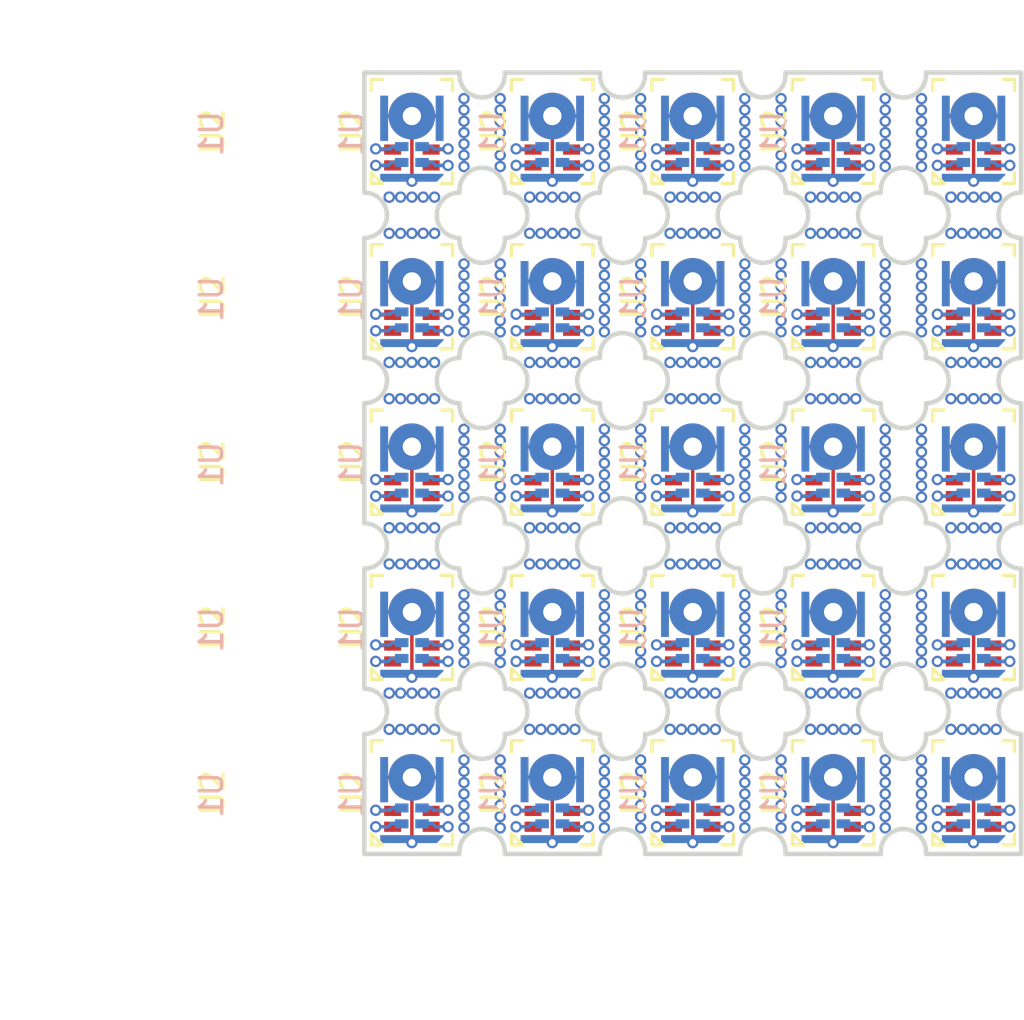
<source format=kicad_pcb>
(kicad_pcb (version 20171130) (host pcbnew 5.0.2-bee76a0~70~ubuntu18.04.1)
  (layers (0 F.Cu signal) (31 B.Cu signal) (34 B.Paste user) (35 F.Paste user) (36 B.SilkS user) (37 F.SilkS user) (38 B.Mask user) (39 F.Mask user) (44 Edge.Cuts user))
  (net 0 "")
  (net 1 "Net-(U1-Pad2)")
  (net 2 "Net-(U1-Pad4)")
  (net 3 "Net-(U1-Pad3)")
  (net 4 "Net-(U1-Pad1)")
  (net 5 GND)
  (module Roboy_mod:IM69D130_Simic_uPhone (layer F.Cu) (at 136.9 122.5 90)
    (fp_text reference U2 (at 0 -8.8 90) (layer F.SilkS))
    (fp_text value Simic_Infineon)
    (pad 5 thru_hole circle (at 0.68 0 90) (size 2.06 2.06) (drill 0.8) (layers F.Cu) (net 5 GND))
    (pad 1 smd rect (at -1.5 -0.85 90) (size 0.45 0.75) (layers F.Cu F.Paste F.Mask) (net 2 "Net-(U1-Pad4)"))
    (pad 3 smd rect (at -1.5 0.85 90) (size 0.45 0.75) (layers F.Cu F.Paste F.Mask) (net 4 "Net-(U1-Pad1)"))
    (pad 4 smd rect (at -0.8 0.85 90) (size 0.45 0.75) (layers F.Cu F.Paste F.Mask) (net 1 "Net-(U1-Pad2)"))
    (pad 2 smd rect (at -0.8 -0.85 90) (size 0.45 0.75) (layers F.Cu F.Paste F.Mask) (net 3 "Net-(U1-Pad3)"))
  )
  (module Roboy_mod:IM69D130_Simic_uPhone (layer F.Cu) (at 130.7 122.5 90)
    (fp_text reference U2 (at 0 -8.8 90) (layer F.SilkS))
    (fp_text value Simic_Infineon)
    (pad 5 thru_hole circle (at 0.68 0 90) (size 2.06 2.06) (drill 0.8) (layers F.Cu) (net 5 GND))
    (pad 1 smd rect (at -1.5 -0.85 90) (size 0.45 0.75) (layers F.Cu F.Paste F.Mask) (net 2 "Net-(U1-Pad4)"))
    (pad 3 smd rect (at -1.5 0.85 90) (size 0.45 0.75) (layers F.Cu F.Paste F.Mask) (net 4 "Net-(U1-Pad1)"))
    (pad 4 smd rect (at -0.8 0.85 90) (size 0.45 0.75) (layers F.Cu F.Paste F.Mask) (net 1 "Net-(U1-Pad2)"))
    (pad 2 smd rect (at -0.8 -0.85 90) (size 0.45 0.75) (layers F.Cu F.Paste F.Mask) (net 3 "Net-(U1-Pad3)"))
  )
  (module Roboy_mod:IM69D130_Simic_uPhone (layer F.Cu) (at 124.5 122.5 90)
    (fp_text reference U2 (at 0 -8.8 90) (layer F.SilkS))
    (fp_text value Simic_Infineon)
    (pad 5 thru_hole circle (at 0.68 0 90) (size 2.06 2.06) (drill 0.8) (layers F.Cu) (net 5 GND))
    (pad 1 smd rect (at -1.5 -0.85 90) (size 0.45 0.75) (layers F.Cu F.Paste F.Mask) (net 2 "Net-(U1-Pad4)"))
    (pad 3 smd rect (at -1.5 0.85 90) (size 0.45 0.75) (layers F.Cu F.Paste F.Mask) (net 4 "Net-(U1-Pad1)"))
    (pad 4 smd rect (at -0.8 0.85 90) (size 0.45 0.75) (layers F.Cu F.Paste F.Mask) (net 1 "Net-(U1-Pad2)"))
    (pad 2 smd rect (at -0.8 -0.85 90) (size 0.45 0.75) (layers F.Cu F.Paste F.Mask) (net 3 "Net-(U1-Pad3)"))
  )
  (module Roboy_mod:IM69D130_Simic_uPhone (layer F.Cu) (at 118.3 122.5 90)
    (fp_text reference U2 (at 0 -8.8 90) (layer F.SilkS))
    (fp_text value Simic_Infineon)
    (pad 5 thru_hole circle (at 0.68 0 90) (size 2.06 2.06) (drill 0.8) (layers F.Cu) (net 5 GND))
    (pad 1 smd rect (at -1.5 -0.85 90) (size 0.45 0.75) (layers F.Cu F.Paste F.Mask) (net 2 "Net-(U1-Pad4)"))
    (pad 3 smd rect (at -1.5 0.85 90) (size 0.45 0.75) (layers F.Cu F.Paste F.Mask) (net 4 "Net-(U1-Pad1)"))
    (pad 4 smd rect (at -0.8 0.85 90) (size 0.45 0.75) (layers F.Cu F.Paste F.Mask) (net 1 "Net-(U1-Pad2)"))
    (pad 2 smd rect (at -0.8 -0.85 90) (size 0.45 0.75) (layers F.Cu F.Paste F.Mask) (net 3 "Net-(U1-Pad3)"))
  )
  (module Roboy_mod:IM69D130_Simic_uPhone (layer F.Cu) (at 112.1 122.5 90)
    (fp_text reference U2 (at 0 -8.8 90) (layer F.SilkS))
    (fp_text value Simic_Infineon)
    (pad 2 smd rect (at -0.8 -0.85 90) (size 0.45 0.75) (layers F.Cu F.Paste F.Mask) (net 3 "Net-(U1-Pad3)"))
    (pad 4 smd rect (at -0.8 0.85 90) (size 0.45 0.75) (layers F.Cu F.Paste F.Mask) (net 1 "Net-(U1-Pad2)"))
    (pad 3 smd rect (at -1.5 0.85 90) (size 0.45 0.75) (layers F.Cu F.Paste F.Mask) (net 4 "Net-(U1-Pad1)"))
    (pad 1 smd rect (at -1.5 -0.85 90) (size 0.45 0.75) (layers F.Cu F.Paste F.Mask) (net 2 "Net-(U1-Pad4)"))
    (pad 5 thru_hole circle (at 0.68 0 90) (size 2.06 2.06) (drill 0.8) (layers F.Cu) (net 5 GND))
  )
  (module Roboy_mod:IM69D130_Simic_uPhone (layer F.Cu) (at 136.9 115.2 90)
    (fp_text reference U2 (at 0 -8.8 90) (layer F.SilkS))
    (fp_text value Simic_Infineon)
    (pad 5 thru_hole circle (at 0.68 0 90) (size 2.06 2.06) (drill 0.8) (layers F.Cu) (net 5 GND))
    (pad 1 smd rect (at -1.5 -0.85 90) (size 0.45 0.75) (layers F.Cu F.Paste F.Mask) (net 2 "Net-(U1-Pad4)"))
    (pad 3 smd rect (at -1.5 0.85 90) (size 0.45 0.75) (layers F.Cu F.Paste F.Mask) (net 4 "Net-(U1-Pad1)"))
    (pad 4 smd rect (at -0.8 0.85 90) (size 0.45 0.75) (layers F.Cu F.Paste F.Mask) (net 1 "Net-(U1-Pad2)"))
    (pad 2 smd rect (at -0.8 -0.85 90) (size 0.45 0.75) (layers F.Cu F.Paste F.Mask) (net 3 "Net-(U1-Pad3)"))
  )
  (module Roboy_mod:IM69D130_Simic_uPhone (layer F.Cu) (at 130.7 115.2 90)
    (fp_text reference U2 (at 0 -8.8 90) (layer F.SilkS))
    (fp_text value Simic_Infineon)
    (pad 5 thru_hole circle (at 0.68 0 90) (size 2.06 2.06) (drill 0.8) (layers F.Cu) (net 5 GND))
    (pad 1 smd rect (at -1.5 -0.85 90) (size 0.45 0.75) (layers F.Cu F.Paste F.Mask) (net 2 "Net-(U1-Pad4)"))
    (pad 3 smd rect (at -1.5 0.85 90) (size 0.45 0.75) (layers F.Cu F.Paste F.Mask) (net 4 "Net-(U1-Pad1)"))
    (pad 4 smd rect (at -0.8 0.85 90) (size 0.45 0.75) (layers F.Cu F.Paste F.Mask) (net 1 "Net-(U1-Pad2)"))
    (pad 2 smd rect (at -0.8 -0.85 90) (size 0.45 0.75) (layers F.Cu F.Paste F.Mask) (net 3 "Net-(U1-Pad3)"))
  )
  (module Roboy_mod:IM69D130_Simic_uPhone (layer F.Cu) (at 124.5 115.2 90)
    (fp_text reference U2 (at 0 -8.8 90) (layer F.SilkS))
    (fp_text value Simic_Infineon)
    (pad 5 thru_hole circle (at 0.68 0 90) (size 2.06 2.06) (drill 0.8) (layers F.Cu) (net 5 GND))
    (pad 1 smd rect (at -1.5 -0.85 90) (size 0.45 0.75) (layers F.Cu F.Paste F.Mask) (net 2 "Net-(U1-Pad4)"))
    (pad 3 smd rect (at -1.5 0.85 90) (size 0.45 0.75) (layers F.Cu F.Paste F.Mask) (net 4 "Net-(U1-Pad1)"))
    (pad 4 smd rect (at -0.8 0.85 90) (size 0.45 0.75) (layers F.Cu F.Paste F.Mask) (net 1 "Net-(U1-Pad2)"))
    (pad 2 smd rect (at -0.8 -0.85 90) (size 0.45 0.75) (layers F.Cu F.Paste F.Mask) (net 3 "Net-(U1-Pad3)"))
  )
  (module Roboy_mod:IM69D130_Simic_uPhone (layer F.Cu) (at 118.3 115.2 90)
    (fp_text reference U2 (at 0 -8.8 90) (layer F.SilkS))
    (fp_text value Simic_Infineon)
    (pad 5 thru_hole circle (at 0.68 0 90) (size 2.06 2.06) (drill 0.8) (layers F.Cu) (net 5 GND))
    (pad 1 smd rect (at -1.5 -0.85 90) (size 0.45 0.75) (layers F.Cu F.Paste F.Mask) (net 2 "Net-(U1-Pad4)"))
    (pad 3 smd rect (at -1.5 0.85 90) (size 0.45 0.75) (layers F.Cu F.Paste F.Mask) (net 4 "Net-(U1-Pad1)"))
    (pad 4 smd rect (at -0.8 0.85 90) (size 0.45 0.75) (layers F.Cu F.Paste F.Mask) (net 1 "Net-(U1-Pad2)"))
    (pad 2 smd rect (at -0.8 -0.85 90) (size 0.45 0.75) (layers F.Cu F.Paste F.Mask) (net 3 "Net-(U1-Pad3)"))
  )
  (module Roboy_mod:IM69D130_Simic_uPhone (layer F.Cu) (at 112.1 115.2 90)
    (fp_text reference U2 (at 0 -8.8 90) (layer F.SilkS))
    (fp_text value Simic_Infineon)
    (pad 5 thru_hole circle (at 0.68 0 90) (size 2.06 2.06) (drill 0.8) (layers F.Cu) (net 5 GND))
    (pad 1 smd rect (at -1.5 -0.85 90) (size 0.45 0.75) (layers F.Cu F.Paste F.Mask) (net 2 "Net-(U1-Pad4)"))
    (pad 3 smd rect (at -1.5 0.85 90) (size 0.45 0.75) (layers F.Cu F.Paste F.Mask) (net 4 "Net-(U1-Pad1)"))
    (pad 4 smd rect (at -0.8 0.85 90) (size 0.45 0.75) (layers F.Cu F.Paste F.Mask) (net 1 "Net-(U1-Pad2)"))
    (pad 2 smd rect (at -0.8 -0.85 90) (size 0.45 0.75) (layers F.Cu F.Paste F.Mask) (net 3 "Net-(U1-Pad3)"))
  )
  (module Roboy_mod:IM69D130_Simic_uPhone (layer F.Cu) (at 136.9 107.9 90)
    (fp_text reference U2 (at 0 -8.8 90) (layer F.SilkS))
    (fp_text value Simic_Infineon)
    (pad 5 thru_hole circle (at 0.68 0 90) (size 2.06 2.06) (drill 0.8) (layers F.Cu) (net 5 GND))
    (pad 1 smd rect (at -1.5 -0.85 90) (size 0.45 0.75) (layers F.Cu F.Paste F.Mask) (net 2 "Net-(U1-Pad4)"))
    (pad 3 smd rect (at -1.5 0.85 90) (size 0.45 0.75) (layers F.Cu F.Paste F.Mask) (net 4 "Net-(U1-Pad1)"))
    (pad 4 smd rect (at -0.8 0.85 90) (size 0.45 0.75) (layers F.Cu F.Paste F.Mask) (net 1 "Net-(U1-Pad2)"))
    (pad 2 smd rect (at -0.8 -0.85 90) (size 0.45 0.75) (layers F.Cu F.Paste F.Mask) (net 3 "Net-(U1-Pad3)"))
  )
  (module Roboy_mod:IM69D130_Simic_uPhone (layer F.Cu) (at 130.7 107.9 90)
    (fp_text reference U2 (at 0 -8.8 90) (layer F.SilkS))
    (fp_text value Simic_Infineon)
    (pad 5 thru_hole circle (at 0.68 0 90) (size 2.06 2.06) (drill 0.8) (layers F.Cu) (net 5 GND))
    (pad 1 smd rect (at -1.5 -0.85 90) (size 0.45 0.75) (layers F.Cu F.Paste F.Mask) (net 2 "Net-(U1-Pad4)"))
    (pad 3 smd rect (at -1.5 0.85 90) (size 0.45 0.75) (layers F.Cu F.Paste F.Mask) (net 4 "Net-(U1-Pad1)"))
    (pad 4 smd rect (at -0.8 0.85 90) (size 0.45 0.75) (layers F.Cu F.Paste F.Mask) (net 1 "Net-(U1-Pad2)"))
    (pad 2 smd rect (at -0.8 -0.85 90) (size 0.45 0.75) (layers F.Cu F.Paste F.Mask) (net 3 "Net-(U1-Pad3)"))
  )
  (module Roboy_mod:IM69D130_Simic_uPhone (layer F.Cu) (at 124.5 107.9 90)
    (fp_text reference U2 (at 0 -8.8 90) (layer F.SilkS))
    (fp_text value Simic_Infineon)
    (pad 5 thru_hole circle (at 0.68 0 90) (size 2.06 2.06) (drill 0.8) (layers F.Cu) (net 5 GND))
    (pad 1 smd rect (at -1.5 -0.85 90) (size 0.45 0.75) (layers F.Cu F.Paste F.Mask) (net 2 "Net-(U1-Pad4)"))
    (pad 3 smd rect (at -1.5 0.85 90) (size 0.45 0.75) (layers F.Cu F.Paste F.Mask) (net 4 "Net-(U1-Pad1)"))
    (pad 4 smd rect (at -0.8 0.85 90) (size 0.45 0.75) (layers F.Cu F.Paste F.Mask) (net 1 "Net-(U1-Pad2)"))
    (pad 2 smd rect (at -0.8 -0.85 90) (size 0.45 0.75) (layers F.Cu F.Paste F.Mask) (net 3 "Net-(U1-Pad3)"))
  )
  (module Roboy_mod:IM69D130_Simic_uPhone (layer F.Cu) (at 118.3 107.9 90)
    (fp_text reference U2 (at 0 -8.8 90) (layer F.SilkS))
    (fp_text value Simic_Infineon)
    (pad 5 thru_hole circle (at 0.68 0 90) (size 2.06 2.06) (drill 0.8) (layers F.Cu) (net 5 GND))
    (pad 1 smd rect (at -1.5 -0.85 90) (size 0.45 0.75) (layers F.Cu F.Paste F.Mask) (net 2 "Net-(U1-Pad4)"))
    (pad 3 smd rect (at -1.5 0.85 90) (size 0.45 0.75) (layers F.Cu F.Paste F.Mask) (net 4 "Net-(U1-Pad1)"))
    (pad 4 smd rect (at -0.8 0.85 90) (size 0.45 0.75) (layers F.Cu F.Paste F.Mask) (net 1 "Net-(U1-Pad2)"))
    (pad 2 smd rect (at -0.8 -0.85 90) (size 0.45 0.75) (layers F.Cu F.Paste F.Mask) (net 3 "Net-(U1-Pad3)"))
  )
  (module Roboy_mod:IM69D130_Simic_uPhone (layer F.Cu) (at 112.1 107.9 90)
    (fp_text reference U2 (at 0 -8.8 90) (layer F.SilkS))
    (fp_text value Simic_Infineon)
    (pad 5 thru_hole circle (at 0.68 0 90) (size 2.06 2.06) (drill 0.8) (layers F.Cu) (net 5 GND))
    (pad 1 smd rect (at -1.5 -0.85 90) (size 0.45 0.75) (layers F.Cu F.Paste F.Mask) (net 2 "Net-(U1-Pad4)"))
    (pad 3 smd rect (at -1.5 0.85 90) (size 0.45 0.75) (layers F.Cu F.Paste F.Mask) (net 4 "Net-(U1-Pad1)"))
    (pad 4 smd rect (at -0.8 0.85 90) (size 0.45 0.75) (layers F.Cu F.Paste F.Mask) (net 1 "Net-(U1-Pad2)"))
    (pad 2 smd rect (at -0.8 -0.85 90) (size 0.45 0.75) (layers F.Cu F.Paste F.Mask) (net 3 "Net-(U1-Pad3)"))
  )
  (module Roboy_mod:IM69D130_Simic_uPhone (layer F.Cu) (at 136.9 100.6 90)
    (fp_text reference U2 (at 0 -8.8 90) (layer F.SilkS))
    (fp_text value Simic_Infineon)
    (pad 5 thru_hole circle (at 0.68 0 90) (size 2.06 2.06) (drill 0.8) (layers F.Cu) (net 5 GND))
    (pad 1 smd rect (at -1.5 -0.85 90) (size 0.45 0.75) (layers F.Cu F.Paste F.Mask) (net 2 "Net-(U1-Pad4)"))
    (pad 3 smd rect (at -1.5 0.85 90) (size 0.45 0.75) (layers F.Cu F.Paste F.Mask) (net 4 "Net-(U1-Pad1)"))
    (pad 4 smd rect (at -0.8 0.85 90) (size 0.45 0.75) (layers F.Cu F.Paste F.Mask) (net 1 "Net-(U1-Pad2)"))
    (pad 2 smd rect (at -0.8 -0.85 90) (size 0.45 0.75) (layers F.Cu F.Paste F.Mask) (net 3 "Net-(U1-Pad3)"))
  )
  (module Roboy_mod:IM69D130_Simic_uPhone (layer F.Cu) (at 130.7 100.6 90)
    (fp_text reference U2 (at 0 -8.8 90) (layer F.SilkS))
    (fp_text value Simic_Infineon)
    (pad 5 thru_hole circle (at 0.68 0 90) (size 2.06 2.06) (drill 0.8) (layers F.Cu) (net 5 GND))
    (pad 1 smd rect (at -1.5 -0.85 90) (size 0.45 0.75) (layers F.Cu F.Paste F.Mask) (net 2 "Net-(U1-Pad4)"))
    (pad 3 smd rect (at -1.5 0.85 90) (size 0.45 0.75) (layers F.Cu F.Paste F.Mask) (net 4 "Net-(U1-Pad1)"))
    (pad 4 smd rect (at -0.8 0.85 90) (size 0.45 0.75) (layers F.Cu F.Paste F.Mask) (net 1 "Net-(U1-Pad2)"))
    (pad 2 smd rect (at -0.8 -0.85 90) (size 0.45 0.75) (layers F.Cu F.Paste F.Mask) (net 3 "Net-(U1-Pad3)"))
  )
  (module Roboy_mod:IM69D130_Simic_uPhone (layer F.Cu) (at 124.5 100.6 90)
    (fp_text reference U2 (at 0 -8.8 90) (layer F.SilkS))
    (fp_text value Simic_Infineon)
    (pad 5 thru_hole circle (at 0.68 0 90) (size 2.06 2.06) (drill 0.8) (layers F.Cu) (net 5 GND))
    (pad 1 smd rect (at -1.5 -0.85 90) (size 0.45 0.75) (layers F.Cu F.Paste F.Mask) (net 2 "Net-(U1-Pad4)"))
    (pad 3 smd rect (at -1.5 0.85 90) (size 0.45 0.75) (layers F.Cu F.Paste F.Mask) (net 4 "Net-(U1-Pad1)"))
    (pad 4 smd rect (at -0.8 0.85 90) (size 0.45 0.75) (layers F.Cu F.Paste F.Mask) (net 1 "Net-(U1-Pad2)"))
    (pad 2 smd rect (at -0.8 -0.85 90) (size 0.45 0.75) (layers F.Cu F.Paste F.Mask) (net 3 "Net-(U1-Pad3)"))
  )
  (module Roboy_mod:IM69D130_Simic_uPhone (layer F.Cu) (at 118.3 100.6 90)
    (fp_text reference U2 (at 0 -8.8 90) (layer F.SilkS))
    (fp_text value Simic_Infineon)
    (pad 5 thru_hole circle (at 0.68 0 90) (size 2.06 2.06) (drill 0.8) (layers F.Cu) (net 5 GND))
    (pad 1 smd rect (at -1.5 -0.85 90) (size 0.45 0.75) (layers F.Cu F.Paste F.Mask) (net 2 "Net-(U1-Pad4)"))
    (pad 3 smd rect (at -1.5 0.85 90) (size 0.45 0.75) (layers F.Cu F.Paste F.Mask) (net 4 "Net-(U1-Pad1)"))
    (pad 4 smd rect (at -0.8 0.85 90) (size 0.45 0.75) (layers F.Cu F.Paste F.Mask) (net 1 "Net-(U1-Pad2)"))
    (pad 2 smd rect (at -0.8 -0.85 90) (size 0.45 0.75) (layers F.Cu F.Paste F.Mask) (net 3 "Net-(U1-Pad3)"))
  )
  (module Roboy_mod:IM69D130_Simic_uPhone (layer F.Cu) (at 112.1 100.6 90)
    (fp_text reference U2 (at 0 -8.8 90) (layer F.SilkS))
    (fp_text value Simic_Infineon)
    (pad 5 thru_hole circle (at 0.68 0 90) (size 2.06 2.06) (drill 0.8) (layers F.Cu) (net 5 GND))
    (pad 1 smd rect (at -1.5 -0.85 90) (size 0.45 0.75) (layers F.Cu F.Paste F.Mask) (net 2 "Net-(U1-Pad4)"))
    (pad 3 smd rect (at -1.5 0.85 90) (size 0.45 0.75) (layers F.Cu F.Paste F.Mask) (net 4 "Net-(U1-Pad1)"))
    (pad 4 smd rect (at -0.8 0.85 90) (size 0.45 0.75) (layers F.Cu F.Paste F.Mask) (net 1 "Net-(U1-Pad2)"))
    (pad 2 smd rect (at -0.8 -0.85 90) (size 0.45 0.75) (layers F.Cu F.Paste F.Mask) (net 3 "Net-(U1-Pad3)"))
  )
  (module Roboy_mod:IM69D130_Simic_uPhone (layer F.Cu) (at 136.9 93.3 90)
    (fp_text reference U2 (at 0 -8.8 90) (layer F.SilkS))
    (fp_text value Simic_Infineon)
    (pad 5 thru_hole circle (at 0.68 0 90) (size 2.06 2.06) (drill 0.8) (layers F.Cu) (net 5 GND))
    (pad 1 smd rect (at -1.5 -0.85 90) (size 0.45 0.75) (layers F.Cu F.Paste F.Mask) (net 2 "Net-(U1-Pad4)"))
    (pad 3 smd rect (at -1.5 0.85 90) (size 0.45 0.75) (layers F.Cu F.Paste F.Mask) (net 4 "Net-(U1-Pad1)"))
    (pad 4 smd rect (at -0.8 0.85 90) (size 0.45 0.75) (layers F.Cu F.Paste F.Mask) (net 1 "Net-(U1-Pad2)"))
    (pad 2 smd rect (at -0.8 -0.85 90) (size 0.45 0.75) (layers F.Cu F.Paste F.Mask) (net 3 "Net-(U1-Pad3)"))
  )
  (module Roboy_mod:IM69D130_Simic_uPhone (layer F.Cu) (at 130.7 93.3 90)
    (fp_text reference U2 (at 0 -8.8 90) (layer F.SilkS))
    (fp_text value Simic_Infineon)
    (pad 5 thru_hole circle (at 0.68 0 90) (size 2.06 2.06) (drill 0.8) (layers F.Cu) (net 5 GND))
    (pad 1 smd rect (at -1.5 -0.85 90) (size 0.45 0.75) (layers F.Cu F.Paste F.Mask) (net 2 "Net-(U1-Pad4)"))
    (pad 3 smd rect (at -1.5 0.85 90) (size 0.45 0.75) (layers F.Cu F.Paste F.Mask) (net 4 "Net-(U1-Pad1)"))
    (pad 4 smd rect (at -0.8 0.85 90) (size 0.45 0.75) (layers F.Cu F.Paste F.Mask) (net 1 "Net-(U1-Pad2)"))
    (pad 2 smd rect (at -0.8 -0.85 90) (size 0.45 0.75) (layers F.Cu F.Paste F.Mask) (net 3 "Net-(U1-Pad3)"))
  )
  (module Roboy_mod:IM69D130_Simic_uPhone (layer F.Cu) (at 124.5 93.3 90)
    (fp_text reference U2 (at 0 -8.8 90) (layer F.SilkS))
    (fp_text value Simic_Infineon)
    (pad 5 thru_hole circle (at 0.68 0 90) (size 2.06 2.06) (drill 0.8) (layers F.Cu) (net 5 GND))
    (pad 1 smd rect (at -1.5 -0.85 90) (size 0.45 0.75) (layers F.Cu F.Paste F.Mask) (net 2 "Net-(U1-Pad4)"))
    (pad 3 smd rect (at -1.5 0.85 90) (size 0.45 0.75) (layers F.Cu F.Paste F.Mask) (net 4 "Net-(U1-Pad1)"))
    (pad 4 smd rect (at -0.8 0.85 90) (size 0.45 0.75) (layers F.Cu F.Paste F.Mask) (net 1 "Net-(U1-Pad2)"))
    (pad 2 smd rect (at -0.8 -0.85 90) (size 0.45 0.75) (layers F.Cu F.Paste F.Mask) (net 3 "Net-(U1-Pad3)"))
  )
  (module Roboy_mod:IM69D130_Simic_uPhone (layer F.Cu) (at 118.3 93.3 90)
    (fp_text reference U2 (at 0 -8.8 90) (layer F.SilkS))
    (fp_text value Simic_Infineon)
    (pad 5 thru_hole circle (at 0.68 0 90) (size 2.06 2.06) (drill 0.8) (layers F.Cu) (net 5 GND))
    (pad 1 smd rect (at -1.5 -0.85 90) (size 0.45 0.75) (layers F.Cu F.Paste F.Mask) (net 2 "Net-(U1-Pad4)"))
    (pad 3 smd rect (at -1.5 0.85 90) (size 0.45 0.75) (layers F.Cu F.Paste F.Mask) (net 4 "Net-(U1-Pad1)"))
    (pad 4 smd rect (at -0.8 0.85 90) (size 0.45 0.75) (layers F.Cu F.Paste F.Mask) (net 1 "Net-(U1-Pad2)"))
    (pad 2 smd rect (at -0.8 -0.85 90) (size 0.45 0.75) (layers F.Cu F.Paste F.Mask) (net 3 "Net-(U1-Pad3)"))
  )
  (module Roboy_mod:MP34DB02_chip_side_nocage (layer B.Cu) (at 136.9 122.82 90)
    (fp_text reference U1 (at 0.22 -8.85 90) (layer B.SilkS) (effects (justify mirror)))
    (fp_text value MP34DB02)
    (pad 1 smd rect (at -1.05 0.45 90) (size 0.4 0.6) (layers B.Cu B.Paste B.Mask) (net 4 "Net-(U1-Pad1)"))
    (pad 4 smd rect (at -1.05 -0.45 90) (size 0.4 0.6) (layers B.Cu B.Paste B.Mask) (net 2 "Net-(U1-Pad4)"))
    (pad 2 smd rect (at -0.35 0.45 90) (size 0.4 0.6) (layers B.Cu B.Paste B.Mask) (net 1 "Net-(U1-Pad2)"))
    (pad 3 smd rect (at -0.35 -0.45 90) (size 0.4 0.6) (layers B.Cu B.Paste B.Mask) (net 3 "Net-(U1-Pad3)"))
    (pad 5 thru_hole circle (at 1 0 90) (size 1.7 1.7) (drill 0.8) (layers B.Cu) (net 5 GND))
    (pad 5 smd custom (at -1.725 -0.175 90) (size 0.35 2.45) (layers B.Cu B.Paste B.Mask) (net 5 GND) (options (clearance outline) (anchor rect)) (primitives (gr_poly (pts (xy -0.175 1.225) (xy 0.175 1.225) (xy 0.175 1.575) (xy 0.125 1.575) (xy -0.175 1.275)) (width 0))))
    (pad 5 smd rect (at 0.9 1.225 90) (size 2 0.35) (layers B.Cu B.Paste B.Mask) (net 5 GND))
    (pad 5 smd rect (at 0.9 -1.225 90) (size 2 0.35) (layers B.Cu B.Paste B.Mask) (net 5 GND))
  )
  (module Roboy_mod:MP34DB02_chip_side_nocage (layer B.Cu) (at 130.7 122.82 90)
    (fp_text reference U1 (at 0.22 -8.85 90) (layer B.SilkS) (effects (justify mirror)))
    (fp_text value MP34DB02)
    (pad 1 smd rect (at -1.05 0.45 90) (size 0.4 0.6) (layers B.Cu B.Paste B.Mask) (net 4 "Net-(U1-Pad1)"))
    (pad 4 smd rect (at -1.05 -0.45 90) (size 0.4 0.6) (layers B.Cu B.Paste B.Mask) (net 2 "Net-(U1-Pad4)"))
    (pad 2 smd rect (at -0.35 0.45 90) (size 0.4 0.6) (layers B.Cu B.Paste B.Mask) (net 1 "Net-(U1-Pad2)"))
    (pad 3 smd rect (at -0.35 -0.45 90) (size 0.4 0.6) (layers B.Cu B.Paste B.Mask) (net 3 "Net-(U1-Pad3)"))
    (pad 5 thru_hole circle (at 1 0 90) (size 1.7 1.7) (drill 0.8) (layers B.Cu) (net 5 GND))
    (pad 5 smd custom (at -1.725 -0.175 90) (size 0.35 2.45) (layers B.Cu B.Paste B.Mask) (net 5 GND) (options (clearance outline) (anchor rect)) (primitives (gr_poly (pts (xy -0.175 1.225) (xy 0.175 1.225) (xy 0.175 1.575) (xy 0.125 1.575) (xy -0.175 1.275)) (width 0))))
    (pad 5 smd rect (at 0.9 1.225 90) (size 2 0.35) (layers B.Cu B.Paste B.Mask) (net 5 GND))
    (pad 5 smd rect (at 0.9 -1.225 90) (size 2 0.35) (layers B.Cu B.Paste B.Mask) (net 5 GND))
  )
  (module Roboy_mod:MP34DB02_chip_side_nocage (layer B.Cu) (at 124.5 122.82 90)
    (fp_text reference U1 (at 0.22 -8.85 90) (layer B.SilkS) (effects (justify mirror)))
    (fp_text value MP34DB02)
    (pad 1 smd rect (at -1.05 0.45 90) (size 0.4 0.6) (layers B.Cu B.Paste B.Mask) (net 4 "Net-(U1-Pad1)"))
    (pad 4 smd rect (at -1.05 -0.45 90) (size 0.4 0.6) (layers B.Cu B.Paste B.Mask) (net 2 "Net-(U1-Pad4)"))
    (pad 2 smd rect (at -0.35 0.45 90) (size 0.4 0.6) (layers B.Cu B.Paste B.Mask) (net 1 "Net-(U1-Pad2)"))
    (pad 3 smd rect (at -0.35 -0.45 90) (size 0.4 0.6) (layers B.Cu B.Paste B.Mask) (net 3 "Net-(U1-Pad3)"))
    (pad 5 thru_hole circle (at 1 0 90) (size 1.7 1.7) (drill 0.8) (layers B.Cu) (net 5 GND))
    (pad 5 smd custom (at -1.725 -0.175 90) (size 0.35 2.45) (layers B.Cu B.Paste B.Mask) (net 5 GND) (options (clearance outline) (anchor rect)) (primitives (gr_poly (pts (xy -0.175 1.225) (xy 0.175 1.225) (xy 0.175 1.575) (xy 0.125 1.575) (xy -0.175 1.275)) (width 0))))
    (pad 5 smd rect (at 0.9 1.225 90) (size 2 0.35) (layers B.Cu B.Paste B.Mask) (net 5 GND))
    (pad 5 smd rect (at 0.9 -1.225 90) (size 2 0.35) (layers B.Cu B.Paste B.Mask) (net 5 GND))
  )
  (module Roboy_mod:MP34DB02_chip_side_nocage (layer B.Cu) (at 118.3 122.82 90)
    (fp_text reference U1 (at 0.22 -8.85 90) (layer B.SilkS) (effects (justify mirror)))
    (fp_text value MP34DB02)
    (pad 1 smd rect (at -1.05 0.45 90) (size 0.4 0.6) (layers B.Cu B.Paste B.Mask) (net 4 "Net-(U1-Pad1)"))
    (pad 4 smd rect (at -1.05 -0.45 90) (size 0.4 0.6) (layers B.Cu B.Paste B.Mask) (net 2 "Net-(U1-Pad4)"))
    (pad 2 smd rect (at -0.35 0.45 90) (size 0.4 0.6) (layers B.Cu B.Paste B.Mask) (net 1 "Net-(U1-Pad2)"))
    (pad 3 smd rect (at -0.35 -0.45 90) (size 0.4 0.6) (layers B.Cu B.Paste B.Mask) (net 3 "Net-(U1-Pad3)"))
    (pad 5 thru_hole circle (at 1 0 90) (size 1.7 1.7) (drill 0.8) (layers B.Cu) (net 5 GND))
    (pad 5 smd custom (at -1.725 -0.175 90) (size 0.35 2.45) (layers B.Cu B.Paste B.Mask) (net 5 GND) (options (clearance outline) (anchor rect)) (primitives (gr_poly (pts (xy -0.175 1.225) (xy 0.175 1.225) (xy 0.175 1.575) (xy 0.125 1.575) (xy -0.175 1.275)) (width 0))))
    (pad 5 smd rect (at 0.9 1.225 90) (size 2 0.35) (layers B.Cu B.Paste B.Mask) (net 5 GND))
    (pad 5 smd rect (at 0.9 -1.225 90) (size 2 0.35) (layers B.Cu B.Paste B.Mask) (net 5 GND))
  )
  (module Roboy_mod:MP34DB02_chip_side_nocage (layer B.Cu) (at 112.1 122.82 90)
    (fp_text reference U1 (at 0.22 -8.85 90) (layer B.SilkS) (effects (justify mirror)))
    (fp_text value MP34DB02)
    (pad 1 smd rect (at -1.05 0.45 90) (size 0.4 0.6) (layers B.Cu B.Paste B.Mask) (net 4 "Net-(U1-Pad1)"))
    (pad 4 smd rect (at -1.05 -0.45 90) (size 0.4 0.6) (layers B.Cu B.Paste B.Mask) (net 2 "Net-(U1-Pad4)"))
    (pad 2 smd rect (at -0.35 0.45 90) (size 0.4 0.6) (layers B.Cu B.Paste B.Mask) (net 1 "Net-(U1-Pad2)"))
    (pad 3 smd rect (at -0.35 -0.45 90) (size 0.4 0.6) (layers B.Cu B.Paste B.Mask) (net 3 "Net-(U1-Pad3)"))
    (pad 5 thru_hole circle (at 1 0 90) (size 1.7 1.7) (drill 0.8) (layers B.Cu) (net 5 GND))
    (pad 5 smd custom (at -1.725 -0.175 90) (size 0.35 2.45) (layers B.Cu B.Paste B.Mask) (net 5 GND) (options (clearance outline) (anchor rect)) (primitives (gr_poly (pts (xy -0.175 1.225) (xy 0.175 1.225) (xy 0.175 1.575) (xy 0.125 1.575) (xy -0.175 1.275)) (width 0))))
    (pad 5 smd rect (at 0.9 1.225 90) (size 2 0.35) (layers B.Cu B.Paste B.Mask) (net 5 GND))
    (pad 5 smd rect (at 0.9 -1.225 90) (size 2 0.35) (layers B.Cu B.Paste B.Mask) (net 5 GND))
  )
  (module Roboy_mod:MP34DB02_chip_side_nocage (layer B.Cu) (at 136.9 115.52 90)
    (fp_text reference U1 (at 0.22 -8.85 90) (layer B.SilkS) (effects (justify mirror)))
    (fp_text value MP34DB02)
    (pad 1 smd rect (at -1.05 0.45 90) (size 0.4 0.6) (layers B.Cu B.Paste B.Mask) (net 4 "Net-(U1-Pad1)"))
    (pad 4 smd rect (at -1.05 -0.45 90) (size 0.4 0.6) (layers B.Cu B.Paste B.Mask) (net 2 "Net-(U1-Pad4)"))
    (pad 2 smd rect (at -0.35 0.45 90) (size 0.4 0.6) (layers B.Cu B.Paste B.Mask) (net 1 "Net-(U1-Pad2)"))
    (pad 3 smd rect (at -0.35 -0.45 90) (size 0.4 0.6) (layers B.Cu B.Paste B.Mask) (net 3 "Net-(U1-Pad3)"))
    (pad 5 thru_hole circle (at 1 0 90) (size 1.7 1.7) (drill 0.8) (layers B.Cu) (net 5 GND))
    (pad 5 smd custom (at -1.725 -0.175 90) (size 0.35 2.45) (layers B.Cu B.Paste B.Mask) (net 5 GND) (options (clearance outline) (anchor rect)) (primitives (gr_poly (pts (xy -0.175 1.225) (xy 0.175 1.225) (xy 0.175 1.575) (xy 0.125 1.575) (xy -0.175 1.275)) (width 0))))
    (pad 5 smd rect (at 0.9 1.225 90) (size 2 0.35) (layers B.Cu B.Paste B.Mask) (net 5 GND))
    (pad 5 smd rect (at 0.9 -1.225 90) (size 2 0.35) (layers B.Cu B.Paste B.Mask) (net 5 GND))
  )
  (module Roboy_mod:MP34DB02_chip_side_nocage (layer B.Cu) (at 130.7 115.52 90)
    (fp_text reference U1 (at 0.22 -8.85 90) (layer B.SilkS) (effects (justify mirror)))
    (fp_text value MP34DB02)
    (pad 1 smd rect (at -1.05 0.45 90) (size 0.4 0.6) (layers B.Cu B.Paste B.Mask) (net 4 "Net-(U1-Pad1)"))
    (pad 4 smd rect (at -1.05 -0.45 90) (size 0.4 0.6) (layers B.Cu B.Paste B.Mask) (net 2 "Net-(U1-Pad4)"))
    (pad 2 smd rect (at -0.35 0.45 90) (size 0.4 0.6) (layers B.Cu B.Paste B.Mask) (net 1 "Net-(U1-Pad2)"))
    (pad 3 smd rect (at -0.35 -0.45 90) (size 0.4 0.6) (layers B.Cu B.Paste B.Mask) (net 3 "Net-(U1-Pad3)"))
    (pad 5 thru_hole circle (at 1 0 90) (size 1.7 1.7) (drill 0.8) (layers B.Cu) (net 5 GND))
    (pad 5 smd custom (at -1.725 -0.175 90) (size 0.35 2.45) (layers B.Cu B.Paste B.Mask) (net 5 GND) (options (clearance outline) (anchor rect)) (primitives (gr_poly (pts (xy -0.175 1.225) (xy 0.175 1.225) (xy 0.175 1.575) (xy 0.125 1.575) (xy -0.175 1.275)) (width 0))))
    (pad 5 smd rect (at 0.9 1.225 90) (size 2 0.35) (layers B.Cu B.Paste B.Mask) (net 5 GND))
    (pad 5 smd rect (at 0.9 -1.225 90) (size 2 0.35) (layers B.Cu B.Paste B.Mask) (net 5 GND))
  )
  (module Roboy_mod:MP34DB02_chip_side_nocage (layer B.Cu) (at 124.5 115.52 90)
    (fp_text reference U1 (at 0.22 -8.85 90) (layer B.SilkS) (effects (justify mirror)))
    (fp_text value MP34DB02)
    (pad 1 smd rect (at -1.05 0.45 90) (size 0.4 0.6) (layers B.Cu B.Paste B.Mask) (net 4 "Net-(U1-Pad1)"))
    (pad 4 smd rect (at -1.05 -0.45 90) (size 0.4 0.6) (layers B.Cu B.Paste B.Mask) (net 2 "Net-(U1-Pad4)"))
    (pad 2 smd rect (at -0.35 0.45 90) (size 0.4 0.6) (layers B.Cu B.Paste B.Mask) (net 1 "Net-(U1-Pad2)"))
    (pad 3 smd rect (at -0.35 -0.45 90) (size 0.4 0.6) (layers B.Cu B.Paste B.Mask) (net 3 "Net-(U1-Pad3)"))
    (pad 5 thru_hole circle (at 1 0 90) (size 1.7 1.7) (drill 0.8) (layers B.Cu) (net 5 GND))
    (pad 5 smd custom (at -1.725 -0.175 90) (size 0.35 2.45) (layers B.Cu B.Paste B.Mask) (net 5 GND) (options (clearance outline) (anchor rect)) (primitives (gr_poly (pts (xy -0.175 1.225) (xy 0.175 1.225) (xy 0.175 1.575) (xy 0.125 1.575) (xy -0.175 1.275)) (width 0))))
    (pad 5 smd rect (at 0.9 1.225 90) (size 2 0.35) (layers B.Cu B.Paste B.Mask) (net 5 GND))
    (pad 5 smd rect (at 0.9 -1.225 90) (size 2 0.35) (layers B.Cu B.Paste B.Mask) (net 5 GND))
  )
  (module Roboy_mod:MP34DB02_chip_side_nocage (layer B.Cu) (at 118.3 115.52 90)
    (fp_text reference U1 (at 0.22 -8.85 90) (layer B.SilkS) (effects (justify mirror)))
    (fp_text value MP34DB02)
    (pad 1 smd rect (at -1.05 0.45 90) (size 0.4 0.6) (layers B.Cu B.Paste B.Mask) (net 4 "Net-(U1-Pad1)"))
    (pad 4 smd rect (at -1.05 -0.45 90) (size 0.4 0.6) (layers B.Cu B.Paste B.Mask) (net 2 "Net-(U1-Pad4)"))
    (pad 2 smd rect (at -0.35 0.45 90) (size 0.4 0.6) (layers B.Cu B.Paste B.Mask) (net 1 "Net-(U1-Pad2)"))
    (pad 3 smd rect (at -0.35 -0.45 90) (size 0.4 0.6) (layers B.Cu B.Paste B.Mask) (net 3 "Net-(U1-Pad3)"))
    (pad 5 thru_hole circle (at 1 0 90) (size 1.7 1.7) (drill 0.8) (layers B.Cu) (net 5 GND))
    (pad 5 smd custom (at -1.725 -0.175 90) (size 0.35 2.45) (layers B.Cu B.Paste B.Mask) (net 5 GND) (options (clearance outline) (anchor rect)) (primitives (gr_poly (pts (xy -0.175 1.225) (xy 0.175 1.225) (xy 0.175 1.575) (xy 0.125 1.575) (xy -0.175 1.275)) (width 0))))
    (pad 5 smd rect (at 0.9 1.225 90) (size 2 0.35) (layers B.Cu B.Paste B.Mask) (net 5 GND))
    (pad 5 smd rect (at 0.9 -1.225 90) (size 2 0.35) (layers B.Cu B.Paste B.Mask) (net 5 GND))
  )
  (module Roboy_mod:MP34DB02_chip_side_nocage (layer B.Cu) (at 112.1 115.52 90)
    (fp_text reference U1 (at 0.22 -8.85 90) (layer B.SilkS) (effects (justify mirror)))
    (fp_text value MP34DB02)
    (pad 1 smd rect (at -1.05 0.45 90) (size 0.4 0.6) (layers B.Cu B.Paste B.Mask) (net 4 "Net-(U1-Pad1)"))
    (pad 4 smd rect (at -1.05 -0.45 90) (size 0.4 0.6) (layers B.Cu B.Paste B.Mask) (net 2 "Net-(U1-Pad4)"))
    (pad 2 smd rect (at -0.35 0.45 90) (size 0.4 0.6) (layers B.Cu B.Paste B.Mask) (net 1 "Net-(U1-Pad2)"))
    (pad 3 smd rect (at -0.35 -0.45 90) (size 0.4 0.6) (layers B.Cu B.Paste B.Mask) (net 3 "Net-(U1-Pad3)"))
    (pad 5 thru_hole circle (at 1 0 90) (size 1.7 1.7) (drill 0.8) (layers B.Cu) (net 5 GND))
    (pad 5 smd custom (at -1.725 -0.175 90) (size 0.35 2.45) (layers B.Cu B.Paste B.Mask) (net 5 GND) (options (clearance outline) (anchor rect)) (primitives (gr_poly (pts (xy -0.175 1.225) (xy 0.175 1.225) (xy 0.175 1.575) (xy 0.125 1.575) (xy -0.175 1.275)) (width 0))))
    (pad 5 smd rect (at 0.9 1.225 90) (size 2 0.35) (layers B.Cu B.Paste B.Mask) (net 5 GND))
    (pad 5 smd rect (at 0.9 -1.225 90) (size 2 0.35) (layers B.Cu B.Paste B.Mask) (net 5 GND))
  )
  (module Roboy_mod:MP34DB02_chip_side_nocage (layer B.Cu) (at 136.9 108.22 90)
    (fp_text reference U1 (at 0.22 -8.85 90) (layer B.SilkS) (effects (justify mirror)))
    (fp_text value MP34DB02)
    (pad 1 smd rect (at -1.05 0.45 90) (size 0.4 0.6) (layers B.Cu B.Paste B.Mask) (net 4 "Net-(U1-Pad1)"))
    (pad 4 smd rect (at -1.05 -0.45 90) (size 0.4 0.6) (layers B.Cu B.Paste B.Mask) (net 2 "Net-(U1-Pad4)"))
    (pad 2 smd rect (at -0.35 0.45 90) (size 0.4 0.6) (layers B.Cu B.Paste B.Mask) (net 1 "Net-(U1-Pad2)"))
    (pad 3 smd rect (at -0.35 -0.45 90) (size 0.4 0.6) (layers B.Cu B.Paste B.Mask) (net 3 "Net-(U1-Pad3)"))
    (pad 5 thru_hole circle (at 1 0 90) (size 1.7 1.7) (drill 0.8) (layers B.Cu) (net 5 GND))
    (pad 5 smd custom (at -1.725 -0.175 90) (size 0.35 2.45) (layers B.Cu B.Paste B.Mask) (net 5 GND) (options (clearance outline) (anchor rect)) (primitives (gr_poly (pts (xy -0.175 1.225) (xy 0.175 1.225) (xy 0.175 1.575) (xy 0.125 1.575) (xy -0.175 1.275)) (width 0))))
    (pad 5 smd rect (at 0.9 1.225 90) (size 2 0.35) (layers B.Cu B.Paste B.Mask) (net 5 GND))
    (pad 5 smd rect (at 0.9 -1.225 90) (size 2 0.35) (layers B.Cu B.Paste B.Mask) (net 5 GND))
  )
  (module Roboy_mod:MP34DB02_chip_side_nocage (layer B.Cu) (at 130.7 108.22 90)
    (fp_text reference U1 (at 0.22 -8.85 90) (layer B.SilkS) (effects (justify mirror)))
    (fp_text value MP34DB02)
    (pad 1 smd rect (at -1.05 0.45 90) (size 0.4 0.6) (layers B.Cu B.Paste B.Mask) (net 4 "Net-(U1-Pad1)"))
    (pad 4 smd rect (at -1.05 -0.45 90) (size 0.4 0.6) (layers B.Cu B.Paste B.Mask) (net 2 "Net-(U1-Pad4)"))
    (pad 2 smd rect (at -0.35 0.45 90) (size 0.4 0.6) (layers B.Cu B.Paste B.Mask) (net 1 "Net-(U1-Pad2)"))
    (pad 3 smd rect (at -0.35 -0.45 90) (size 0.4 0.6) (layers B.Cu B.Paste B.Mask) (net 3 "Net-(U1-Pad3)"))
    (pad 5 thru_hole circle (at 1 0 90) (size 1.7 1.7) (drill 0.8) (layers B.Cu) (net 5 GND))
    (pad 5 smd custom (at -1.725 -0.175 90) (size 0.35 2.45) (layers B.Cu B.Paste B.Mask) (net 5 GND) (options (clearance outline) (anchor rect)) (primitives (gr_poly (pts (xy -0.175 1.225) (xy 0.175 1.225) (xy 0.175 1.575) (xy 0.125 1.575) (xy -0.175 1.275)) (width 0))))
    (pad 5 smd rect (at 0.9 1.225 90) (size 2 0.35) (layers B.Cu B.Paste B.Mask) (net 5 GND))
    (pad 5 smd rect (at 0.9 -1.225 90) (size 2 0.35) (layers B.Cu B.Paste B.Mask) (net 5 GND))
  )
  (module Roboy_mod:MP34DB02_chip_side_nocage (layer B.Cu) (at 124.5 108.22 90)
    (fp_text reference U1 (at 0.22 -8.85 90) (layer B.SilkS) (effects (justify mirror)))
    (fp_text value MP34DB02)
    (pad 1 smd rect (at -1.05 0.45 90) (size 0.4 0.6) (layers B.Cu B.Paste B.Mask) (net 4 "Net-(U1-Pad1)"))
    (pad 4 smd rect (at -1.05 -0.45 90) (size 0.4 0.6) (layers B.Cu B.Paste B.Mask) (net 2 "Net-(U1-Pad4)"))
    (pad 2 smd rect (at -0.35 0.45 90) (size 0.4 0.6) (layers B.Cu B.Paste B.Mask) (net 1 "Net-(U1-Pad2)"))
    (pad 3 smd rect (at -0.35 -0.45 90) (size 0.4 0.6) (layers B.Cu B.Paste B.Mask) (net 3 "Net-(U1-Pad3)"))
    (pad 5 thru_hole circle (at 1 0 90) (size 1.7 1.7) (drill 0.8) (layers B.Cu) (net 5 GND))
    (pad 5 smd custom (at -1.725 -0.175 90) (size 0.35 2.45) (layers B.Cu B.Paste B.Mask) (net 5 GND) (options (clearance outline) (anchor rect)) (primitives (gr_poly (pts (xy -0.175 1.225) (xy 0.175 1.225) (xy 0.175 1.575) (xy 0.125 1.575) (xy -0.175 1.275)) (width 0))))
    (pad 5 smd rect (at 0.9 1.225 90) (size 2 0.35) (layers B.Cu B.Paste B.Mask) (net 5 GND))
    (pad 5 smd rect (at 0.9 -1.225 90) (size 2 0.35) (layers B.Cu B.Paste B.Mask) (net 5 GND))
  )
  (module Roboy_mod:MP34DB02_chip_side_nocage (layer B.Cu) (at 118.3 108.22 90)
    (fp_text reference U1 (at 0.22 -8.85 90) (layer B.SilkS) (effects (justify mirror)))
    (fp_text value MP34DB02)
    (pad 1 smd rect (at -1.05 0.45 90) (size 0.4 0.6) (layers B.Cu B.Paste B.Mask) (net 4 "Net-(U1-Pad1)"))
    (pad 4 smd rect (at -1.05 -0.45 90) (size 0.4 0.6) (layers B.Cu B.Paste B.Mask) (net 2 "Net-(U1-Pad4)"))
    (pad 2 smd rect (at -0.35 0.45 90) (size 0.4 0.6) (layers B.Cu B.Paste B.Mask) (net 1 "Net-(U1-Pad2)"))
    (pad 3 smd rect (at -0.35 -0.45 90) (size 0.4 0.6) (layers B.Cu B.Paste B.Mask) (net 3 "Net-(U1-Pad3)"))
    (pad 5 thru_hole circle (at 1 0 90) (size 1.7 1.7) (drill 0.8) (layers B.Cu) (net 5 GND))
    (pad 5 smd custom (at -1.725 -0.175 90) (size 0.35 2.45) (layers B.Cu B.Paste B.Mask) (net 5 GND) (options (clearance outline) (anchor rect)) (primitives (gr_poly (pts (xy -0.175 1.225) (xy 0.175 1.225) (xy 0.175 1.575) (xy 0.125 1.575) (xy -0.175 1.275)) (width 0))))
    (pad 5 smd rect (at 0.9 1.225 90) (size 2 0.35) (layers B.Cu B.Paste B.Mask) (net 5 GND))
    (pad 5 smd rect (at 0.9 -1.225 90) (size 2 0.35) (layers B.Cu B.Paste B.Mask) (net 5 GND))
  )
  (module Roboy_mod:MP34DB02_chip_side_nocage (layer B.Cu) (at 112.1 108.22 90)
    (fp_text reference U1 (at 0.22 -8.85 90) (layer B.SilkS) (effects (justify mirror)))
    (fp_text value MP34DB02)
    (pad 1 smd rect (at -1.05 0.45 90) (size 0.4 0.6) (layers B.Cu B.Paste B.Mask) (net 4 "Net-(U1-Pad1)"))
    (pad 4 smd rect (at -1.05 -0.45 90) (size 0.4 0.6) (layers B.Cu B.Paste B.Mask) (net 2 "Net-(U1-Pad4)"))
    (pad 2 smd rect (at -0.35 0.45 90) (size 0.4 0.6) (layers B.Cu B.Paste B.Mask) (net 1 "Net-(U1-Pad2)"))
    (pad 3 smd rect (at -0.35 -0.45 90) (size 0.4 0.6) (layers B.Cu B.Paste B.Mask) (net 3 "Net-(U1-Pad3)"))
    (pad 5 thru_hole circle (at 1 0 90) (size 1.7 1.7) (drill 0.8) (layers B.Cu) (net 5 GND))
    (pad 5 smd custom (at -1.725 -0.175 90) (size 0.35 2.45) (layers B.Cu B.Paste B.Mask) (net 5 GND) (options (clearance outline) (anchor rect)) (primitives (gr_poly (pts (xy -0.175 1.225) (xy 0.175 1.225) (xy 0.175 1.575) (xy 0.125 1.575) (xy -0.175 1.275)) (width 0))))
    (pad 5 smd rect (at 0.9 1.225 90) (size 2 0.35) (layers B.Cu B.Paste B.Mask) (net 5 GND))
    (pad 5 smd rect (at 0.9 -1.225 90) (size 2 0.35) (layers B.Cu B.Paste B.Mask) (net 5 GND))
  )
  (module Roboy_mod:MP34DB02_chip_side_nocage (layer B.Cu) (at 136.9 100.92 90)
    (fp_text reference U1 (at 0.22 -8.85 90) (layer B.SilkS) (effects (justify mirror)))
    (fp_text value MP34DB02)
    (pad 1 smd rect (at -1.05 0.45 90) (size 0.4 0.6) (layers B.Cu B.Paste B.Mask) (net 4 "Net-(U1-Pad1)"))
    (pad 4 smd rect (at -1.05 -0.45 90) (size 0.4 0.6) (layers B.Cu B.Paste B.Mask) (net 2 "Net-(U1-Pad4)"))
    (pad 2 smd rect (at -0.35 0.45 90) (size 0.4 0.6) (layers B.Cu B.Paste B.Mask) (net 1 "Net-(U1-Pad2)"))
    (pad 3 smd rect (at -0.35 -0.45 90) (size 0.4 0.6) (layers B.Cu B.Paste B.Mask) (net 3 "Net-(U1-Pad3)"))
    (pad 5 thru_hole circle (at 1 0 90) (size 1.7 1.7) (drill 0.8) (layers B.Cu) (net 5 GND))
    (pad 5 smd custom (at -1.725 -0.175 90) (size 0.35 2.45) (layers B.Cu B.Paste B.Mask) (net 5 GND) (options (clearance outline) (anchor rect)) (primitives (gr_poly (pts (xy -0.175 1.225) (xy 0.175 1.225) (xy 0.175 1.575) (xy 0.125 1.575) (xy -0.175 1.275)) (width 0))))
    (pad 5 smd rect (at 0.9 1.225 90) (size 2 0.35) (layers B.Cu B.Paste B.Mask) (net 5 GND))
    (pad 5 smd rect (at 0.9 -1.225 90) (size 2 0.35) (layers B.Cu B.Paste B.Mask) (net 5 GND))
  )
  (module Roboy_mod:MP34DB02_chip_side_nocage (layer B.Cu) (at 130.7 100.92 90)
    (fp_text reference U1 (at 0.22 -8.85 90) (layer B.SilkS) (effects (justify mirror)))
    (fp_text value MP34DB02)
    (pad 1 smd rect (at -1.05 0.45 90) (size 0.4 0.6) (layers B.Cu B.Paste B.Mask) (net 4 "Net-(U1-Pad1)"))
    (pad 4 smd rect (at -1.05 -0.45 90) (size 0.4 0.6) (layers B.Cu B.Paste B.Mask) (net 2 "Net-(U1-Pad4)"))
    (pad 2 smd rect (at -0.35 0.45 90) (size 0.4 0.6) (layers B.Cu B.Paste B.Mask) (net 1 "Net-(U1-Pad2)"))
    (pad 3 smd rect (at -0.35 -0.45 90) (size 0.4 0.6) (layers B.Cu B.Paste B.Mask) (net 3 "Net-(U1-Pad3)"))
    (pad 5 thru_hole circle (at 1 0 90) (size 1.7 1.7) (drill 0.8) (layers B.Cu) (net 5 GND))
    (pad 5 smd custom (at -1.725 -0.175 90) (size 0.35 2.45) (layers B.Cu B.Paste B.Mask) (net 5 GND) (options (clearance outline) (anchor rect)) (primitives (gr_poly (pts (xy -0.175 1.225) (xy 0.175 1.225) (xy 0.175 1.575) (xy 0.125 1.575) (xy -0.175 1.275)) (width 0))))
    (pad 5 smd rect (at 0.9 1.225 90) (size 2 0.35) (layers B.Cu B.Paste B.Mask) (net 5 GND))
    (pad 5 smd rect (at 0.9 -1.225 90) (size 2 0.35) (layers B.Cu B.Paste B.Mask) (net 5 GND))
  )
  (module Roboy_mod:MP34DB02_chip_side_nocage (layer B.Cu) (at 124.5 100.92 90)
    (fp_text reference U1 (at 0.22 -8.85 90) (layer B.SilkS) (effects (justify mirror)))
    (fp_text value MP34DB02)
    (pad 1 smd rect (at -1.05 0.45 90) (size 0.4 0.6) (layers B.Cu B.Paste B.Mask) (net 4 "Net-(U1-Pad1)"))
    (pad 4 smd rect (at -1.05 -0.45 90) (size 0.4 0.6) (layers B.Cu B.Paste B.Mask) (net 2 "Net-(U1-Pad4)"))
    (pad 2 smd rect (at -0.35 0.45 90) (size 0.4 0.6) (layers B.Cu B.Paste B.Mask) (net 1 "Net-(U1-Pad2)"))
    (pad 3 smd rect (at -0.35 -0.45 90) (size 0.4 0.6) (layers B.Cu B.Paste B.Mask) (net 3 "Net-(U1-Pad3)"))
    (pad 5 thru_hole circle (at 1 0 90) (size 1.7 1.7) (drill 0.8) (layers B.Cu) (net 5 GND))
    (pad 5 smd custom (at -1.725 -0.175 90) (size 0.35 2.45) (layers B.Cu B.Paste B.Mask) (net 5 GND) (options (clearance outline) (anchor rect)) (primitives (gr_poly (pts (xy -0.175 1.225) (xy 0.175 1.225) (xy 0.175 1.575) (xy 0.125 1.575) (xy -0.175 1.275)) (width 0))))
    (pad 5 smd rect (at 0.9 1.225 90) (size 2 0.35) (layers B.Cu B.Paste B.Mask) (net 5 GND))
    (pad 5 smd rect (at 0.9 -1.225 90) (size 2 0.35) (layers B.Cu B.Paste B.Mask) (net 5 GND))
  )
  (module Roboy_mod:MP34DB02_chip_side_nocage (layer B.Cu) (at 118.3 100.92 90)
    (fp_text reference U1 (at 0.22 -8.85 90) (layer B.SilkS) (effects (justify mirror)))
    (fp_text value MP34DB02)
    (pad 1 smd rect (at -1.05 0.45 90) (size 0.4 0.6) (layers B.Cu B.Paste B.Mask) (net 4 "Net-(U1-Pad1)"))
    (pad 4 smd rect (at -1.05 -0.45 90) (size 0.4 0.6) (layers B.Cu B.Paste B.Mask) (net 2 "Net-(U1-Pad4)"))
    (pad 2 smd rect (at -0.35 0.45 90) (size 0.4 0.6) (layers B.Cu B.Paste B.Mask) (net 1 "Net-(U1-Pad2)"))
    (pad 3 smd rect (at -0.35 -0.45 90) (size 0.4 0.6) (layers B.Cu B.Paste B.Mask) (net 3 "Net-(U1-Pad3)"))
    (pad 5 thru_hole circle (at 1 0 90) (size 1.7 1.7) (drill 0.8) (layers B.Cu) (net 5 GND))
    (pad 5 smd custom (at -1.725 -0.175 90) (size 0.35 2.45) (layers B.Cu B.Paste B.Mask) (net 5 GND) (options (clearance outline) (anchor rect)) (primitives (gr_poly (pts (xy -0.175 1.225) (xy 0.175 1.225) (xy 0.175 1.575) (xy 0.125 1.575) (xy -0.175 1.275)) (width 0))))
    (pad 5 smd rect (at 0.9 1.225 90) (size 2 0.35) (layers B.Cu B.Paste B.Mask) (net 5 GND))
    (pad 5 smd rect (at 0.9 -1.225 90) (size 2 0.35) (layers B.Cu B.Paste B.Mask) (net 5 GND))
  )
  (module Roboy_mod:MP34DB02_chip_side_nocage (layer B.Cu) (at 112.1 100.92 90)
    (fp_text reference U1 (at 0.22 -8.85 90) (layer B.SilkS) (effects (justify mirror)))
    (fp_text value MP34DB02)
    (pad 1 smd rect (at -1.05 0.45 90) (size 0.4 0.6) (layers B.Cu B.Paste B.Mask) (net 4 "Net-(U1-Pad1)"))
    (pad 4 smd rect (at -1.05 -0.45 90) (size 0.4 0.6) (layers B.Cu B.Paste B.Mask) (net 2 "Net-(U1-Pad4)"))
    (pad 2 smd rect (at -0.35 0.45 90) (size 0.4 0.6) (layers B.Cu B.Paste B.Mask) (net 1 "Net-(U1-Pad2)"))
    (pad 3 smd rect (at -0.35 -0.45 90) (size 0.4 0.6) (layers B.Cu B.Paste B.Mask) (net 3 "Net-(U1-Pad3)"))
    (pad 5 thru_hole circle (at 1 0 90) (size 1.7 1.7) (drill 0.8) (layers B.Cu) (net 5 GND))
    (pad 5 smd custom (at -1.725 -0.175 90) (size 0.35 2.45) (layers B.Cu B.Paste B.Mask) (net 5 GND) (options (clearance outline) (anchor rect)) (primitives (gr_poly (pts (xy -0.175 1.225) (xy 0.175 1.225) (xy 0.175 1.575) (xy 0.125 1.575) (xy -0.175 1.275)) (width 0))))
    (pad 5 smd rect (at 0.9 1.225 90) (size 2 0.35) (layers B.Cu B.Paste B.Mask) (net 5 GND))
    (pad 5 smd rect (at 0.9 -1.225 90) (size 2 0.35) (layers B.Cu B.Paste B.Mask) (net 5 GND))
  )
  (module Roboy_mod:MP34DB02_chip_side_nocage (layer B.Cu) (at 136.9 93.62 90)
    (fp_text reference U1 (at 0.22 -8.85 90) (layer B.SilkS) (effects (justify mirror)))
    (fp_text value MP34DB02)
    (pad 1 smd rect (at -1.05 0.45 90) (size 0.4 0.6) (layers B.Cu B.Paste B.Mask) (net 4 "Net-(U1-Pad1)"))
    (pad 4 smd rect (at -1.05 -0.45 90) (size 0.4 0.6) (layers B.Cu B.Paste B.Mask) (net 2 "Net-(U1-Pad4)"))
    (pad 2 smd rect (at -0.35 0.45 90) (size 0.4 0.6) (layers B.Cu B.Paste B.Mask) (net 1 "Net-(U1-Pad2)"))
    (pad 3 smd rect (at -0.35 -0.45 90) (size 0.4 0.6) (layers B.Cu B.Paste B.Mask) (net 3 "Net-(U1-Pad3)"))
    (pad 5 thru_hole circle (at 1 0 90) (size 1.7 1.7) (drill 0.8) (layers B.Cu) (net 5 GND))
    (pad 5 smd custom (at -1.725 -0.175 90) (size 0.35 2.45) (layers B.Cu B.Paste B.Mask) (net 5 GND) (options (clearance outline) (anchor rect)) (primitives (gr_poly (pts (xy -0.175 1.225) (xy 0.175 1.225) (xy 0.175 1.575) (xy 0.125 1.575) (xy -0.175 1.275)) (width 0))))
    (pad 5 smd rect (at 0.9 1.225 90) (size 2 0.35) (layers B.Cu B.Paste B.Mask) (net 5 GND))
    (pad 5 smd rect (at 0.9 -1.225 90) (size 2 0.35) (layers B.Cu B.Paste B.Mask) (net 5 GND))
  )
  (module Roboy_mod:MP34DB02_chip_side_nocage (layer B.Cu) (at 130.7 93.62 90)
    (fp_text reference U1 (at 0.22 -8.85 90) (layer B.SilkS) (effects (justify mirror)))
    (fp_text value MP34DB02)
    (pad 1 smd rect (at -1.05 0.45 90) (size 0.4 0.6) (layers B.Cu B.Paste B.Mask) (net 4 "Net-(U1-Pad1)"))
    (pad 4 smd rect (at -1.05 -0.45 90) (size 0.4 0.6) (layers B.Cu B.Paste B.Mask) (net 2 "Net-(U1-Pad4)"))
    (pad 2 smd rect (at -0.35 0.45 90) (size 0.4 0.6) (layers B.Cu B.Paste B.Mask) (net 1 "Net-(U1-Pad2)"))
    (pad 3 smd rect (at -0.35 -0.45 90) (size 0.4 0.6) (layers B.Cu B.Paste B.Mask) (net 3 "Net-(U1-Pad3)"))
    (pad 5 thru_hole circle (at 1 0 90) (size 1.7 1.7) (drill 0.8) (layers B.Cu) (net 5 GND))
    (pad 5 smd custom (at -1.725 -0.175 90) (size 0.35 2.45) (layers B.Cu B.Paste B.Mask) (net 5 GND) (options (clearance outline) (anchor rect)) (primitives (gr_poly (pts (xy -0.175 1.225) (xy 0.175 1.225) (xy 0.175 1.575) (xy 0.125 1.575) (xy -0.175 1.275)) (width 0))))
    (pad 5 smd rect (at 0.9 1.225 90) (size 2 0.35) (layers B.Cu B.Paste B.Mask) (net 5 GND))
    (pad 5 smd rect (at 0.9 -1.225 90) (size 2 0.35) (layers B.Cu B.Paste B.Mask) (net 5 GND))
  )
  (module Roboy_mod:MP34DB02_chip_side_nocage (layer B.Cu) (at 124.5 93.62 90)
    (fp_text reference U1 (at 0.22 -8.85 90) (layer B.SilkS) (effects (justify mirror)))
    (fp_text value MP34DB02)
    (pad 1 smd rect (at -1.05 0.45 90) (size 0.4 0.6) (layers B.Cu B.Paste B.Mask) (net 4 "Net-(U1-Pad1)"))
    (pad 4 smd rect (at -1.05 -0.45 90) (size 0.4 0.6) (layers B.Cu B.Paste B.Mask) (net 2 "Net-(U1-Pad4)"))
    (pad 2 smd rect (at -0.35 0.45 90) (size 0.4 0.6) (layers B.Cu B.Paste B.Mask) (net 1 "Net-(U1-Pad2)"))
    (pad 3 smd rect (at -0.35 -0.45 90) (size 0.4 0.6) (layers B.Cu B.Paste B.Mask) (net 3 "Net-(U1-Pad3)"))
    (pad 5 thru_hole circle (at 1 0 90) (size 1.7 1.7) (drill 0.8) (layers B.Cu) (net 5 GND))
    (pad 5 smd custom (at -1.725 -0.175 90) (size 0.35 2.45) (layers B.Cu B.Paste B.Mask) (net 5 GND) (options (clearance outline) (anchor rect)) (primitives (gr_poly (pts (xy -0.175 1.225) (xy 0.175 1.225) (xy 0.175 1.575) (xy 0.125 1.575) (xy -0.175 1.275)) (width 0))))
    (pad 5 smd rect (at 0.9 1.225 90) (size 2 0.35) (layers B.Cu B.Paste B.Mask) (net 5 GND))
    (pad 5 smd rect (at 0.9 -1.225 90) (size 2 0.35) (layers B.Cu B.Paste B.Mask) (net 5 GND))
  )
  (module Roboy_mod:MP34DB02_chip_side_nocage (layer B.Cu) (at 118.3 93.62 90)
    (fp_text reference U1 (at 0.22 -8.85 90) (layer B.SilkS) (effects (justify mirror)))
    (fp_text value MP34DB02)
    (pad 1 smd rect (at -1.05 0.45 90) (size 0.4 0.6) (layers B.Cu B.Paste B.Mask) (net 4 "Net-(U1-Pad1)"))
    (pad 4 smd rect (at -1.05 -0.45 90) (size 0.4 0.6) (layers B.Cu B.Paste B.Mask) (net 2 "Net-(U1-Pad4)"))
    (pad 2 smd rect (at -0.35 0.45 90) (size 0.4 0.6) (layers B.Cu B.Paste B.Mask) (net 1 "Net-(U1-Pad2)"))
    (pad 3 smd rect (at -0.35 -0.45 90) (size 0.4 0.6) (layers B.Cu B.Paste B.Mask) (net 3 "Net-(U1-Pad3)"))
    (pad 5 thru_hole circle (at 1 0 90) (size 1.7 1.7) (drill 0.8) (layers B.Cu) (net 5 GND))
    (pad 5 smd custom (at -1.725 -0.175 90) (size 0.35 2.45) (layers B.Cu B.Paste B.Mask) (net 5 GND) (options (clearance outline) (anchor rect)) (primitives (gr_poly (pts (xy -0.175 1.225) (xy 0.175 1.225) (xy 0.175 1.575) (xy 0.125 1.575) (xy -0.175 1.275)) (width 0))))
    (pad 5 smd rect (at 0.9 1.225 90) (size 2 0.35) (layers B.Cu B.Paste B.Mask) (net 5 GND))
    (pad 5 smd rect (at 0.9 -1.225 90) (size 2 0.35) (layers B.Cu B.Paste B.Mask) (net 5 GND))
  )
  (module Roboy_mod:IM69D130_Simic_uPhone (layer F.Cu) (at 112.1 93.3 90)
    (fp_text reference U2 (at 0 -8.8 90) (layer F.SilkS))
    (fp_text value Simic_Infineon)
    (pad 2 smd rect (at -0.8 -0.85 90) (size 0.45 0.75) (layers F.Cu F.Paste F.Mask) (net 3 "Net-(U1-Pad3)"))
    (pad 4 smd rect (at -0.8 0.85 90) (size 0.45 0.75) (layers F.Cu F.Paste F.Mask) (net 1 "Net-(U1-Pad2)"))
    (pad 3 smd rect (at -1.5 0.85 90) (size 0.45 0.75) (layers F.Cu F.Paste F.Mask) (net 4 "Net-(U1-Pad1)"))
    (pad 1 smd rect (at -1.5 -0.85 90) (size 0.45 0.75) (layers F.Cu F.Paste F.Mask) (net 2 "Net-(U1-Pad4)"))
    (pad 5 thru_hole circle (at 0.68 0 90) (size 2.06 2.06) (drill 0.8) (layers F.Cu) (net 5 GND))
  )
  (module Roboy_mod:MP34DB02_chip_side_nocage (layer B.Cu) (at 112.1 93.62 90)
    (fp_text reference U1 (at 0.22 -8.85 90) (layer B.SilkS) (effects (justify mirror)))
    (fp_text value MP34DB02)
    (pad 5 smd rect (at 0.9 -1.225 90) (size 2 0.35) (layers B.Cu B.Paste B.Mask) (net 5 GND))
    (pad 5 smd rect (at 0.9 1.225 90) (size 2 0.35) (layers B.Cu B.Paste B.Mask) (net 5 GND))
    (pad 5 smd custom (at -1.725 -0.175 90) (size 0.35 2.45) (layers B.Cu B.Paste B.Mask) (net 5 GND) (options (clearance outline) (anchor rect)) (primitives (gr_poly (pts (xy -0.175 1.225) (xy 0.175 1.225) (xy 0.175 1.575) (xy 0.125 1.575) (xy -0.175 1.275)) (width 0))))
    (pad 5 thru_hole circle (at 1 0 90) (size 1.7 1.7) (drill 0.8) (layers B.Cu) (net 5 GND))
    (pad 3 smd rect (at -0.35 -0.45 90) (size 0.4 0.6) (layers B.Cu B.Paste B.Mask) (net 3 "Net-(U1-Pad3)"))
    (pad 2 smd rect (at -0.35 0.45 90) (size 0.4 0.6) (layers B.Cu B.Paste B.Mask) (net 1 "Net-(U1-Pad2)"))
    (pad 4 smd rect (at -1.05 -0.45 90) (size 0.4 0.6) (layers B.Cu B.Paste B.Mask) (net 2 "Net-(U1-Pad4)"))
    (pad 1 smd rect (at -1.05 0.45 90) (size 0.4 0.6) (layers B.Cu B.Paste B.Mask) (net 4 "Net-(U1-Pad1)"))
  )
  (gr_arc (start 133.8 120) (end 132.8 120) (angle -180) (layer Edge.Cuts) (width 0.2))
  (gr_arc (start 127.6 120) (end 126.6 120) (angle -180) (layer Edge.Cuts) (width 0.2))
  (gr_arc (start 121.4 120) (end 120.4 120) (angle -180) (layer Edge.Cuts) (width 0.2))
  (gr_arc (start 115.2 120) (end 114.2 120) (angle -180) (layer Edge.Cuts) (width 0.2))
  (gr_arc (start 133.8 112.7) (end 132.8 112.7) (angle -180) (layer Edge.Cuts) (width 0.2))
  (gr_arc (start 127.6 112.7) (end 126.6 112.7) (angle -180) (layer Edge.Cuts) (width 0.2))
  (gr_arc (start 121.4 112.7) (end 120.4 112.7) (angle -180) (layer Edge.Cuts) (width 0.2))
  (gr_arc (start 115.2 112.7) (end 114.2 112.7) (angle -180) (layer Edge.Cuts) (width 0.2))
  (gr_arc (start 133.8 105.4) (end 132.8 105.4) (angle -180) (layer Edge.Cuts) (width 0.2))
  (gr_arc (start 127.6 105.4) (end 126.6 105.4) (angle -180) (layer Edge.Cuts) (width 0.2))
  (gr_arc (start 121.4 105.4) (end 120.4 105.4) (angle -180) (layer Edge.Cuts) (width 0.2))
  (gr_arc (start 115.2 105.4) (end 114.2 105.4) (angle -180) (layer Edge.Cuts) (width 0.2))
  (gr_arc (start 133.8 98.1) (end 132.8 98.1) (angle -180) (layer Edge.Cuts) (width 0.2))
  (gr_arc (start 127.6 98.1) (end 126.6 98.1) (angle -180) (layer Edge.Cuts) (width 0.2))
  (gr_arc (start 121.4 98.1) (end 120.4 98.1) (angle -180) (layer Edge.Cuts) (width 0.2))
  (gr_arc (start 115.2 98.1) (end 114.2 98.1) (angle -180) (layer Edge.Cuts) (width 0.2))
  (gr_arc (start 133.8 90.8) (end 132.8 90.8) (angle -180) (layer Edge.Cuts) (width 0.2))
  (gr_arc (start 127.6 90.8) (end 126.6 90.8) (angle -180) (layer Edge.Cuts) (width 0.2))
  (gr_arc (start 121.4 90.8) (end 120.4 90.8) (angle -180) (layer Edge.Cuts) (width 0.2))
  (gr_arc (start 134.8 118.9) (end 134.8 119.9) (angle -180) (layer Edge.Cuts) (width 0.2))
  (gr_arc (start 128.6 118.9) (end 128.6 119.9) (angle -180) (layer Edge.Cuts) (width 0.2))
  (gr_arc (start 122.4 118.9) (end 122.4 119.9) (angle -180) (layer Edge.Cuts) (width 0.2))
  (gr_arc (start 116.2 118.9) (end 116.2 119.9) (angle -180) (layer Edge.Cuts) (width 0.2))
  (gr_arc (start 110 118.9) (end 110 119.9) (angle -180) (layer Edge.Cuts) (width 0.2))
  (gr_arc (start 134.8 111.6) (end 134.8 112.6) (angle -180) (layer Edge.Cuts) (width 0.2))
  (gr_arc (start 128.6 111.6) (end 128.6 112.6) (angle -180) (layer Edge.Cuts) (width 0.2))
  (gr_arc (start 122.4 111.6) (end 122.4 112.6) (angle -180) (layer Edge.Cuts) (width 0.2))
  (gr_arc (start 116.2 111.6) (end 116.2 112.6) (angle -180) (layer Edge.Cuts) (width 0.2))
  (gr_arc (start 110 111.6) (end 110 112.6) (angle -180) (layer Edge.Cuts) (width 0.2))
  (gr_arc (start 134.8 104.3) (end 134.8 105.3) (angle -180) (layer Edge.Cuts) (width 0.2))
  (gr_arc (start 128.6 104.3) (end 128.6 105.3) (angle -180) (layer Edge.Cuts) (width 0.2))
  (gr_arc (start 122.4 104.3) (end 122.4 105.3) (angle -180) (layer Edge.Cuts) (width 0.2))
  (gr_arc (start 116.2 104.3) (end 116.2 105.3) (angle -180) (layer Edge.Cuts) (width 0.2))
  (gr_arc (start 110 104.3) (end 110 105.3) (angle -180) (layer Edge.Cuts) (width 0.2))
  (gr_arc (start 134.8 97) (end 134.8 98) (angle -180) (layer Edge.Cuts) (width 0.2))
  (gr_arc (start 128.6 97) (end 128.6 98) (angle -180) (layer Edge.Cuts) (width 0.2))
  (gr_arc (start 122.4 97) (end 122.4 98) (angle -180) (layer Edge.Cuts) (width 0.2))
  (gr_arc (start 116.2 97) (end 116.2 98) (angle -180) (layer Edge.Cuts) (width 0.2))
  (gr_line (start 139 119.9) (end 139 125.2) (layer Edge.Cuts) (width 0.2))
  (gr_line (start 110 119.9) (end 110 125.2) (layer Edge.Cuts) (width 0.2))
  (gr_line (start 139 112.6) (end 139 117.9) (layer Edge.Cuts) (width 0.2))
  (gr_line (start 110 112.6) (end 110 117.9) (layer Edge.Cuts) (width 0.2))
  (gr_line (start 139 105.3) (end 139 110.6) (layer Edge.Cuts) (width 0.2))
  (gr_line (start 110 105.3) (end 110 110.6) (layer Edge.Cuts) (width 0.2))
  (gr_line (start 139 98) (end 139 103.3) (layer Edge.Cuts) (width 0.2))
  (gr_line (start 110 98) (end 110 103.3) (layer Edge.Cuts) (width 0.2))
  (gr_line (start 139 90.7) (end 139 96) (layer Edge.Cuts) (width 0.2))
  (gr_line (start 134.8 120) (end 134.8 119.9) (layer Edge.Cuts) (width 0.2))
  (gr_line (start 128.6 120) (end 128.6 119.9) (layer Edge.Cuts) (width 0.2))
  (gr_line (start 122.4 120) (end 122.4 119.9) (layer Edge.Cuts) (width 0.2))
  (gr_line (start 116.2 120) (end 116.2 119.9) (layer Edge.Cuts) (width 0.2))
  (gr_line (start 134.8 112.7) (end 134.8 112.6) (layer Edge.Cuts) (width 0.2))
  (gr_line (start 128.6 112.7) (end 128.6 112.6) (layer Edge.Cuts) (width 0.2))
  (gr_line (start 122.4 112.7) (end 122.4 112.6) (layer Edge.Cuts) (width 0.2))
  (gr_line (start 116.2 112.7) (end 116.2 112.6) (layer Edge.Cuts) (width 0.2))
  (gr_line (start 134.8 105.4) (end 134.8 105.3) (layer Edge.Cuts) (width 0.2))
  (gr_line (start 128.6 105.4) (end 128.6 105.3) (layer Edge.Cuts) (width 0.2))
  (gr_line (start 122.4 105.4) (end 122.4 105.3) (layer Edge.Cuts) (width 0.2))
  (gr_line (start 116.2 105.4) (end 116.2 105.3) (layer Edge.Cuts) (width 0.2))
  (gr_line (start 134.8 98.1) (end 134.8 98) (layer Edge.Cuts) (width 0.2))
  (gr_line (start 128.6 98.1) (end 128.6 98) (layer Edge.Cuts) (width 0.2))
  (gr_line (start 122.4 98.1) (end 122.4 98) (layer Edge.Cuts) (width 0.2))
  (gr_line (start 116.2 98.1) (end 116.2 98) (layer Edge.Cuts) (width 0.2))
  (gr_line (start 134.8 90.8) (end 134.8 90.7) (layer Edge.Cuts) (width 0.2))
  (gr_line (start 128.6 90.8) (end 128.6 90.7) (layer Edge.Cuts) (width 0.2))
  (gr_line (start 122.4 90.8) (end 122.4 90.7) (layer Edge.Cuts) (width 0.2))
  (gr_arc (start 139 118.9) (end 139 117.9) (angle -180) (layer Edge.Cuts) (width 0.2))
  (gr_arc (start 132.8 118.9) (end 132.8 117.9) (angle -180) (layer Edge.Cuts) (width 0.2))
  (gr_arc (start 126.6 118.9) (end 126.6 117.9) (angle -180) (layer Edge.Cuts) (width 0.2))
  (gr_arc (start 120.4 118.9) (end 120.4 117.9) (angle -180) (layer Edge.Cuts) (width 0.2))
  (gr_arc (start 114.2 118.9) (end 114.2 117.9) (angle -180) (layer Edge.Cuts) (width 0.2))
  (gr_arc (start 139 111.6) (end 139 110.6) (angle -180) (layer Edge.Cuts) (width 0.2))
  (gr_arc (start 132.8 111.6) (end 132.8 110.6) (angle -180) (layer Edge.Cuts) (width 0.2))
  (gr_arc (start 126.6 111.6) (end 126.6 110.6) (angle -180) (layer Edge.Cuts) (width 0.2))
  (gr_arc (start 120.4 111.6) (end 120.4 110.6) (angle -180) (layer Edge.Cuts) (width 0.2))
  (gr_arc (start 114.2 111.6) (end 114.2 110.6) (angle -180) (layer Edge.Cuts) (width 0.2))
  (gr_arc (start 139 104.3) (end 139 103.3) (angle -180) (layer Edge.Cuts) (width 0.2))
  (gr_arc (start 132.8 104.3) (end 132.8 103.3) (angle -180) (layer Edge.Cuts) (width 0.2))
  (gr_arc (start 126.6 104.3) (end 126.6 103.3) (angle -180) (layer Edge.Cuts) (width 0.2))
  (gr_arc (start 120.4 104.3) (end 120.4 103.3) (angle -180) (layer Edge.Cuts) (width 0.2))
  (gr_arc (start 114.2 104.3) (end 114.2 103.3) (angle -180) (layer Edge.Cuts) (width 0.2))
  (gr_arc (start 139 97) (end 139 96) (angle -180) (layer Edge.Cuts) (width 0.2))
  (gr_arc (start 132.8 97) (end 132.8 96) (angle -180) (layer Edge.Cuts) (width 0.2))
  (gr_arc (start 126.6 97) (end 126.6 96) (angle -180) (layer Edge.Cuts) (width 0.2))
  (gr_arc (start 120.4 97) (end 120.4 96) (angle -180) (layer Edge.Cuts) (width 0.2))
  (gr_line (start 139 125.2) (end 134.8 125.2) (layer Edge.Cuts) (width 0.2))
  (gr_line (start 132.8 125.2) (end 128.6 125.2) (layer Edge.Cuts) (width 0.2))
  (gr_line (start 126.6 125.2) (end 122.4 125.2) (layer Edge.Cuts) (width 0.2))
  (gr_line (start 120.4 125.2) (end 116.2 125.2) (layer Edge.Cuts) (width 0.2))
  (gr_line (start 114.2 125.2) (end 110 125.2) (layer Edge.Cuts) (width 0.2))
  (gr_line (start 139 90.7) (end 134.8 90.7) (layer Edge.Cuts) (width 0.2))
  (gr_line (start 132.8 90.7) (end 128.6 90.7) (layer Edge.Cuts) (width 0.2))
  (gr_line (start 126.6 90.7) (end 122.4 90.7) (layer Edge.Cuts) (width 0.2))
  (gr_line (start 120.4 90.7) (end 116.2 90.7) (layer Edge.Cuts) (width 0.2))
  (gr_arc (start 133.8 125.1) (end 134.8 125.1) (angle -180) (layer Edge.Cuts) (width 0.2))
  (gr_arc (start 127.6 125.1) (end 128.6 125.1) (angle -180) (layer Edge.Cuts) (width 0.2))
  (gr_arc (start 121.4 125.1) (end 122.4 125.1) (angle -180) (layer Edge.Cuts) (width 0.2))
  (gr_arc (start 115.2 125.1) (end 116.2 125.1) (angle -180) (layer Edge.Cuts) (width 0.2))
  (gr_arc (start 133.8 117.8) (end 134.8 117.8) (angle -180) (layer Edge.Cuts) (width 0.2))
  (gr_arc (start 127.6 117.8) (end 128.6 117.8) (angle -180) (layer Edge.Cuts) (width 0.2))
  (gr_arc (start 121.4 117.8) (end 122.4 117.8) (angle -180) (layer Edge.Cuts) (width 0.2))
  (gr_arc (start 115.2 117.8) (end 116.2 117.8) (angle -180) (layer Edge.Cuts) (width 0.2))
  (gr_arc (start 133.8 110.5) (end 134.8 110.5) (angle -180) (layer Edge.Cuts) (width 0.2))
  (gr_arc (start 127.6 110.5) (end 128.6 110.5) (angle -180) (layer Edge.Cuts) (width 0.2))
  (gr_arc (start 121.4 110.5) (end 122.4 110.5) (angle -180) (layer Edge.Cuts) (width 0.2))
  (gr_arc (start 115.2 110.5) (end 116.2 110.5) (angle -180) (layer Edge.Cuts) (width 0.2))
  (gr_arc (start 133.8 103.2) (end 134.8 103.2) (angle -180) (layer Edge.Cuts) (width 0.2))
  (gr_arc (start 127.6 103.2) (end 128.6 103.2) (angle -180) (layer Edge.Cuts) (width 0.2))
  (gr_arc (start 121.4 103.2) (end 122.4 103.2) (angle -180) (layer Edge.Cuts) (width 0.2))
  (gr_arc (start 115.2 103.2) (end 116.2 103.2) (angle -180) (layer Edge.Cuts) (width 0.2))
  (gr_arc (start 133.8 95.9) (end 134.8 95.9) (angle -180) (layer Edge.Cuts) (width 0.2))
  (gr_arc (start 127.6 95.9) (end 128.6 95.9) (angle -180) (layer Edge.Cuts) (width 0.2))
  (gr_arc (start 121.4 95.9) (end 122.4 95.9) (angle -180) (layer Edge.Cuts) (width 0.2))
  (gr_line (start 134.8 125.1) (end 134.8 125.2) (layer Edge.Cuts) (width 0.2))
  (gr_line (start 128.6 125.1) (end 128.6 125.2) (layer Edge.Cuts) (width 0.2))
  (gr_line (start 122.4 125.1) (end 122.4 125.2) (layer Edge.Cuts) (width 0.2))
  (gr_line (start 116.2 125.1) (end 116.2 125.2) (layer Edge.Cuts) (width 0.2))
  (gr_line (start 134.8 117.8) (end 134.8 117.9) (layer Edge.Cuts) (width 0.2))
  (gr_line (start 128.6 117.8) (end 128.6 117.9) (layer Edge.Cuts) (width 0.2))
  (gr_line (start 122.4 117.8) (end 122.4 117.9) (layer Edge.Cuts) (width 0.2))
  (gr_line (start 116.2 117.8) (end 116.2 117.9) (layer Edge.Cuts) (width 0.2))
  (gr_line (start 134.8 110.5) (end 134.8 110.6) (layer Edge.Cuts) (width 0.2))
  (gr_line (start 128.6 110.5) (end 128.6 110.6) (layer Edge.Cuts) (width 0.2))
  (gr_line (start 122.4 110.5) (end 122.4 110.6) (layer Edge.Cuts) (width 0.2))
  (gr_line (start 116.2 110.5) (end 116.2 110.6) (layer Edge.Cuts) (width 0.2))
  (gr_line (start 134.8 103.2) (end 134.8 103.3) (layer Edge.Cuts) (width 0.2))
  (gr_line (start 128.6 103.2) (end 128.6 103.3) (layer Edge.Cuts) (width 0.2))
  (gr_line (start 122.4 103.2) (end 122.4 103.3) (layer Edge.Cuts) (width 0.2))
  (gr_line (start 116.2 103.2) (end 116.2 103.3) (layer Edge.Cuts) (width 0.2))
  (gr_line (start 134.8 95.9) (end 134.8 96) (layer Edge.Cuts) (width 0.2))
  (gr_line (start 128.6 95.9) (end 128.6 96) (layer Edge.Cuts) (width 0.2))
  (gr_line (start 122.4 95.9) (end 122.4 96) (layer Edge.Cuts) (width 0.2))
  (gr_line (start 132.8 120) (end 132.8 119.9) (layer Edge.Cuts) (width 0.2))
  (gr_line (start 126.6 120) (end 126.6 119.9) (layer Edge.Cuts) (width 0.2))
  (gr_line (start 120.4 120) (end 120.4 119.9) (layer Edge.Cuts) (width 0.2))
  (gr_line (start 114.2 120) (end 114.2 119.9) (layer Edge.Cuts) (width 0.2))
  (gr_line (start 132.8 112.7) (end 132.8 112.6) (layer Edge.Cuts) (width 0.2))
  (gr_line (start 126.6 112.7) (end 126.6 112.6) (layer Edge.Cuts) (width 0.2))
  (gr_line (start 120.4 112.7) (end 120.4 112.6) (layer Edge.Cuts) (width 0.2))
  (gr_line (start 114.2 112.7) (end 114.2 112.6) (layer Edge.Cuts) (width 0.2))
  (gr_line (start 132.8 105.4) (end 132.8 105.3) (layer Edge.Cuts) (width 0.2))
  (gr_line (start 126.6 105.4) (end 126.6 105.3) (layer Edge.Cuts) (width 0.2))
  (gr_line (start 120.4 105.4) (end 120.4 105.3) (layer Edge.Cuts) (width 0.2))
  (gr_line (start 114.2 105.4) (end 114.2 105.3) (layer Edge.Cuts) (width 0.2))
  (gr_line (start 132.8 98.1) (end 132.8 98) (layer Edge.Cuts) (width 0.2))
  (gr_line (start 126.6 98.1) (end 126.6 98) (layer Edge.Cuts) (width 0.2))
  (gr_line (start 120.4 98.1) (end 120.4 98) (layer Edge.Cuts) (width 0.2))
  (gr_line (start 114.2 98.1) (end 114.2 98) (layer Edge.Cuts) (width 0.2))
  (gr_line (start 132.8 90.8) (end 132.8 90.7) (layer Edge.Cuts) (width 0.2))
  (gr_line (start 126.6 90.8) (end 126.6 90.7) (layer Edge.Cuts) (width 0.2))
  (gr_line (start 120.4 90.8) (end 120.4 90.7) (layer Edge.Cuts) (width 0.2))
  (gr_line (start 132.8 125.1) (end 132.8 125.2) (layer Edge.Cuts) (width 0.2))
  (gr_line (start 126.6 125.1) (end 126.6 125.2) (layer Edge.Cuts) (width 0.2))
  (gr_line (start 120.4 125.1) (end 120.4 125.2) (layer Edge.Cuts) (width 0.2))
  (gr_line (start 114.2 125.1) (end 114.2 125.2) (layer Edge.Cuts) (width 0.2))
  (gr_line (start 132.8 117.8) (end 132.8 117.9) (layer Edge.Cuts) (width 0.2))
  (gr_line (start 126.6 117.8) (end 126.6 117.9) (layer Edge.Cuts) (width 0.2))
  (gr_line (start 120.4 117.8) (end 120.4 117.9) (layer Edge.Cuts) (width 0.2))
  (gr_line (start 114.2 117.8) (end 114.2 117.9) (layer Edge.Cuts) (width 0.2))
  (gr_line (start 132.8 110.5) (end 132.8 110.6) (layer Edge.Cuts) (width 0.2))
  (gr_line (start 126.6 110.5) (end 126.6 110.6) (layer Edge.Cuts) (width 0.2))
  (gr_line (start 120.4 110.5) (end 120.4 110.6) (layer Edge.Cuts) (width 0.2))
  (gr_line (start 114.2 110.5) (end 114.2 110.6) (layer Edge.Cuts) (width 0.2))
  (gr_line (start 132.8 103.2) (end 132.8 103.3) (layer Edge.Cuts) (width 0.2))
  (gr_line (start 126.6 103.2) (end 126.6 103.3) (layer Edge.Cuts) (width 0.2))
  (gr_line (start 120.4 103.2) (end 120.4 103.3) (layer Edge.Cuts) (width 0.2))
  (gr_line (start 114.2 103.2) (end 114.2 103.3) (layer Edge.Cuts) (width 0.2))
  (gr_line (start 132.8 95.9) (end 132.8 96) (layer Edge.Cuts) (width 0.2))
  (gr_line (start 126.6 95.9) (end 126.6 96) (layer Edge.Cuts) (width 0.2))
  (gr_line (start 120.4 95.9) (end 120.4 96) (layer Edge.Cuts) (width 0.2))
  (gr_line (start 116.2 95.9) (end 116.2 96) (layer Edge.Cuts) (width 0.2))
  (gr_line (start 116.2 90.8) (end 116.2 90.7) (layer Edge.Cuts) (width 0.2))
  (gr_line (start 114.2 90.8) (end 114.2 90.7) (layer Edge.Cuts) (width 0.2))
  (gr_line (start 114.2 95.9) (end 114.2 96) (layer Edge.Cuts) (width 0.2))
  (gr_arc (start 115.2 95.9) (end 116.2 95.9) (angle -180) (layer Edge.Cuts) (width 0.2))
  (gr_arc (start 115.2 90.8) (end 114.2 90.8) (angle -180) (layer Edge.Cuts) (width 0.2))
  (gr_arc (start 114.2 97) (end 114.2 96) (angle -180) (layer Edge.Cuts) (width 0.2))
  (gr_arc (start 110 97) (end 110 98) (angle -180) (layer Edge.Cuts) (width 0.2))
  (gr_line (start 110 90.7) (end 110 96) (layer Edge.Cuts) (width 0.2))
  (gr_line (start 114.2 90.7) (end 110 90.7) (layer Edge.Cuts) (width 0.2))
  (via (at 111.1 96.2) (size 0.5) (drill 0.3) (layers F.Cu B.Cu) (net 0))
  (via (at 111.1 96.2) (size 0.5) (drill 0.3) (layers F.Cu B.Cu) (net 0))
  (via (at 111.1 96.2) (size 0.5) (drill 0.3) (layers F.Cu B.Cu) (net 0))
  (via (at 111.6 96.2) (size 0.5) (drill 0.3) (layers F.Cu B.Cu) (net 0))
  (via (at 112.1 96.2) (size 0.5) (drill 0.3) (layers F.Cu B.Cu) (net 0))
  (via (at 112.6 96.2) (size 0.5) (drill 0.3) (layers F.Cu B.Cu) (net 0))
  (via (at 111.1 97.8) (size 0.5) (drill 0.3) (layers F.Cu B.Cu) (net 0))
  (via (at 113.1 96.2) (size 0.5) (drill 0.3) (layers F.Cu B.Cu) (net 0))
  (via (at 111.6 97.8) (size 0.5) (drill 0.3) (layers F.Cu B.Cu) (net 0))
  (via (at 112.1 97.8) (size 0.5) (drill 0.3) (layers F.Cu B.Cu) (net 0))
  (via (at 112.6 97.8) (size 0.5) (drill 0.3) (layers F.Cu B.Cu) (net 0))
  (via (at 113.1 97.8) (size 0.5) (drill 0.3) (layers F.Cu B.Cu) (net 0))
  (via (at 114.4 94.85) (size 0.5) (drill 0.3) (layers F.Cu B.Cu) (net 0))
  (via (at 114.4 94.35) (size 0.5) (drill 0.3) (layers F.Cu B.Cu) (net 0))
  (via (at 114.4 93.85) (size 0.5) (drill 0.3) (layers F.Cu B.Cu) (net 0))
  (via (at 114.4 93.35) (size 0.5) (drill 0.3) (layers F.Cu B.Cu) (net 0))
  (via (at 114.4 92.85) (size 0.5) (drill 0.3) (layers F.Cu B.Cu) (net 0))
  (via (at 114.4 92.35) (size 0.5) (drill 0.3) (layers F.Cu B.Cu) (net 0))
  (via (at 114.4 91.85) (size 0.5) (drill 0.3) (layers F.Cu B.Cu) (net 0))
  (via (at 116 94.85) (size 0.5) (drill 0.3) (layers F.Cu B.Cu) (net 0))
  (via (at 116 91.85) (size 0.5) (drill 0.3) (layers F.Cu B.Cu) (net 0))
  (via (at 116 92.35) (size 0.5) (drill 0.3) (layers F.Cu B.Cu) (net 0))
  (via (at 116 93.85) (size 0.5) (drill 0.3) (layers F.Cu B.Cu) (net 0))
  (via (at 116 93.35) (size 0.5) (drill 0.3) (layers F.Cu B.Cu) (net 0))
  (via (at 116 92.85) (size 0.5) (drill 0.3) (layers F.Cu B.Cu) (net 0))
  (via (at 116 94.35) (size 0.5) (drill 0.3) (layers F.Cu B.Cu) (net 0))
  (via (at 118.3 97.8) (size 0.5) (drill 0.3) (layers F.Cu B.Cu) (net 0))
  (via (at 124.5 97.8) (size 0.5) (drill 0.3) (layers F.Cu B.Cu) (net 0))
  (via (at 130.7 97.8) (size 0.5) (drill 0.3) (layers F.Cu B.Cu) (net 0))
  (via (at 136.9 97.8) (size 0.5) (drill 0.3) (layers F.Cu B.Cu) (net 0))
  (via (at 112.1 105.1) (size 0.5) (drill 0.3) (layers F.Cu B.Cu) (net 0))
  (via (at 118.3 105.1) (size 0.5) (drill 0.3) (layers F.Cu B.Cu) (net 0))
  (via (at 124.5 105.1) (size 0.5) (drill 0.3) (layers F.Cu B.Cu) (net 0))
  (via (at 130.7 105.1) (size 0.5) (drill 0.3) (layers F.Cu B.Cu) (net 0))
  (via (at 136.9 105.1) (size 0.5) (drill 0.3) (layers F.Cu B.Cu) (net 0))
  (via (at 112.1 112.4) (size 0.5) (drill 0.3) (layers F.Cu B.Cu) (net 0))
  (via (at 118.3 112.4) (size 0.5) (drill 0.3) (layers F.Cu B.Cu) (net 0))
  (via (at 124.5 112.4) (size 0.5) (drill 0.3) (layers F.Cu B.Cu) (net 0))
  (via (at 130.7 112.4) (size 0.5) (drill 0.3) (layers F.Cu B.Cu) (net 0))
  (via (at 136.9 112.4) (size 0.5) (drill 0.3) (layers F.Cu B.Cu) (net 0))
  (via (at 112.1 119.7) (size 0.5) (drill 0.3) (layers F.Cu B.Cu) (net 0))
  (via (at 118.3 119.7) (size 0.5) (drill 0.3) (layers F.Cu B.Cu) (net 0))
  (via (at 124.5 119.7) (size 0.5) (drill 0.3) (layers F.Cu B.Cu) (net 0))
  (via (at 130.7 119.7) (size 0.5) (drill 0.3) (layers F.Cu B.Cu) (net 0))
  (via (at 136.9 119.7) (size 0.5) (drill 0.3) (layers F.Cu B.Cu) (net 0))
  (via (at 117.3 96.2) (size 0.5) (drill 0.3) (layers F.Cu B.Cu) (net 0))
  (via (at 123.5 96.2) (size 0.5) (drill 0.3) (layers F.Cu B.Cu) (net 0))
  (via (at 129.7 96.2) (size 0.5) (drill 0.3) (layers F.Cu B.Cu) (net 0))
  (via (at 135.9 96.2) (size 0.5) (drill 0.3) (layers F.Cu B.Cu) (net 0))
  (via (at 111.1 103.5) (size 0.5) (drill 0.3) (layers F.Cu B.Cu) (net 0))
  (via (at 117.3 103.5) (size 0.5) (drill 0.3) (layers F.Cu B.Cu) (net 0))
  (via (at 123.5 103.5) (size 0.5) (drill 0.3) (layers F.Cu B.Cu) (net 0))
  (via (at 129.7 103.5) (size 0.5) (drill 0.3) (layers F.Cu B.Cu) (net 0))
  (via (at 135.9 103.5) (size 0.5) (drill 0.3) (layers F.Cu B.Cu) (net 0))
  (via (at 111.1 110.8) (size 0.5) (drill 0.3) (layers F.Cu B.Cu) (net 0))
  (via (at 117.3 110.8) (size 0.5) (drill 0.3) (layers F.Cu B.Cu) (net 0))
  (via (at 123.5 110.8) (size 0.5) (drill 0.3) (layers F.Cu B.Cu) (net 0))
  (via (at 129.7 110.8) (size 0.5) (drill 0.3) (layers F.Cu B.Cu) (net 0))
  (via (at 135.9 110.8) (size 0.5) (drill 0.3) (layers F.Cu B.Cu) (net 0))
  (via (at 111.1 118.1) (size 0.5) (drill 0.3) (layers F.Cu B.Cu) (net 0))
  (via (at 117.3 118.1) (size 0.5) (drill 0.3) (layers F.Cu B.Cu) (net 0))
  (via (at 123.5 118.1) (size 0.5) (drill 0.3) (layers F.Cu B.Cu) (net 0))
  (via (at 129.7 118.1) (size 0.5) (drill 0.3) (layers F.Cu B.Cu) (net 0))
  (via (at 135.9 118.1) (size 0.5) (drill 0.3) (layers F.Cu B.Cu) (net 0))
  (via (at 122.2 92.35) (size 0.5) (drill 0.3) (layers F.Cu B.Cu) (net 0))
  (via (at 128.4 92.35) (size 0.5) (drill 0.3) (layers F.Cu B.Cu) (net 0))
  (via (at 134.6 92.35) (size 0.5) (drill 0.3) (layers F.Cu B.Cu) (net 0))
  (via (at 116 99.65) (size 0.5) (drill 0.3) (layers F.Cu B.Cu) (net 0))
  (via (at 122.2 99.65) (size 0.5) (drill 0.3) (layers F.Cu B.Cu) (net 0))
  (via (at 128.4 99.65) (size 0.5) (drill 0.3) (layers F.Cu B.Cu) (net 0))
  (via (at 134.6 99.65) (size 0.5) (drill 0.3) (layers F.Cu B.Cu) (net 0))
  (via (at 116 106.95) (size 0.5) (drill 0.3) (layers F.Cu B.Cu) (net 0))
  (via (at 122.2 106.95) (size 0.5) (drill 0.3) (layers F.Cu B.Cu) (net 0))
  (via (at 128.4 106.95) (size 0.5) (drill 0.3) (layers F.Cu B.Cu) (net 0))
  (via (at 134.6 106.95) (size 0.5) (drill 0.3) (layers F.Cu B.Cu) (net 0))
  (via (at 116 114.25) (size 0.5) (drill 0.3) (layers F.Cu B.Cu) (net 0))
  (via (at 122.2 114.25) (size 0.5) (drill 0.3) (layers F.Cu B.Cu) (net 0))
  (via (at 128.4 114.25) (size 0.5) (drill 0.3) (layers F.Cu B.Cu) (net 0))
  (via (at 134.6 114.25) (size 0.5) (drill 0.3) (layers F.Cu B.Cu) (net 0))
  (via (at 116 121.55) (size 0.5) (drill 0.3) (layers F.Cu B.Cu) (net 0))
  (via (at 122.2 121.55) (size 0.5) (drill 0.3) (layers F.Cu B.Cu) (net 0))
  (via (at 128.4 121.55) (size 0.5) (drill 0.3) (layers F.Cu B.Cu) (net 0))
  (via (at 134.6 121.55) (size 0.5) (drill 0.3) (layers F.Cu B.Cu) (net 0))
  (via (at 118.8 96.2) (size 0.5) (drill 0.3) (layers F.Cu B.Cu) (net 0))
  (via (at 125 96.2) (size 0.5) (drill 0.3) (layers F.Cu B.Cu) (net 0))
  (via (at 131.2 96.2) (size 0.5) (drill 0.3) (layers F.Cu B.Cu) (net 0))
  (via (at 137.4 96.2) (size 0.5) (drill 0.3) (layers F.Cu B.Cu) (net 0))
  (via (at 112.6 103.5) (size 0.5) (drill 0.3) (layers F.Cu B.Cu) (net 0))
  (via (at 118.8 103.5) (size 0.5) (drill 0.3) (layers F.Cu B.Cu) (net 0))
  (via (at 125 103.5) (size 0.5) (drill 0.3) (layers F.Cu B.Cu) (net 0))
  (via (at 131.2 103.5) (size 0.5) (drill 0.3) (layers F.Cu B.Cu) (net 0))
  (via (at 137.4 103.5) (size 0.5) (drill 0.3) (layers F.Cu B.Cu) (net 0))
  (via (at 112.6 110.8) (size 0.5) (drill 0.3) (layers F.Cu B.Cu) (net 0))
  (via (at 118.8 110.8) (size 0.5) (drill 0.3) (layers F.Cu B.Cu) (net 0))
  (via (at 125 110.8) (size 0.5) (drill 0.3) (layers F.Cu B.Cu) (net 0))
  (via (at 131.2 110.8) (size 0.5) (drill 0.3) (layers F.Cu B.Cu) (net 0))
  (via (at 137.4 110.8) (size 0.5) (drill 0.3) (layers F.Cu B.Cu) (net 0))
  (via (at 112.6 118.1) (size 0.5) (drill 0.3) (layers F.Cu B.Cu) (net 0))
  (via (at 118.8 118.1) (size 0.5) (drill 0.3) (layers F.Cu B.Cu) (net 0))
  (via (at 125 118.1) (size 0.5) (drill 0.3) (layers F.Cu B.Cu) (net 0))
  (via (at 131.2 118.1) (size 0.5) (drill 0.3) (layers F.Cu B.Cu) (net 0))
  (via (at 137.4 118.1) (size 0.5) (drill 0.3) (layers F.Cu B.Cu) (net 0))
  (via (at 117.8 96.2) (size 0.5) (drill 0.3) (layers F.Cu B.Cu) (net 0))
  (via (at 124 96.2) (size 0.5) (drill 0.3) (layers F.Cu B.Cu) (net 0))
  (via (at 130.2 96.2) (size 0.5) (drill 0.3) (layers F.Cu B.Cu) (net 0))
  (via (at 136.4 96.2) (size 0.5) (drill 0.3) (layers F.Cu B.Cu) (net 0))
  (via (at 111.6 103.5) (size 0.5) (drill 0.3) (layers F.Cu B.Cu) (net 0))
  (via (at 117.8 103.5) (size 0.5) (drill 0.3) (layers F.Cu B.Cu) (net 0))
  (via (at 124 103.5) (size 0.5) (drill 0.3) (layers F.Cu B.Cu) (net 0))
  (via (at 130.2 103.5) (size 0.5) (drill 0.3) (layers F.Cu B.Cu) (net 0))
  (via (at 136.4 103.5) (size 0.5) (drill 0.3) (layers F.Cu B.Cu) (net 0))
  (via (at 111.6 110.8) (size 0.5) (drill 0.3) (layers F.Cu B.Cu) (net 0))
  (via (at 117.8 110.8) (size 0.5) (drill 0.3) (layers F.Cu B.Cu) (net 0))
  (via (at 124 110.8) (size 0.5) (drill 0.3) (layers F.Cu B.Cu) (net 0))
  (via (at 130.2 110.8) (size 0.5) (drill 0.3) (layers F.Cu B.Cu) (net 0))
  (via (at 136.4 110.8) (size 0.5) (drill 0.3) (layers F.Cu B.Cu) (net 0))
  (via (at 111.6 118.1) (size 0.5) (drill 0.3) (layers F.Cu B.Cu) (net 0))
  (via (at 117.8 118.1) (size 0.5) (drill 0.3) (layers F.Cu B.Cu) (net 0))
  (via (at 124 118.1) (size 0.5) (drill 0.3) (layers F.Cu B.Cu) (net 0))
  (via (at 130.2 118.1) (size 0.5) (drill 0.3) (layers F.Cu B.Cu) (net 0))
  (via (at 136.4 118.1) (size 0.5) (drill 0.3) (layers F.Cu B.Cu) (net 0))
  (via (at 122.2 94.35) (size 0.5) (drill 0.3) (layers F.Cu B.Cu) (net 0))
  (via (at 128.4 94.35) (size 0.5) (drill 0.3) (layers F.Cu B.Cu) (net 0))
  (via (at 134.6 94.35) (size 0.5) (drill 0.3) (layers F.Cu B.Cu) (net 0))
  (via (at 116 101.65) (size 0.5) (drill 0.3) (layers F.Cu B.Cu) (net 0))
  (via (at 122.2 101.65) (size 0.5) (drill 0.3) (layers F.Cu B.Cu) (net 0))
  (via (at 128.4 101.65) (size 0.5) (drill 0.3) (layers F.Cu B.Cu) (net 0))
  (via (at 134.6 101.65) (size 0.5) (drill 0.3) (layers F.Cu B.Cu) (net 0))
  (via (at 116 108.95) (size 0.5) (drill 0.3) (layers F.Cu B.Cu) (net 0))
  (via (at 122.2 108.95) (size 0.5) (drill 0.3) (layers F.Cu B.Cu) (net 0))
  (via (at 128.4 108.95) (size 0.5) (drill 0.3) (layers F.Cu B.Cu) (net 0))
  (via (at 134.6 108.95) (size 0.5) (drill 0.3) (layers F.Cu B.Cu) (net 0))
  (via (at 116 116.25) (size 0.5) (drill 0.3) (layers F.Cu B.Cu) (net 0))
  (via (at 122.2 116.25) (size 0.5) (drill 0.3) (layers F.Cu B.Cu) (net 0))
  (via (at 128.4 116.25) (size 0.5) (drill 0.3) (layers F.Cu B.Cu) (net 0))
  (via (at 134.6 116.25) (size 0.5) (drill 0.3) (layers F.Cu B.Cu) (net 0))
  (via (at 116 123.55) (size 0.5) (drill 0.3) (layers F.Cu B.Cu) (net 0))
  (via (at 122.2 123.55) (size 0.5) (drill 0.3) (layers F.Cu B.Cu) (net 0))
  (via (at 128.4 123.55) (size 0.5) (drill 0.3) (layers F.Cu B.Cu) (net 0))
  (via (at 134.6 123.55) (size 0.5) (drill 0.3) (layers F.Cu B.Cu) (net 0))
  (via (at 120.6 94.85) (size 0.5) (drill 0.3) (layers F.Cu B.Cu) (net 0))
  (via (at 126.8 94.85) (size 0.5) (drill 0.3) (layers F.Cu B.Cu) (net 0))
  (via (at 133 94.85) (size 0.5) (drill 0.3) (layers F.Cu B.Cu) (net 0))
  (via (at 114.4 102.15) (size 0.5) (drill 0.3) (layers F.Cu B.Cu) (net 0))
  (via (at 120.6 102.15) (size 0.5) (drill 0.3) (layers F.Cu B.Cu) (net 0))
  (via (at 126.8 102.15) (size 0.5) (drill 0.3) (layers F.Cu B.Cu) (net 0))
  (via (at 133 102.15) (size 0.5) (drill 0.3) (layers F.Cu B.Cu) (net 0))
  (via (at 114.4 109.45) (size 0.5) (drill 0.3) (layers F.Cu B.Cu) (net 0))
  (via (at 120.6 109.45) (size 0.5) (drill 0.3) (layers F.Cu B.Cu) (net 0))
  (via (at 126.8 109.45) (size 0.5) (drill 0.3) (layers F.Cu B.Cu) (net 0))
  (via (at 133 109.45) (size 0.5) (drill 0.3) (layers F.Cu B.Cu) (net 0))
  (via (at 114.4 116.75) (size 0.5) (drill 0.3) (layers F.Cu B.Cu) (net 0))
  (via (at 120.6 116.75) (size 0.5) (drill 0.3) (layers F.Cu B.Cu) (net 0))
  (via (at 126.8 116.75) (size 0.5) (drill 0.3) (layers F.Cu B.Cu) (net 0))
  (via (at 133 116.75) (size 0.5) (drill 0.3) (layers F.Cu B.Cu) (net 0))
  (via (at 114.4 124.05) (size 0.5) (drill 0.3) (layers F.Cu B.Cu) (net 0))
  (via (at 120.6 124.05) (size 0.5) (drill 0.3) (layers F.Cu B.Cu) (net 0))
  (via (at 126.8 124.05) (size 0.5) (drill 0.3) (layers F.Cu B.Cu) (net 0))
  (via (at 133 124.05) (size 0.5) (drill 0.3) (layers F.Cu B.Cu) (net 0))
  (via (at 120.6 91.85) (size 0.5) (drill 0.3) (layers F.Cu B.Cu) (net 0))
  (via (at 126.8 91.85) (size 0.5) (drill 0.3) (layers F.Cu B.Cu) (net 0))
  (via (at 133 91.85) (size 0.5) (drill 0.3) (layers F.Cu B.Cu) (net 0))
  (via (at 114.4 99.15) (size 0.5) (drill 0.3) (layers F.Cu B.Cu) (net 0))
  (via (at 120.6 99.15) (size 0.5) (drill 0.3) (layers F.Cu B.Cu) (net 0))
  (via (at 126.8 99.15) (size 0.5) (drill 0.3) (layers F.Cu B.Cu) (net 0))
  (via (at 133 99.15) (size 0.5) (drill 0.3) (layers F.Cu B.Cu) (net 0))
  (via (at 114.4 106.45) (size 0.5) (drill 0.3) (layers F.Cu B.Cu) (net 0))
  (via (at 120.6 106.45) (size 0.5) (drill 0.3) (layers F.Cu B.Cu) (net 0))
  (via (at 126.8 106.45) (size 0.5) (drill 0.3) (layers F.Cu B.Cu) (net 0))
  (via (at 133 106.45) (size 0.5) (drill 0.3) (layers F.Cu B.Cu) (net 0))
  (via (at 114.4 113.75) (size 0.5) (drill 0.3) (layers F.Cu B.Cu) (net 0))
  (via (at 120.6 113.75) (size 0.5) (drill 0.3) (layers F.Cu B.Cu) (net 0))
  (via (at 126.8 113.75) (size 0.5) (drill 0.3) (layers F.Cu B.Cu) (net 0))
  (via (at 133 113.75) (size 0.5) (drill 0.3) (layers F.Cu B.Cu) (net 0))
  (via (at 114.4 121.05) (size 0.5) (drill 0.3) (layers F.Cu B.Cu) (net 0))
  (via (at 120.6 121.05) (size 0.5) (drill 0.3) (layers F.Cu B.Cu) (net 0))
  (via (at 126.8 121.05) (size 0.5) (drill 0.3) (layers F.Cu B.Cu) (net 0))
  (via (at 133 121.05) (size 0.5) (drill 0.3) (layers F.Cu B.Cu) (net 0))
  (via (at 122.2 93.85) (size 0.5) (drill 0.3) (layers F.Cu B.Cu) (net 0))
  (via (at 128.4 93.85) (size 0.5) (drill 0.3) (layers F.Cu B.Cu) (net 0))
  (via (at 134.6 93.85) (size 0.5) (drill 0.3) (layers F.Cu B.Cu) (net 0))
  (via (at 116 101.15) (size 0.5) (drill 0.3) (layers F.Cu B.Cu) (net 0))
  (via (at 122.2 101.15) (size 0.5) (drill 0.3) (layers F.Cu B.Cu) (net 0))
  (via (at 128.4 101.15) (size 0.5) (drill 0.3) (layers F.Cu B.Cu) (net 0))
  (via (at 134.6 101.15) (size 0.5) (drill 0.3) (layers F.Cu B.Cu) (net 0))
  (via (at 116 108.45) (size 0.5) (drill 0.3) (layers F.Cu B.Cu) (net 0))
  (via (at 122.2 108.45) (size 0.5) (drill 0.3) (layers F.Cu B.Cu) (net 0))
  (via (at 128.4 108.45) (size 0.5) (drill 0.3) (layers F.Cu B.Cu) (net 0))
  (via (at 134.6 108.45) (size 0.5) (drill 0.3) (layers F.Cu B.Cu) (net 0))
  (via (at 116 115.75) (size 0.5) (drill 0.3) (layers F.Cu B.Cu) (net 0))
  (via (at 122.2 115.75) (size 0.5) (drill 0.3) (layers F.Cu B.Cu) (net 0))
  (via (at 128.4 115.75) (size 0.5) (drill 0.3) (layers F.Cu B.Cu) (net 0))
  (via (at 134.6 115.75) (size 0.5) (drill 0.3) (layers F.Cu B.Cu) (net 0))
  (via (at 116 123.05) (size 0.5) (drill 0.3) (layers F.Cu B.Cu) (net 0))
  (via (at 122.2 123.05) (size 0.5) (drill 0.3) (layers F.Cu B.Cu) (net 0))
  (via (at 128.4 123.05) (size 0.5) (drill 0.3) (layers F.Cu B.Cu) (net 0))
  (via (at 134.6 123.05) (size 0.5) (drill 0.3) (layers F.Cu B.Cu) (net 0))
  (via (at 120.6 92.35) (size 0.5) (drill 0.3) (layers F.Cu B.Cu) (net 0))
  (via (at 126.8 92.35) (size 0.5) (drill 0.3) (layers F.Cu B.Cu) (net 0))
  (via (at 133 92.35) (size 0.5) (drill 0.3) (layers F.Cu B.Cu) (net 0))
  (via (at 114.4 99.65) (size 0.5) (drill 0.3) (layers F.Cu B.Cu) (net 0))
  (via (at 120.6 99.65) (size 0.5) (drill 0.3) (layers F.Cu B.Cu) (net 0))
  (via (at 126.8 99.65) (size 0.5) (drill 0.3) (layers F.Cu B.Cu) (net 0))
  (via (at 133 99.65) (size 0.5) (drill 0.3) (layers F.Cu B.Cu) (net 0))
  (via (at 114.4 106.95) (size 0.5) (drill 0.3) (layers F.Cu B.Cu) (net 0))
  (via (at 120.6 106.95) (size 0.5) (drill 0.3) (layers F.Cu B.Cu) (net 0))
  (via (at 126.8 106.95) (size 0.5) (drill 0.3) (layers F.Cu B.Cu) (net 0))
  (via (at 133 106.95) (size 0.5) (drill 0.3) (layers F.Cu B.Cu) (net 0))
  (via (at 114.4 114.25) (size 0.5) (drill 0.3) (layers F.Cu B.Cu) (net 0))
  (via (at 120.6 114.25) (size 0.5) (drill 0.3) (layers F.Cu B.Cu) (net 0))
  (via (at 126.8 114.25) (size 0.5) (drill 0.3) (layers F.Cu B.Cu) (net 0))
  (via (at 133 114.25) (size 0.5) (drill 0.3) (layers F.Cu B.Cu) (net 0))
  (via (at 114.4 121.55) (size 0.5) (drill 0.3) (layers F.Cu B.Cu) (net 0))
  (via (at 120.6 121.55) (size 0.5) (drill 0.3) (layers F.Cu B.Cu) (net 0))
  (via (at 126.8 121.55) (size 0.5) (drill 0.3) (layers F.Cu B.Cu) (net 0))
  (via (at 133 121.55) (size 0.5) (drill 0.3) (layers F.Cu B.Cu) (net 0))
  (via (at 118.8 97.8) (size 0.5) (drill 0.3) (layers F.Cu B.Cu) (net 0))
  (via (at 125 97.8) (size 0.5) (drill 0.3) (layers F.Cu B.Cu) (net 0))
  (via (at 131.2 97.8) (size 0.5) (drill 0.3) (layers F.Cu B.Cu) (net 0))
  (via (at 137.4 97.8) (size 0.5) (drill 0.3) (layers F.Cu B.Cu) (net 0))
  (via (at 112.6 105.1) (size 0.5) (drill 0.3) (layers F.Cu B.Cu) (net 0))
  (via (at 118.8 105.1) (size 0.5) (drill 0.3) (layers F.Cu B.Cu) (net 0))
  (via (at 125 105.1) (size 0.5) (drill 0.3) (layers F.Cu B.Cu) (net 0))
  (via (at 131.2 105.1) (size 0.5) (drill 0.3) (layers F.Cu B.Cu) (net 0))
  (via (at 137.4 105.1) (size 0.5) (drill 0.3) (layers F.Cu B.Cu) (net 0))
  (via (at 112.6 112.4) (size 0.5) (drill 0.3) (layers F.Cu B.Cu) (net 0))
  (via (at 118.8 112.4) (size 0.5) (drill 0.3) (layers F.Cu B.Cu) (net 0))
  (via (at 125 112.4) (size 0.5) (drill 0.3) (layers F.Cu B.Cu) (net 0))
  (via (at 131.2 112.4) (size 0.5) (drill 0.3) (layers F.Cu B.Cu) (net 0))
  (via (at 137.4 112.4) (size 0.5) (drill 0.3) (layers F.Cu B.Cu) (net 0))
  (via (at 112.6 119.7) (size 0.5) (drill 0.3) (layers F.Cu B.Cu) (net 0))
  (via (at 118.8 119.7) (size 0.5) (drill 0.3) (layers F.Cu B.Cu) (net 0))
  (via (at 125 119.7) (size 0.5) (drill 0.3) (layers F.Cu B.Cu) (net 0))
  (via (at 131.2 119.7) (size 0.5) (drill 0.3) (layers F.Cu B.Cu) (net 0))
  (via (at 137.4 119.7) (size 0.5) (drill 0.3) (layers F.Cu B.Cu) (net 0))
  (via (at 117.3 96.2) (size 0.5) (drill 0.3) (layers F.Cu B.Cu) (net 0))
  (via (at 123.5 96.2) (size 0.5) (drill 0.3) (layers F.Cu B.Cu) (net 0))
  (via (at 129.7 96.2) (size 0.5) (drill 0.3) (layers F.Cu B.Cu) (net 0))
  (via (at 135.9 96.2) (size 0.5) (drill 0.3) (layers F.Cu B.Cu) (net 0))
  (via (at 111.1 103.5) (size 0.5) (drill 0.3) (layers F.Cu B.Cu) (net 0))
  (via (at 117.3 103.5) (size 0.5) (drill 0.3) (layers F.Cu B.Cu) (net 0))
  (via (at 123.5 103.5) (size 0.5) (drill 0.3) (layers F.Cu B.Cu) (net 0))
  (via (at 129.7 103.5) (size 0.5) (drill 0.3) (layers F.Cu B.Cu) (net 0))
  (via (at 135.9 103.5) (size 0.5) (drill 0.3) (layers F.Cu B.Cu) (net 0))
  (via (at 111.1 110.8) (size 0.5) (drill 0.3) (layers F.Cu B.Cu) (net 0))
  (via (at 117.3 110.8) (size 0.5) (drill 0.3) (layers F.Cu B.Cu) (net 0))
  (via (at 123.5 110.8) (size 0.5) (drill 0.3) (layers F.Cu B.Cu) (net 0))
  (via (at 129.7 110.8) (size 0.5) (drill 0.3) (layers F.Cu B.Cu) (net 0))
  (via (at 135.9 110.8) (size 0.5) (drill 0.3) (layers F.Cu B.Cu) (net 0))
  (via (at 111.1 118.1) (size 0.5) (drill 0.3) (layers F.Cu B.Cu) (net 0))
  (via (at 117.3 118.1) (size 0.5) (drill 0.3) (layers F.Cu B.Cu) (net 0))
  (via (at 123.5 118.1) (size 0.5) (drill 0.3) (layers F.Cu B.Cu) (net 0))
  (via (at 129.7 118.1) (size 0.5) (drill 0.3) (layers F.Cu B.Cu) (net 0))
  (via (at 135.9 118.1) (size 0.5) (drill 0.3) (layers F.Cu B.Cu) (net 0))
  (via (at 119.3 96.2) (size 0.5) (drill 0.3) (layers F.Cu B.Cu) (net 0))
  (via (at 125.5 96.2) (size 0.5) (drill 0.3) (layers F.Cu B.Cu) (net 0))
  (via (at 131.7 96.2) (size 0.5) (drill 0.3) (layers F.Cu B.Cu) (net 0))
  (via (at 137.9 96.2) (size 0.5) (drill 0.3) (layers F.Cu B.Cu) (net 0))
  (via (at 113.1 103.5) (size 0.5) (drill 0.3) (layers F.Cu B.Cu) (net 0))
  (via (at 119.3 103.5) (size 0.5) (drill 0.3) (layers F.Cu B.Cu) (net 0))
  (via (at 125.5 103.5) (size 0.5) (drill 0.3) (layers F.Cu B.Cu) (net 0))
  (via (at 131.7 103.5) (size 0.5) (drill 0.3) (layers F.Cu B.Cu) (net 0))
  (via (at 137.9 103.5) (size 0.5) (drill 0.3) (layers F.Cu B.Cu) (net 0))
  (via (at 113.1 110.8) (size 0.5) (drill 0.3) (layers F.Cu B.Cu) (net 0))
  (via (at 119.3 110.8) (size 0.5) (drill 0.3) (layers F.Cu B.Cu) (net 0))
  (via (at 125.5 110.8) (size 0.5) (drill 0.3) (layers F.Cu B.Cu) (net 0))
  (via (at 131.7 110.8) (size 0.5) (drill 0.3) (layers F.Cu B.Cu) (net 0))
  (via (at 137.9 110.8) (size 0.5) (drill 0.3) (layers F.Cu B.Cu) (net 0))
  (via (at 113.1 118.1) (size 0.5) (drill 0.3) (layers F.Cu B.Cu) (net 0))
  (via (at 119.3 118.1) (size 0.5) (drill 0.3) (layers F.Cu B.Cu) (net 0))
  (via (at 125.5 118.1) (size 0.5) (drill 0.3) (layers F.Cu B.Cu) (net 0))
  (via (at 131.7 118.1) (size 0.5) (drill 0.3) (layers F.Cu B.Cu) (net 0))
  (via (at 137.9 118.1) (size 0.5) (drill 0.3) (layers F.Cu B.Cu) (net 0))
  (via (at 117.8 97.8) (size 0.5) (drill 0.3) (layers F.Cu B.Cu) (net 0))
  (via (at 124 97.8) (size 0.5) (drill 0.3) (layers F.Cu B.Cu) (net 0))
  (via (at 130.2 97.8) (size 0.5) (drill 0.3) (layers F.Cu B.Cu) (net 0))
  (via (at 136.4 97.8) (size 0.5) (drill 0.3) (layers F.Cu B.Cu) (net 0))
  (via (at 111.6 105.1) (size 0.5) (drill 0.3) (layers F.Cu B.Cu) (net 0))
  (via (at 117.8 105.1) (size 0.5) (drill 0.3) (layers F.Cu B.Cu) (net 0))
  (via (at 124 105.1) (size 0.5) (drill 0.3) (layers F.Cu B.Cu) (net 0))
  (via (at 130.2 105.1) (size 0.5) (drill 0.3) (layers F.Cu B.Cu) (net 0))
  (via (at 136.4 105.1) (size 0.5) (drill 0.3) (layers F.Cu B.Cu) (net 0))
  (via (at 111.6 112.4) (size 0.5) (drill 0.3) (layers F.Cu B.Cu) (net 0))
  (via (at 117.8 112.4) (size 0.5) (drill 0.3) (layers F.Cu B.Cu) (net 0))
  (via (at 124 112.4) (size 0.5) (drill 0.3) (layers F.Cu B.Cu) (net 0))
  (via (at 130.2 112.4) (size 0.5) (drill 0.3) (layers F.Cu B.Cu) (net 0))
  (via (at 136.4 112.4) (size 0.5) (drill 0.3) (layers F.Cu B.Cu) (net 0))
  (via (at 111.6 119.7) (size 0.5) (drill 0.3) (layers F.Cu B.Cu) (net 0))
  (via (at 117.8 119.7) (size 0.5) (drill 0.3) (layers F.Cu B.Cu) (net 0))
  (via (at 124 119.7) (size 0.5) (drill 0.3) (layers F.Cu B.Cu) (net 0))
  (via (at 130.2 119.7) (size 0.5) (drill 0.3) (layers F.Cu B.Cu) (net 0))
  (via (at 136.4 119.7) (size 0.5) (drill 0.3) (layers F.Cu B.Cu) (net 0))
  (via (at 117.3 97.8) (size 0.5) (drill 0.3) (layers F.Cu B.Cu) (net 0))
  (via (at 123.5 97.8) (size 0.5) (drill 0.3) (layers F.Cu B.Cu) (net 0))
  (via (at 129.7 97.8) (size 0.5) (drill 0.3) (layers F.Cu B.Cu) (net 0))
  (via (at 135.9 97.8) (size 0.5) (drill 0.3) (layers F.Cu B.Cu) (net 0))
  (via (at 111.1 105.1) (size 0.5) (drill 0.3) (layers F.Cu B.Cu) (net 0))
  (via (at 117.3 105.1) (size 0.5) (drill 0.3) (layers F.Cu B.Cu) (net 0))
  (via (at 123.5 105.1) (size 0.5) (drill 0.3) (layers F.Cu B.Cu) (net 0))
  (via (at 129.7 105.1) (size 0.5) (drill 0.3) (layers F.Cu B.Cu) (net 0))
  (via (at 135.9 105.1) (size 0.5) (drill 0.3) (layers F.Cu B.Cu) (net 0))
  (via (at 111.1 112.4) (size 0.5) (drill 0.3) (layers F.Cu B.Cu) (net 0))
  (via (at 117.3 112.4) (size 0.5) (drill 0.3) (layers F.Cu B.Cu) (net 0))
  (via (at 123.5 112.4) (size 0.5) (drill 0.3) (layers F.Cu B.Cu) (net 0))
  (via (at 129.7 112.4) (size 0.5) (drill 0.3) (layers F.Cu B.Cu) (net 0))
  (via (at 135.9 112.4) (size 0.5) (drill 0.3) (layers F.Cu B.Cu) (net 0))
  (via (at 111.1 119.7) (size 0.5) (drill 0.3) (layers F.Cu B.Cu) (net 0))
  (via (at 117.3 119.7) (size 0.5) (drill 0.3) (layers F.Cu B.Cu) (net 0))
  (via (at 123.5 119.7) (size 0.5) (drill 0.3) (layers F.Cu B.Cu) (net 0))
  (via (at 129.7 119.7) (size 0.5) (drill 0.3) (layers F.Cu B.Cu) (net 0))
  (via (at 135.9 119.7) (size 0.5) (drill 0.3) (layers F.Cu B.Cu) (net 0))
  (via (at 120.6 93.85) (size 0.5) (drill 0.3) (layers F.Cu B.Cu) (net 0))
  (via (at 126.8 93.85) (size 0.5) (drill 0.3) (layers F.Cu B.Cu) (net 0))
  (via (at 133 93.85) (size 0.5) (drill 0.3) (layers F.Cu B.Cu) (net 0))
  (via (at 114.4 101.15) (size 0.5) (drill 0.3) (layers F.Cu B.Cu) (net 0))
  (via (at 120.6 101.15) (size 0.5) (drill 0.3) (layers F.Cu B.Cu) (net 0))
  (via (at 126.8 101.15) (size 0.5) (drill 0.3) (layers F.Cu B.Cu) (net 0))
  (via (at 133 101.15) (size 0.5) (drill 0.3) (layers F.Cu B.Cu) (net 0))
  (via (at 114.4 108.45) (size 0.5) (drill 0.3) (layers F.Cu B.Cu) (net 0))
  (via (at 120.6 108.45) (size 0.5) (drill 0.3) (layers F.Cu B.Cu) (net 0))
  (via (at 126.8 108.45) (size 0.5) (drill 0.3) (layers F.Cu B.Cu) (net 0))
  (via (at 133 108.45) (size 0.5) (drill 0.3) (layers F.Cu B.Cu) (net 0))
  (via (at 114.4 115.75) (size 0.5) (drill 0.3) (layers F.Cu B.Cu) (net 0))
  (via (at 120.6 115.75) (size 0.5) (drill 0.3) (layers F.Cu B.Cu) (net 0))
  (via (at 126.8 115.75) (size 0.5) (drill 0.3) (layers F.Cu B.Cu) (net 0))
  (via (at 133 115.75) (size 0.5) (drill 0.3) (layers F.Cu B.Cu) (net 0))
  (via (at 114.4 123.05) (size 0.5) (drill 0.3) (layers F.Cu B.Cu) (net 0))
  (via (at 120.6 123.05) (size 0.5) (drill 0.3) (layers F.Cu B.Cu) (net 0))
  (via (at 126.8 123.05) (size 0.5) (drill 0.3) (layers F.Cu B.Cu) (net 0))
  (via (at 133 123.05) (size 0.5) (drill 0.3) (layers F.Cu B.Cu) (net 0))
  (via (at 118.3 96.2) (size 0.5) (drill 0.3) (layers F.Cu B.Cu) (net 0))
  (via (at 124.5 96.2) (size 0.5) (drill 0.3) (layers F.Cu B.Cu) (net 0))
  (via (at 130.7 96.2) (size 0.5) (drill 0.3) (layers F.Cu B.Cu) (net 0))
  (via (at 136.9 96.2) (size 0.5) (drill 0.3) (layers F.Cu B.Cu) (net 0))
  (via (at 112.1 103.5) (size 0.5) (drill 0.3) (layers F.Cu B.Cu) (net 0))
  (via (at 118.3 103.5) (size 0.5) (drill 0.3) (layers F.Cu B.Cu) (net 0))
  (via (at 124.5 103.5) (size 0.5) (drill 0.3) (layers F.Cu B.Cu) (net 0))
  (via (at 130.7 103.5) (size 0.5) (drill 0.3) (layers F.Cu B.Cu) (net 0))
  (via (at 136.9 103.5) (size 0.5) (drill 0.3) (layers F.Cu B.Cu) (net 0))
  (via (at 112.1 110.8) (size 0.5) (drill 0.3) (layers F.Cu B.Cu) (net 0))
  (via (at 118.3 110.8) (size 0.5) (drill 0.3) (layers F.Cu B.Cu) (net 0))
  (via (at 124.5 110.8) (size 0.5) (drill 0.3) (layers F.Cu B.Cu) (net 0))
  (via (at 130.7 110.8) (size 0.5) (drill 0.3) (layers F.Cu B.Cu) (net 0))
  (via (at 136.9 110.8) (size 0.5) (drill 0.3) (layers F.Cu B.Cu) (net 0))
  (via (at 112.1 118.1) (size 0.5) (drill 0.3) (layers F.Cu B.Cu) (net 0))
  (via (at 118.3 118.1) (size 0.5) (drill 0.3) (layers F.Cu B.Cu) (net 0))
  (via (at 124.5 118.1) (size 0.5) (drill 0.3) (layers F.Cu B.Cu) (net 0))
  (via (at 130.7 118.1) (size 0.5) (drill 0.3) (layers F.Cu B.Cu) (net 0))
  (via (at 136.9 118.1) (size 0.5) (drill 0.3) (layers F.Cu B.Cu) (net 0))
  (via (at 122.2 91.85) (size 0.5) (drill 0.3) (layers F.Cu B.Cu) (net 0))
  (via (at 128.4 91.85) (size 0.5) (drill 0.3) (layers F.Cu B.Cu) (net 0))
  (via (at 134.6 91.85) (size 0.5) (drill 0.3) (layers F.Cu B.Cu) (net 0))
  (via (at 116 99.15) (size 0.5) (drill 0.3) (layers F.Cu B.Cu) (net 0))
  (via (at 122.2 99.15) (size 0.5) (drill 0.3) (layers F.Cu B.Cu) (net 0))
  (via (at 128.4 99.15) (size 0.5) (drill 0.3) (layers F.Cu B.Cu) (net 0))
  (via (at 134.6 99.15) (size 0.5) (drill 0.3) (layers F.Cu B.Cu) (net 0))
  (via (at 116 106.45) (size 0.5) (drill 0.3) (layers F.Cu B.Cu) (net 0))
  (via (at 122.2 106.45) (size 0.5) (drill 0.3) (layers F.Cu B.Cu) (net 0))
  (via (at 128.4 106.45) (size 0.5) (drill 0.3) (layers F.Cu B.Cu) (net 0))
  (via (at 134.6 106.45) (size 0.5) (drill 0.3) (layers F.Cu B.Cu) (net 0))
  (via (at 116 113.75) (size 0.5) (drill 0.3) (layers F.Cu B.Cu) (net 0))
  (via (at 122.2 113.75) (size 0.5) (drill 0.3) (layers F.Cu B.Cu) (net 0))
  (via (at 128.4 113.75) (size 0.5) (drill 0.3) (layers F.Cu B.Cu) (net 0))
  (via (at 134.6 113.75) (size 0.5) (drill 0.3) (layers F.Cu B.Cu) (net 0))
  (via (at 116 121.05) (size 0.5) (drill 0.3) (layers F.Cu B.Cu) (net 0))
  (via (at 122.2 121.05) (size 0.5) (drill 0.3) (layers F.Cu B.Cu) (net 0))
  (via (at 128.4 121.05) (size 0.5) (drill 0.3) (layers F.Cu B.Cu) (net 0))
  (via (at 134.6 121.05) (size 0.5) (drill 0.3) (layers F.Cu B.Cu) (net 0))
  (via (at 122.2 92.85) (size 0.5) (drill 0.3) (layers F.Cu B.Cu) (net 0))
  (via (at 128.4 92.85) (size 0.5) (drill 0.3) (layers F.Cu B.Cu) (net 0))
  (via (at 134.6 92.85) (size 0.5) (drill 0.3) (layers F.Cu B.Cu) (net 0))
  (via (at 116 100.15) (size 0.5) (drill 0.3) (layers F.Cu B.Cu) (net 0))
  (via (at 122.2 100.15) (size 0.5) (drill 0.3) (layers F.Cu B.Cu) (net 0))
  (via (at 128.4 100.15) (size 0.5) (drill 0.3) (layers F.Cu B.Cu) (net 0))
  (via (at 134.6 100.15) (size 0.5) (drill 0.3) (layers F.Cu B.Cu) (net 0))
  (via (at 116 107.45) (size 0.5) (drill 0.3) (layers F.Cu B.Cu) (net 0))
  (via (at 122.2 107.45) (size 0.5) (drill 0.3) (layers F.Cu B.Cu) (net 0))
  (via (at 128.4 107.45) (size 0.5) (drill 0.3) (layers F.Cu B.Cu) (net 0))
  (via (at 134.6 107.45) (size 0.5) (drill 0.3) (layers F.Cu B.Cu) (net 0))
  (via (at 116 114.75) (size 0.5) (drill 0.3) (layers F.Cu B.Cu) (net 0))
  (via (at 122.2 114.75) (size 0.5) (drill 0.3) (layers F.Cu B.Cu) (net 0))
  (via (at 128.4 114.75) (size 0.5) (drill 0.3) (layers F.Cu B.Cu) (net 0))
  (via (at 134.6 114.75) (size 0.5) (drill 0.3) (layers F.Cu B.Cu) (net 0))
  (via (at 116 122.05) (size 0.5) (drill 0.3) (layers F.Cu B.Cu) (net 0))
  (via (at 122.2 122.05) (size 0.5) (drill 0.3) (layers F.Cu B.Cu) (net 0))
  (via (at 128.4 122.05) (size 0.5) (drill 0.3) (layers F.Cu B.Cu) (net 0))
  (via (at 134.6 122.05) (size 0.5) (drill 0.3) (layers F.Cu B.Cu) (net 0))
  (via (at 122.2 93.35) (size 0.5) (drill 0.3) (layers F.Cu B.Cu) (net 0))
  (via (at 128.4 93.35) (size 0.5) (drill 0.3) (layers F.Cu B.Cu) (net 0))
  (via (at 134.6 93.35) (size 0.5) (drill 0.3) (layers F.Cu B.Cu) (net 0))
  (via (at 116 100.65) (size 0.5) (drill 0.3) (layers F.Cu B.Cu) (net 0))
  (via (at 122.2 100.65) (size 0.5) (drill 0.3) (layers F.Cu B.Cu) (net 0))
  (via (at 128.4 100.65) (size 0.5) (drill 0.3) (layers F.Cu B.Cu) (net 0))
  (via (at 134.6 100.65) (size 0.5) (drill 0.3) (layers F.Cu B.Cu) (net 0))
  (via (at 116 107.95) (size 0.5) (drill 0.3) (layers F.Cu B.Cu) (net 0))
  (via (at 122.2 107.95) (size 0.5) (drill 0.3) (layers F.Cu B.Cu) (net 0))
  (via (at 128.4 107.95) (size 0.5) (drill 0.3) (layers F.Cu B.Cu) (net 0))
  (via (at 134.6 107.95) (size 0.5) (drill 0.3) (layers F.Cu B.Cu) (net 0))
  (via (at 116 115.25) (size 0.5) (drill 0.3) (layers F.Cu B.Cu) (net 0))
  (via (at 122.2 115.25) (size 0.5) (drill 0.3) (layers F.Cu B.Cu) (net 0))
  (via (at 128.4 115.25) (size 0.5) (drill 0.3) (layers F.Cu B.Cu) (net 0))
  (via (at 134.6 115.25) (size 0.5) (drill 0.3) (layers F.Cu B.Cu) (net 0))
  (via (at 116 122.55) (size 0.5) (drill 0.3) (layers F.Cu B.Cu) (net 0))
  (via (at 122.2 122.55) (size 0.5) (drill 0.3) (layers F.Cu B.Cu) (net 0))
  (via (at 128.4 122.55) (size 0.5) (drill 0.3) (layers F.Cu B.Cu) (net 0))
  (via (at 134.6 122.55) (size 0.5) (drill 0.3) (layers F.Cu B.Cu) (net 0))
  (via (at 120.6 93.35) (size 0.5) (drill 0.3) (layers F.Cu B.Cu) (net 0))
  (via (at 126.8 93.35) (size 0.5) (drill 0.3) (layers F.Cu B.Cu) (net 0))
  (via (at 133 93.35) (size 0.5) (drill 0.3) (layers F.Cu B.Cu) (net 0))
  (via (at 114.4 100.65) (size 0.5) (drill 0.3) (layers F.Cu B.Cu) (net 0))
  (via (at 120.6 100.65) (size 0.5) (drill 0.3) (layers F.Cu B.Cu) (net 0))
  (via (at 126.8 100.65) (size 0.5) (drill 0.3) (layers F.Cu B.Cu) (net 0))
  (via (at 133 100.65) (size 0.5) (drill 0.3) (layers F.Cu B.Cu) (net 0))
  (via (at 114.4 107.95) (size 0.5) (drill 0.3) (layers F.Cu B.Cu) (net 0))
  (via (at 120.6 107.95) (size 0.5) (drill 0.3) (layers F.Cu B.Cu) (net 0))
  (via (at 126.8 107.95) (size 0.5) (drill 0.3) (layers F.Cu B.Cu) (net 0))
  (via (at 133 107.95) (size 0.5) (drill 0.3) (layers F.Cu B.Cu) (net 0))
  (via (at 114.4 115.25) (size 0.5) (drill 0.3) (layers F.Cu B.Cu) (net 0))
  (via (at 120.6 115.25) (size 0.5) (drill 0.3) (layers F.Cu B.Cu) (net 0))
  (via (at 126.8 115.25) (size 0.5) (drill 0.3) (layers F.Cu B.Cu) (net 0))
  (via (at 133 115.25) (size 0.5) (drill 0.3) (layers F.Cu B.Cu) (net 0))
  (via (at 114.4 122.55) (size 0.5) (drill 0.3) (layers F.Cu B.Cu) (net 0))
  (via (at 120.6 122.55) (size 0.5) (drill 0.3) (layers F.Cu B.Cu) (net 0))
  (via (at 126.8 122.55) (size 0.5) (drill 0.3) (layers F.Cu B.Cu) (net 0))
  (via (at 133 122.55) (size 0.5) (drill 0.3) (layers F.Cu B.Cu) (net 0))
  (via (at 120.6 92.85) (size 0.5) (drill 0.3) (layers F.Cu B.Cu) (net 0))
  (via (at 126.8 92.85) (size 0.5) (drill 0.3) (layers F.Cu B.Cu) (net 0))
  (via (at 133 92.85) (size 0.5) (drill 0.3) (layers F.Cu B.Cu) (net 0))
  (via (at 114.4 100.15) (size 0.5) (drill 0.3) (layers F.Cu B.Cu) (net 0))
  (via (at 120.6 100.15) (size 0.5) (drill 0.3) (layers F.Cu B.Cu) (net 0))
  (via (at 126.8 100.15) (size 0.5) (drill 0.3) (layers F.Cu B.Cu) (net 0))
  (via (at 133 100.15) (size 0.5) (drill 0.3) (layers F.Cu B.Cu) (net 0))
  (via (at 114.4 107.45) (size 0.5) (drill 0.3) (layers F.Cu B.Cu) (net 0))
  (via (at 120.6 107.45) (size 0.5) (drill 0.3) (layers F.Cu B.Cu) (net 0))
  (via (at 126.8 107.45) (size 0.5) (drill 0.3) (layers F.Cu B.Cu) (net 0))
  (via (at 133 107.45) (size 0.5) (drill 0.3) (layers F.Cu B.Cu) (net 0))
  (via (at 114.4 114.75) (size 0.5) (drill 0.3) (layers F.Cu B.Cu) (net 0))
  (via (at 120.6 114.75) (size 0.5) (drill 0.3) (layers F.Cu B.Cu) (net 0))
  (via (at 126.8 114.75) (size 0.5) (drill 0.3) (layers F.Cu B.Cu) (net 0))
  (via (at 133 114.75) (size 0.5) (drill 0.3) (layers F.Cu B.Cu) (net 0))
  (via (at 114.4 122.05) (size 0.5) (drill 0.3) (layers F.Cu B.Cu) (net 0))
  (via (at 120.6 122.05) (size 0.5) (drill 0.3) (layers F.Cu B.Cu) (net 0))
  (via (at 126.8 122.05) (size 0.5) (drill 0.3) (layers F.Cu B.Cu) (net 0))
  (via (at 133 122.05) (size 0.5) (drill 0.3) (layers F.Cu B.Cu) (net 0))
  (via (at 119.3 97.8) (size 0.5) (drill 0.3) (layers F.Cu B.Cu) (net 0))
  (via (at 125.5 97.8) (size 0.5) (drill 0.3) (layers F.Cu B.Cu) (net 0))
  (via (at 131.7 97.8) (size 0.5) (drill 0.3) (layers F.Cu B.Cu) (net 0))
  (via (at 137.9 97.8) (size 0.5) (drill 0.3) (layers F.Cu B.Cu) (net 0))
  (via (at 113.1 105.1) (size 0.5) (drill 0.3) (layers F.Cu B.Cu) (net 0))
  (via (at 119.3 105.1) (size 0.5) (drill 0.3) (layers F.Cu B.Cu) (net 0))
  (via (at 125.5 105.1) (size 0.5) (drill 0.3) (layers F.Cu B.Cu) (net 0))
  (via (at 131.7 105.1) (size 0.5) (drill 0.3) (layers F.Cu B.Cu) (net 0))
  (via (at 137.9 105.1) (size 0.5) (drill 0.3) (layers F.Cu B.Cu) (net 0))
  (via (at 113.1 112.4) (size 0.5) (drill 0.3) (layers F.Cu B.Cu) (net 0))
  (via (at 119.3 112.4) (size 0.5) (drill 0.3) (layers F.Cu B.Cu) (net 0))
  (via (at 125.5 112.4) (size 0.5) (drill 0.3) (layers F.Cu B.Cu) (net 0))
  (via (at 131.7 112.4) (size 0.5) (drill 0.3) (layers F.Cu B.Cu) (net 0))
  (via (at 137.9 112.4) (size 0.5) (drill 0.3) (layers F.Cu B.Cu) (net 0))
  (via (at 113.1 119.7) (size 0.5) (drill 0.3) (layers F.Cu B.Cu) (net 0))
  (via (at 119.3 119.7) (size 0.5) (drill 0.3) (layers F.Cu B.Cu) (net 0))
  (via (at 125.5 119.7) (size 0.5) (drill 0.3) (layers F.Cu B.Cu) (net 0))
  (via (at 131.7 119.7) (size 0.5) (drill 0.3) (layers F.Cu B.Cu) (net 0))
  (via (at 137.9 119.7) (size 0.5) (drill 0.3) (layers F.Cu B.Cu) (net 0))
  (via (at 117.3 96.2) (size 0.5) (drill 0.3) (layers F.Cu B.Cu) (net 0))
  (via (at 123.5 96.2) (size 0.5) (drill 0.3) (layers F.Cu B.Cu) (net 0))
  (via (at 129.7 96.2) (size 0.5) (drill 0.3) (layers F.Cu B.Cu) (net 0))
  (via (at 135.9 96.2) (size 0.5) (drill 0.3) (layers F.Cu B.Cu) (net 0))
  (via (at 111.1 103.5) (size 0.5) (drill 0.3) (layers F.Cu B.Cu) (net 0))
  (via (at 117.3 103.5) (size 0.5) (drill 0.3) (layers F.Cu B.Cu) (net 0))
  (via (at 123.5 103.5) (size 0.5) (drill 0.3) (layers F.Cu B.Cu) (net 0))
  (via (at 129.7 103.5) (size 0.5) (drill 0.3) (layers F.Cu B.Cu) (net 0))
  (via (at 135.9 103.5) (size 0.5) (drill 0.3) (layers F.Cu B.Cu) (net 0))
  (via (at 111.1 110.8) (size 0.5) (drill 0.3) (layers F.Cu B.Cu) (net 0))
  (via (at 117.3 110.8) (size 0.5) (drill 0.3) (layers F.Cu B.Cu) (net 0))
  (via (at 123.5 110.8) (size 0.5) (drill 0.3) (layers F.Cu B.Cu) (net 0))
  (via (at 129.7 110.8) (size 0.5) (drill 0.3) (layers F.Cu B.Cu) (net 0))
  (via (at 135.9 110.8) (size 0.5) (drill 0.3) (layers F.Cu B.Cu) (net 0))
  (via (at 111.1 118.1) (size 0.5) (drill 0.3) (layers F.Cu B.Cu) (net 0))
  (via (at 117.3 118.1) (size 0.5) (drill 0.3) (layers F.Cu B.Cu) (net 0))
  (via (at 123.5 118.1) (size 0.5) (drill 0.3) (layers F.Cu B.Cu) (net 0))
  (via (at 129.7 118.1) (size 0.5) (drill 0.3) (layers F.Cu B.Cu) (net 0))
  (via (at 135.9 118.1) (size 0.5) (drill 0.3) (layers F.Cu B.Cu) (net 0))
  (via (at 120.6 94.35) (size 0.5) (drill 0.3) (layers F.Cu B.Cu) (net 0))
  (via (at 126.8 94.35) (size 0.5) (drill 0.3) (layers F.Cu B.Cu) (net 0))
  (via (at 133 94.35) (size 0.5) (drill 0.3) (layers F.Cu B.Cu) (net 0))
  (via (at 114.4 101.65) (size 0.5) (drill 0.3) (layers F.Cu B.Cu) (net 0))
  (via (at 120.6 101.65) (size 0.5) (drill 0.3) (layers F.Cu B.Cu) (net 0))
  (via (at 126.8 101.65) (size 0.5) (drill 0.3) (layers F.Cu B.Cu) (net 0))
  (via (at 133 101.65) (size 0.5) (drill 0.3) (layers F.Cu B.Cu) (net 0))
  (via (at 114.4 108.95) (size 0.5) (drill 0.3) (layers F.Cu B.Cu) (net 0))
  (via (at 120.6 108.95) (size 0.5) (drill 0.3) (layers F.Cu B.Cu) (net 0))
  (via (at 126.8 108.95) (size 0.5) (drill 0.3) (layers F.Cu B.Cu) (net 0))
  (via (at 133 108.95) (size 0.5) (drill 0.3) (layers F.Cu B.Cu) (net 0))
  (via (at 114.4 116.25) (size 0.5) (drill 0.3) (layers F.Cu B.Cu) (net 0))
  (via (at 120.6 116.25) (size 0.5) (drill 0.3) (layers F.Cu B.Cu) (net 0))
  (via (at 126.8 116.25) (size 0.5) (drill 0.3) (layers F.Cu B.Cu) (net 0))
  (via (at 133 116.25) (size 0.5) (drill 0.3) (layers F.Cu B.Cu) (net 0))
  (via (at 114.4 123.55) (size 0.5) (drill 0.3) (layers F.Cu B.Cu) (net 0))
  (via (at 120.6 123.55) (size 0.5) (drill 0.3) (layers F.Cu B.Cu) (net 0))
  (via (at 126.8 123.55) (size 0.5) (drill 0.3) (layers F.Cu B.Cu) (net 0))
  (via (at 133 123.55) (size 0.5) (drill 0.3) (layers F.Cu B.Cu) (net 0))
  (via (at 122.2 94.85) (size 0.5) (drill 0.3) (layers F.Cu B.Cu) (net 0))
  (via (at 128.4 94.85) (size 0.5) (drill 0.3) (layers F.Cu B.Cu) (net 0))
  (via (at 134.6 94.85) (size 0.5) (drill 0.3) (layers F.Cu B.Cu) (net 0))
  (via (at 116 102.15) (size 0.5) (drill 0.3) (layers F.Cu B.Cu) (net 0))
  (via (at 122.2 102.15) (size 0.5) (drill 0.3) (layers F.Cu B.Cu) (net 0))
  (via (at 128.4 102.15) (size 0.5) (drill 0.3) (layers F.Cu B.Cu) (net 0))
  (via (at 134.6 102.15) (size 0.5) (drill 0.3) (layers F.Cu B.Cu) (net 0))
  (via (at 116 109.45) (size 0.5) (drill 0.3) (layers F.Cu B.Cu) (net 0))
  (via (at 122.2 109.45) (size 0.5) (drill 0.3) (layers F.Cu B.Cu) (net 0))
  (via (at 128.4 109.45) (size 0.5) (drill 0.3) (layers F.Cu B.Cu) (net 0))
  (via (at 134.6 109.45) (size 0.5) (drill 0.3) (layers F.Cu B.Cu) (net 0))
  (via (at 116 116.75) (size 0.5) (drill 0.3) (layers F.Cu B.Cu) (net 0))
  (via (at 122.2 116.75) (size 0.5) (drill 0.3) (layers F.Cu B.Cu) (net 0))
  (via (at 128.4 116.75) (size 0.5) (drill 0.3) (layers F.Cu B.Cu) (net 0))
  (via (at 134.6 116.75) (size 0.5) (drill 0.3) (layers F.Cu B.Cu) (net 0))
  (via (at 116 124.05) (size 0.5) (drill 0.3) (layers F.Cu B.Cu) (net 0))
  (via (at 122.2 124.05) (size 0.5) (drill 0.3) (layers F.Cu B.Cu) (net 0))
  (via (at 128.4 124.05) (size 0.5) (drill 0.3) (layers F.Cu B.Cu) (net 0))
  (via (at 134.6 124.05) (size 0.5) (drill 0.3) (layers F.Cu B.Cu) (net 0))
  (via (at 113.697599 94.070558) (size 0.5) (drill 0.3) (layers F.Cu B.Cu) (net 1))
  (segment (start 112.95 94.1) (end 113.668157 94.1) (width 0.1524) (layer F.Cu) (net 1))
  (segment (start 113.668157 94.1) (end 113.697599 94.070558) (width 0.1524) (layer F.Cu) (net 1))
  (segment (start 113.597041 93.97) (end 113.697599 94.070558) (width 0.1524) (layer B.Cu) (net 1))
  (segment (start 112.97 93.97) (end 112.55 93.97) (width 0.1524) (layer B.Cu) (net 1))
  (segment (start 113.697599 94.070558) (end 113.070558 94.070558) (width 0.1524) (layer B.Cu) (net 1))
  (segment (start 113.070558 94.070558) (end 112.97 93.97) (width 0.1524) (layer B.Cu) (net 1))
  (segment (start 119.868157 94.1) (end 119.897599 94.070558) (width 0.1524) (layer F.Cu) (net 1))
  (segment (start 126.068157 94.1) (end 126.097599 94.070558) (width 0.1524) (layer F.Cu) (net 1))
  (segment (start 132.268157 94.1) (end 132.297599 94.070558) (width 0.1524) (layer F.Cu) (net 1))
  (segment (start 138.468157 94.1) (end 138.497599 94.070558) (width 0.1524) (layer F.Cu) (net 1))
  (segment (start 113.668157 101.4) (end 113.697599 101.370558) (width 0.1524) (layer F.Cu) (net 1))
  (segment (start 119.868157 101.4) (end 119.897599 101.370558) (width 0.1524) (layer F.Cu) (net 1))
  (segment (start 126.068157 101.4) (end 126.097599 101.370558) (width 0.1524) (layer F.Cu) (net 1))
  (segment (start 132.268157 101.4) (end 132.297599 101.370558) (width 0.1524) (layer F.Cu) (net 1))
  (segment (start 138.468157 101.4) (end 138.497599 101.370558) (width 0.1524) (layer F.Cu) (net 1))
  (segment (start 113.668157 108.7) (end 113.697599 108.670558) (width 0.1524) (layer F.Cu) (net 1))
  (segment (start 119.868157 108.7) (end 119.897599 108.670558) (width 0.1524) (layer F.Cu) (net 1))
  (segment (start 126.068157 108.7) (end 126.097599 108.670558) (width 0.1524) (layer F.Cu) (net 1))
  (segment (start 132.268157 108.7) (end 132.297599 108.670558) (width 0.1524) (layer F.Cu) (net 1))
  (segment (start 138.468157 108.7) (end 138.497599 108.670558) (width 0.1524) (layer F.Cu) (net 1))
  (segment (start 113.668157 116) (end 113.697599 115.970558) (width 0.1524) (layer F.Cu) (net 1))
  (segment (start 119.868157 116) (end 119.897599 115.970558) (width 0.1524) (layer F.Cu) (net 1))
  (segment (start 126.068157 116) (end 126.097599 115.970558) (width 0.1524) (layer F.Cu) (net 1))
  (segment (start 132.268157 116) (end 132.297599 115.970558) (width 0.1524) (layer F.Cu) (net 1))
  (segment (start 138.468157 116) (end 138.497599 115.970558) (width 0.1524) (layer F.Cu) (net 1))
  (segment (start 113.668157 123.3) (end 113.697599 123.270558) (width 0.1524) (layer F.Cu) (net 1))
  (segment (start 119.868157 123.3) (end 119.897599 123.270558) (width 0.1524) (layer F.Cu) (net 1))
  (segment (start 126.068157 123.3) (end 126.097599 123.270558) (width 0.1524) (layer F.Cu) (net 1))
  (segment (start 132.268157 123.3) (end 132.297599 123.270558) (width 0.1524) (layer F.Cu) (net 1))
  (segment (start 138.468157 123.3) (end 138.497599 123.270558) (width 0.1524) (layer F.Cu) (net 1))
  (segment (start 119.15 94.1) (end 119.868157 94.1) (width 0.1524) (layer F.Cu) (net 1))
  (segment (start 125.35 94.1) (end 126.068157 94.1) (width 0.1524) (layer F.Cu) (net 1))
  (segment (start 131.55 94.1) (end 132.268157 94.1) (width 0.1524) (layer F.Cu) (net 1))
  (segment (start 137.75 94.1) (end 138.468157 94.1) (width 0.1524) (layer F.Cu) (net 1))
  (segment (start 112.95 101.4) (end 113.668157 101.4) (width 0.1524) (layer F.Cu) (net 1))
  (segment (start 119.15 101.4) (end 119.868157 101.4) (width 0.1524) (layer F.Cu) (net 1))
  (segment (start 125.35 101.4) (end 126.068157 101.4) (width 0.1524) (layer F.Cu) (net 1))
  (segment (start 131.55 101.4) (end 132.268157 101.4) (width 0.1524) (layer F.Cu) (net 1))
  (segment (start 137.75 101.4) (end 138.468157 101.4) (width 0.1524) (layer F.Cu) (net 1))
  (segment (start 112.95 108.7) (end 113.668157 108.7) (width 0.1524) (layer F.Cu) (net 1))
  (segment (start 119.15 108.7) (end 119.868157 108.7) (width 0.1524) (layer F.Cu) (net 1))
  (segment (start 125.35 108.7) (end 126.068157 108.7) (width 0.1524) (layer F.Cu) (net 1))
  (segment (start 131.55 108.7) (end 132.268157 108.7) (width 0.1524) (layer F.Cu) (net 1))
  (segment (start 137.75 108.7) (end 138.468157 108.7) (width 0.1524) (layer F.Cu) (net 1))
  (segment (start 112.95 116) (end 113.668157 116) (width 0.1524) (layer F.Cu) (net 1))
  (segment (start 119.15 116) (end 119.868157 116) (width 0.1524) (layer F.Cu) (net 1))
  (segment (start 125.35 116) (end 126.068157 116) (width 0.1524) (layer F.Cu) (net 1))
  (segment (start 131.55 116) (end 132.268157 116) (width 0.1524) (layer F.Cu) (net 1))
  (segment (start 137.75 116) (end 138.468157 116) (width 0.1524) (layer F.Cu) (net 1))
  (segment (start 112.95 123.3) (end 113.668157 123.3) (width 0.1524) (layer F.Cu) (net 1))
  (segment (start 119.15 123.3) (end 119.868157 123.3) (width 0.1524) (layer F.Cu) (net 1))
  (segment (start 125.35 123.3) (end 126.068157 123.3) (width 0.1524) (layer F.Cu) (net 1))
  (segment (start 131.55 123.3) (end 132.268157 123.3) (width 0.1524) (layer F.Cu) (net 1))
  (segment (start 137.75 123.3) (end 138.468157 123.3) (width 0.1524) (layer F.Cu) (net 1))
  (via (at 119.897599 94.070558) (size 0.5) (drill 0.3) (layers F.Cu B.Cu) (net 1))
  (via (at 126.097599 94.070558) (size 0.5) (drill 0.3) (layers F.Cu B.Cu) (net 1))
  (via (at 132.297599 94.070558) (size 0.5) (drill 0.3) (layers F.Cu B.Cu) (net 1))
  (via (at 138.497599 94.070558) (size 0.5) (drill 0.3) (layers F.Cu B.Cu) (net 1))
  (via (at 113.697599 101.370558) (size 0.5) (drill 0.3) (layers F.Cu B.Cu) (net 1))
  (via (at 119.897599 101.370558) (size 0.5) (drill 0.3) (layers F.Cu B.Cu) (net 1))
  (via (at 126.097599 101.370558) (size 0.5) (drill 0.3) (layers F.Cu B.Cu) (net 1))
  (via (at 132.297599 101.370558) (size 0.5) (drill 0.3) (layers F.Cu B.Cu) (net 1))
  (via (at 138.497599 101.370558) (size 0.5) (drill 0.3) (layers F.Cu B.Cu) (net 1))
  (via (at 113.697599 108.670558) (size 0.5) (drill 0.3) (layers F.Cu B.Cu) (net 1))
  (via (at 119.897599 108.670558) (size 0.5) (drill 0.3) (layers F.Cu B.Cu) (net 1))
  (via (at 126.097599 108.670558) (size 0.5) (drill 0.3) (layers F.Cu B.Cu) (net 1))
  (via (at 132.297599 108.670558) (size 0.5) (drill 0.3) (layers F.Cu B.Cu) (net 1))
  (via (at 138.497599 108.670558) (size 0.5) (drill 0.3) (layers F.Cu B.Cu) (net 1))
  (via (at 113.697599 115.970558) (size 0.5) (drill 0.3) (layers F.Cu B.Cu) (net 1))
  (via (at 119.897599 115.970558) (size 0.5) (drill 0.3) (layers F.Cu B.Cu) (net 1))
  (via (at 126.097599 115.970558) (size 0.5) (drill 0.3) (layers F.Cu B.Cu) (net 1))
  (via (at 132.297599 115.970558) (size 0.5) (drill 0.3) (layers F.Cu B.Cu) (net 1))
  (via (at 138.497599 115.970558) (size 0.5) (drill 0.3) (layers F.Cu B.Cu) (net 1))
  (via (at 113.697599 123.270558) (size 0.5) (drill 0.3) (layers F.Cu B.Cu) (net 1))
  (via (at 119.897599 123.270558) (size 0.5) (drill 0.3) (layers F.Cu B.Cu) (net 1))
  (via (at 126.097599 123.270558) (size 0.5) (drill 0.3) (layers F.Cu B.Cu) (net 1))
  (via (at 132.297599 123.270558) (size 0.5) (drill 0.3) (layers F.Cu B.Cu) (net 1))
  (via (at 138.497599 123.270558) (size 0.5) (drill 0.3) (layers F.Cu B.Cu) (net 1))
  (segment (start 119.17 93.97) (end 118.75 93.97) (width 0.1524) (layer B.Cu) (net 1))
  (segment (start 125.37 93.97) (end 124.95 93.97) (width 0.1524) (layer B.Cu) (net 1))
  (segment (start 131.57 93.97) (end 131.15 93.97) (width 0.1524) (layer B.Cu) (net 1))
  (segment (start 137.77 93.97) (end 137.35 93.97) (width 0.1524) (layer B.Cu) (net 1))
  (segment (start 112.97 101.27) (end 112.55 101.27) (width 0.1524) (layer B.Cu) (net 1))
  (segment (start 119.17 101.27) (end 118.75 101.27) (width 0.1524) (layer B.Cu) (net 1))
  (segment (start 125.37 101.27) (end 124.95 101.27) (width 0.1524) (layer B.Cu) (net 1))
  (segment (start 131.57 101.27) (end 131.15 101.27) (width 0.1524) (layer B.Cu) (net 1))
  (segment (start 137.77 101.27) (end 137.35 101.27) (width 0.1524) (layer B.Cu) (net 1))
  (segment (start 112.97 108.57) (end 112.55 108.57) (width 0.1524) (layer B.Cu) (net 1))
  (segment (start 119.17 108.57) (end 118.75 108.57) (width 0.1524) (layer B.Cu) (net 1))
  (segment (start 125.37 108.57) (end 124.95 108.57) (width 0.1524) (layer B.Cu) (net 1))
  (segment (start 131.57 108.57) (end 131.15 108.57) (width 0.1524) (layer B.Cu) (net 1))
  (segment (start 137.77 108.57) (end 137.35 108.57) (width 0.1524) (layer B.Cu) (net 1))
  (segment (start 112.97 115.87) (end 112.55 115.87) (width 0.1524) (layer B.Cu) (net 1))
  (segment (start 119.17 115.87) (end 118.75 115.87) (width 0.1524) (layer B.Cu) (net 1))
  (segment (start 125.37 115.87) (end 124.95 115.87) (width 0.1524) (layer B.Cu) (net 1))
  (segment (start 131.57 115.87) (end 131.15 115.87) (width 0.1524) (layer B.Cu) (net 1))
  (segment (start 137.77 115.87) (end 137.35 115.87) (width 0.1524) (layer B.Cu) (net 1))
  (segment (start 112.97 123.17) (end 112.55 123.17) (width 0.1524) (layer B.Cu) (net 1))
  (segment (start 119.17 123.17) (end 118.75 123.17) (width 0.1524) (layer B.Cu) (net 1))
  (segment (start 125.37 123.17) (end 124.95 123.17) (width 0.1524) (layer B.Cu) (net 1))
  (segment (start 131.57 123.17) (end 131.15 123.17) (width 0.1524) (layer B.Cu) (net 1))
  (segment (start 137.77 123.17) (end 137.35 123.17) (width 0.1524) (layer B.Cu) (net 1))
  (segment (start 119.797041 93.97) (end 119.897599 94.070558) (width 0.1524) (layer B.Cu) (net 1))
  (segment (start 125.997041 93.97) (end 126.097599 94.070558) (width 0.1524) (layer B.Cu) (net 1))
  (segment (start 132.197041 93.97) (end 132.297599 94.070558) (width 0.1524) (layer B.Cu) (net 1))
  (segment (start 138.397041 93.97) (end 138.497599 94.070558) (width 0.1524) (layer B.Cu) (net 1))
  (segment (start 113.597041 101.27) (end 113.697599 101.370558) (width 0.1524) (layer B.Cu) (net 1))
  (segment (start 119.797041 101.27) (end 119.897599 101.370558) (width 0.1524) (layer B.Cu) (net 1))
  (segment (start 125.997041 101.27) (end 126.097599 101.370558) (width 0.1524) (layer B.Cu) (net 1))
  (segment (start 132.197041 101.27) (end 132.297599 101.370558) (width 0.1524) (layer B.Cu) (net 1))
  (segment (start 138.397041 101.27) (end 138.497599 101.370558) (width 0.1524) (layer B.Cu) (net 1))
  (segment (start 113.597041 108.57) (end 113.697599 108.670558) (width 0.1524) (layer B.Cu) (net 1))
  (segment (start 119.797041 108.57) (end 119.897599 108.670558) (width 0.1524) (layer B.Cu) (net 1))
  (segment (start 125.997041 108.57) (end 126.097599 108.670558) (width 0.1524) (layer B.Cu) (net 1))
  (segment (start 132.197041 108.57) (end 132.297599 108.670558) (width 0.1524) (layer B.Cu) (net 1))
  (segment (start 138.397041 108.57) (end 138.497599 108.670558) (width 0.1524) (layer B.Cu) (net 1))
  (segment (start 113.597041 115.87) (end 113.697599 115.970558) (width 0.1524) (layer B.Cu) (net 1))
  (segment (start 119.797041 115.87) (end 119.897599 115.970558) (width 0.1524) (layer B.Cu) (net 1))
  (segment (start 125.997041 115.87) (end 126.097599 115.970558) (width 0.1524) (layer B.Cu) (net 1))
  (segment (start 132.197041 115.87) (end 132.297599 115.970558) (width 0.1524) (layer B.Cu) (net 1))
  (segment (start 138.397041 115.87) (end 138.497599 115.970558) (width 0.1524) (layer B.Cu) (net 1))
  (segment (start 113.597041 123.17) (end 113.697599 123.270558) (width 0.1524) (layer B.Cu) (net 1))
  (segment (start 119.797041 123.17) (end 119.897599 123.270558) (width 0.1524) (layer B.Cu) (net 1))
  (segment (start 125.997041 123.17) (end 126.097599 123.270558) (width 0.1524) (layer B.Cu) (net 1))
  (segment (start 132.197041 123.17) (end 132.297599 123.270558) (width 0.1524) (layer B.Cu) (net 1))
  (segment (start 138.397041 123.17) (end 138.497599 123.270558) (width 0.1524) (layer B.Cu) (net 1))
  (segment (start 119.270558 94.070558) (end 119.17 93.97) (width 0.1524) (layer B.Cu) (net 1))
  (segment (start 125.470558 94.070558) (end 125.37 93.97) (width 0.1524) (layer B.Cu) (net 1))
  (segment (start 131.670558 94.070558) (end 131.57 93.97) (width 0.1524) (layer B.Cu) (net 1))
  (segment (start 137.870558 94.070558) (end 137.77 93.97) (width 0.1524) (layer B.Cu) (net 1))
  (segment (start 113.070558 101.370558) (end 112.97 101.27) (width 0.1524) (layer B.Cu) (net 1))
  (segment (start 119.270558 101.370558) (end 119.17 101.27) (width 0.1524) (layer B.Cu) (net 1))
  (segment (start 125.470558 101.370558) (end 125.37 101.27) (width 0.1524) (layer B.Cu) (net 1))
  (segment (start 131.670558 101.370558) (end 131.57 101.27) (width 0.1524) (layer B.Cu) (net 1))
  (segment (start 137.870558 101.370558) (end 137.77 101.27) (width 0.1524) (layer B.Cu) (net 1))
  (segment (start 113.070558 108.670558) (end 112.97 108.57) (width 0.1524) (layer B.Cu) (net 1))
  (segment (start 119.270558 108.670558) (end 119.17 108.57) (width 0.1524) (layer B.Cu) (net 1))
  (segment (start 125.470558 108.670558) (end 125.37 108.57) (width 0.1524) (layer B.Cu) (net 1))
  (segment (start 131.670558 108.670558) (end 131.57 108.57) (width 0.1524) (layer B.Cu) (net 1))
  (segment (start 137.870558 108.670558) (end 137.77 108.57) (width 0.1524) (layer B.Cu) (net 1))
  (segment (start 113.070558 115.970558) (end 112.97 115.87) (width 0.1524) (layer B.Cu) (net 1))
  (segment (start 119.270558 115.970558) (end 119.17 115.87) (width 0.1524) (layer B.Cu) (net 1))
  (segment (start 125.470558 115.970558) (end 125.37 115.87) (width 0.1524) (layer B.Cu) (net 1))
  (segment (start 131.670558 115.970558) (end 131.57 115.87) (width 0.1524) (layer B.Cu) (net 1))
  (segment (start 137.870558 115.970558) (end 137.77 115.87) (width 0.1524) (layer B.Cu) (net 1))
  (segment (start 113.070558 123.270558) (end 112.97 123.17) (width 0.1524) (layer B.Cu) (net 1))
  (segment (start 119.270558 123.270558) (end 119.17 123.17) (width 0.1524) (layer B.Cu) (net 1))
  (segment (start 125.470558 123.270558) (end 125.37 123.17) (width 0.1524) (layer B.Cu) (net 1))
  (segment (start 131.670558 123.270558) (end 131.57 123.17) (width 0.1524) (layer B.Cu) (net 1))
  (segment (start 137.870558 123.270558) (end 137.77 123.17) (width 0.1524) (layer B.Cu) (net 1))
  (segment (start 119.897599 94.070558) (end 119.270558 94.070558) (width 0.1524) (layer B.Cu) (net 1))
  (segment (start 126.097599 94.070558) (end 125.470558 94.070558) (width 0.1524) (layer B.Cu) (net 1))
  (segment (start 132.297599 94.070558) (end 131.670558 94.070558) (width 0.1524) (layer B.Cu) (net 1))
  (segment (start 138.497599 94.070558) (end 137.870558 94.070558) (width 0.1524) (layer B.Cu) (net 1))
  (segment (start 113.697599 101.370558) (end 113.070558 101.370558) (width 0.1524) (layer B.Cu) (net 1))
  (segment (start 119.897599 101.370558) (end 119.270558 101.370558) (width 0.1524) (layer B.Cu) (net 1))
  (segment (start 126.097599 101.370558) (end 125.470558 101.370558) (width 0.1524) (layer B.Cu) (net 1))
  (segment (start 132.297599 101.370558) (end 131.670558 101.370558) (width 0.1524) (layer B.Cu) (net 1))
  (segment (start 138.497599 101.370558) (end 137.870558 101.370558) (width 0.1524) (layer B.Cu) (net 1))
  (segment (start 113.697599 108.670558) (end 113.070558 108.670558) (width 0.1524) (layer B.Cu) (net 1))
  (segment (start 119.897599 108.670558) (end 119.270558 108.670558) (width 0.1524) (layer B.Cu) (net 1))
  (segment (start 126.097599 108.670558) (end 125.470558 108.670558) (width 0.1524) (layer B.Cu) (net 1))
  (segment (start 132.297599 108.670558) (end 131.670558 108.670558) (width 0.1524) (layer B.Cu) (net 1))
  (segment (start 138.497599 108.670558) (end 137.870558 108.670558) (width 0.1524) (layer B.Cu) (net 1))
  (segment (start 113.697599 115.970558) (end 113.070558 115.970558) (width 0.1524) (layer B.Cu) (net 1))
  (segment (start 119.897599 115.970558) (end 119.270558 115.970558) (width 0.1524) (layer B.Cu) (net 1))
  (segment (start 126.097599 115.970558) (end 125.470558 115.970558) (width 0.1524) (layer B.Cu) (net 1))
  (segment (start 132.297599 115.970558) (end 131.670558 115.970558) (width 0.1524) (layer B.Cu) (net 1))
  (segment (start 138.497599 115.970558) (end 137.870558 115.970558) (width 0.1524) (layer B.Cu) (net 1))
  (segment (start 113.697599 123.270558) (end 113.070558 123.270558) (width 0.1524) (layer B.Cu) (net 1))
  (segment (start 119.897599 123.270558) (end 119.270558 123.270558) (width 0.1524) (layer B.Cu) (net 1))
  (segment (start 126.097599 123.270558) (end 125.470558 123.270558) (width 0.1524) (layer B.Cu) (net 1))
  (segment (start 132.297599 123.270558) (end 131.670558 123.270558) (width 0.1524) (layer B.Cu) (net 1))
  (segment (start 138.497599 123.270558) (end 137.870558 123.270558) (width 0.1524) (layer B.Cu) (net 1))
  (via (at 110.5024 94.8) (size 0.5) (drill 0.3) (layers F.Cu B.Cu) (net 2))
  (segment (start 111.25 94.8) (end 110.5024 94.8) (width 0.1524) (layer F.Cu) (net 2))
  (segment (start 110.5024 94.8) (end 111.05 94.8) (width 0.1524) (layer B.Cu) (net 2))
  (segment (start 111.18 94.67) (end 111.65 94.67) (width 0.1524) (layer B.Cu) (net 2))
  (segment (start 111.05 94.8) (end 111.18 94.67) (width 0.1524) (layer B.Cu) (net 2))
  (segment (start 117.25 94.8) (end 117.38 94.67) (width 0.1524) (layer B.Cu) (net 2))
  (segment (start 123.45 94.8) (end 123.58 94.67) (width 0.1524) (layer B.Cu) (net 2))
  (segment (start 129.65 94.8) (end 129.78 94.67) (width 0.1524) (layer B.Cu) (net 2))
  (segment (start 135.85 94.8) (end 135.98 94.67) (width 0.1524) (layer B.Cu) (net 2))
  (segment (start 111.05 102.1) (end 111.18 101.97) (width 0.1524) (layer B.Cu) (net 2))
  (segment (start 117.25 102.1) (end 117.38 101.97) (width 0.1524) (layer B.Cu) (net 2))
  (segment (start 123.45 102.1) (end 123.58 101.97) (width 0.1524) (layer B.Cu) (net 2))
  (segment (start 129.65 102.1) (end 129.78 101.97) (width 0.1524) (layer B.Cu) (net 2))
  (segment (start 135.85 102.1) (end 135.98 101.97) (width 0.1524) (layer B.Cu) (net 2))
  (segment (start 111.05 109.4) (end 111.18 109.27) (width 0.1524) (layer B.Cu) (net 2))
  (segment (start 117.25 109.4) (end 117.38 109.27) (width 0.1524) (layer B.Cu) (net 2))
  (segment (start 123.45 109.4) (end 123.58 109.27) (width 0.1524) (layer B.Cu) (net 2))
  (segment (start 129.65 109.4) (end 129.78 109.27) (width 0.1524) (layer B.Cu) (net 2))
  (segment (start 135.85 109.4) (end 135.98 109.27) (width 0.1524) (layer B.Cu) (net 2))
  (segment (start 111.05 116.7) (end 111.18 116.57) (width 0.1524) (layer B.Cu) (net 2))
  (segment (start 117.25 116.7) (end 117.38 116.57) (width 0.1524) (layer B.Cu) (net 2))
  (segment (start 123.45 116.7) (end 123.58 116.57) (width 0.1524) (layer B.Cu) (net 2))
  (segment (start 129.65 116.7) (end 129.78 116.57) (width 0.1524) (layer B.Cu) (net 2))
  (segment (start 135.85 116.7) (end 135.98 116.57) (width 0.1524) (layer B.Cu) (net 2))
  (segment (start 111.05 124) (end 111.18 123.87) (width 0.1524) (layer B.Cu) (net 2))
  (segment (start 117.25 124) (end 117.38 123.87) (width 0.1524) (layer B.Cu) (net 2))
  (segment (start 123.45 124) (end 123.58 123.87) (width 0.1524) (layer B.Cu) (net 2))
  (segment (start 129.65 124) (end 129.78 123.87) (width 0.1524) (layer B.Cu) (net 2))
  (segment (start 135.85 124) (end 135.98 123.87) (width 0.1524) (layer B.Cu) (net 2))
  (segment (start 117.45 94.8) (end 116.7024 94.8) (width 0.1524) (layer F.Cu) (net 2))
  (segment (start 123.65 94.8) (end 122.9024 94.8) (width 0.1524) (layer F.Cu) (net 2))
  (segment (start 129.85 94.8) (end 129.1024 94.8) (width 0.1524) (layer F.Cu) (net 2))
  (segment (start 136.05 94.8) (end 135.3024 94.8) (width 0.1524) (layer F.Cu) (net 2))
  (segment (start 111.25 102.1) (end 110.5024 102.1) (width 0.1524) (layer F.Cu) (net 2))
  (segment (start 117.45 102.1) (end 116.7024 102.1) (width 0.1524) (layer F.Cu) (net 2))
  (segment (start 123.65 102.1) (end 122.9024 102.1) (width 0.1524) (layer F.Cu) (net 2))
  (segment (start 129.85 102.1) (end 129.1024 102.1) (width 0.1524) (layer F.Cu) (net 2))
  (segment (start 136.05 102.1) (end 135.3024 102.1) (width 0.1524) (layer F.Cu) (net 2))
  (segment (start 111.25 109.4) (end 110.5024 109.4) (width 0.1524) (layer F.Cu) (net 2))
  (segment (start 117.45 109.4) (end 116.7024 109.4) (width 0.1524) (layer F.Cu) (net 2))
  (segment (start 123.65 109.4) (end 122.9024 109.4) (width 0.1524) (layer F.Cu) (net 2))
  (segment (start 129.85 109.4) (end 129.1024 109.4) (width 0.1524) (layer F.Cu) (net 2))
  (segment (start 136.05 109.4) (end 135.3024 109.4) (width 0.1524) (layer F.Cu) (net 2))
  (segment (start 111.25 116.7) (end 110.5024 116.7) (width 0.1524) (layer F.Cu) (net 2))
  (segment (start 117.45 116.7) (end 116.7024 116.7) (width 0.1524) (layer F.Cu) (net 2))
  (segment (start 123.65 116.7) (end 122.9024 116.7) (width 0.1524) (layer F.Cu) (net 2))
  (segment (start 129.85 116.7) (end 129.1024 116.7) (width 0.1524) (layer F.Cu) (net 2))
  (segment (start 136.05 116.7) (end 135.3024 116.7) (width 0.1524) (layer F.Cu) (net 2))
  (segment (start 111.25 124) (end 110.5024 124) (width 0.1524) (layer F.Cu) (net 2))
  (segment (start 117.45 124) (end 116.7024 124) (width 0.1524) (layer F.Cu) (net 2))
  (segment (start 123.65 124) (end 122.9024 124) (width 0.1524) (layer F.Cu) (net 2))
  (segment (start 129.85 124) (end 129.1024 124) (width 0.1524) (layer F.Cu) (net 2))
  (segment (start 136.05 124) (end 135.3024 124) (width 0.1524) (layer F.Cu) (net 2))
  (segment (start 117.38 94.67) (end 117.85 94.67) (width 0.1524) (layer B.Cu) (net 2))
  (segment (start 123.58 94.67) (end 124.05 94.67) (width 0.1524) (layer B.Cu) (net 2))
  (segment (start 129.78 94.67) (end 130.25 94.67) (width 0.1524) (layer B.Cu) (net 2))
  (segment (start 135.98 94.67) (end 136.45 94.67) (width 0.1524) (layer B.Cu) (net 2))
  (segment (start 111.18 101.97) (end 111.65 101.97) (width 0.1524) (layer B.Cu) (net 2))
  (segment (start 117.38 101.97) (end 117.85 101.97) (width 0.1524) (layer B.Cu) (net 2))
  (segment (start 123.58 101.97) (end 124.05 101.97) (width 0.1524) (layer B.Cu) (net 2))
  (segment (start 129.78 101.97) (end 130.25 101.97) (width 0.1524) (layer B.Cu) (net 2))
  (segment (start 135.98 101.97) (end 136.45 101.97) (width 0.1524) (layer B.Cu) (net 2))
  (segment (start 111.18 109.27) (end 111.65 109.27) (width 0.1524) (layer B.Cu) (net 2))
  (segment (start 117.38 109.27) (end 117.85 109.27) (width 0.1524) (layer B.Cu) (net 2))
  (segment (start 123.58 109.27) (end 124.05 109.27) (width 0.1524) (layer B.Cu) (net 2))
  (segment (start 129.78 109.27) (end 130.25 109.27) (width 0.1524) (layer B.Cu) (net 2))
  (segment (start 135.98 109.27) (end 136.45 109.27) (width 0.1524) (layer B.Cu) (net 2))
  (segment (start 111.18 116.57) (end 111.65 116.57) (width 0.1524) (layer B.Cu) (net 2))
  (segment (start 117.38 116.57) (end 117.85 116.57) (width 0.1524) (layer B.Cu) (net 2))
  (segment (start 123.58 116.57) (end 124.05 116.57) (width 0.1524) (layer B.Cu) (net 2))
  (segment (start 129.78 116.57) (end 130.25 116.57) (width 0.1524) (layer B.Cu) (net 2))
  (segment (start 135.98 116.57) (end 136.45 116.57) (width 0.1524) (layer B.Cu) (net 2))
  (segment (start 111.18 123.87) (end 111.65 123.87) (width 0.1524) (layer B.Cu) (net 2))
  (segment (start 117.38 123.87) (end 117.85 123.87) (width 0.1524) (layer B.Cu) (net 2))
  (segment (start 123.58 123.87) (end 124.05 123.87) (width 0.1524) (layer B.Cu) (net 2))
  (segment (start 129.78 123.87) (end 130.25 123.87) (width 0.1524) (layer B.Cu) (net 2))
  (segment (start 135.98 123.87) (end 136.45 123.87) (width 0.1524) (layer B.Cu) (net 2))
  (segment (start 116.7024 94.8) (end 117.25 94.8) (width 0.1524) (layer B.Cu) (net 2))
  (segment (start 122.9024 94.8) (end 123.45 94.8) (width 0.1524) (layer B.Cu) (net 2))
  (segment (start 129.1024 94.8) (end 129.65 94.8) (width 0.1524) (layer B.Cu) (net 2))
  (segment (start 135.3024 94.8) (end 135.85 94.8) (width 0.1524) (layer B.Cu) (net 2))
  (segment (start 110.5024 102.1) (end 111.05 102.1) (width 0.1524) (layer B.Cu) (net 2))
  (segment (start 116.7024 102.1) (end 117.25 102.1) (width 0.1524) (layer B.Cu) (net 2))
  (segment (start 122.9024 102.1) (end 123.45 102.1) (width 0.1524) (layer B.Cu) (net 2))
  (segment (start 129.1024 102.1) (end 129.65 102.1) (width 0.1524) (layer B.Cu) (net 2))
  (segment (start 135.3024 102.1) (end 135.85 102.1) (width 0.1524) (layer B.Cu) (net 2))
  (segment (start 110.5024 109.4) (end 111.05 109.4) (width 0.1524) (layer B.Cu) (net 2))
  (segment (start 116.7024 109.4) (end 117.25 109.4) (width 0.1524) (layer B.Cu) (net 2))
  (segment (start 122.9024 109.4) (end 123.45 109.4) (width 0.1524) (layer B.Cu) (net 2))
  (segment (start 129.1024 109.4) (end 129.65 109.4) (width 0.1524) (layer B.Cu) (net 2))
  (segment (start 135.3024 109.4) (end 135.85 109.4) (width 0.1524) (layer B.Cu) (net 2))
  (segment (start 110.5024 116.7) (end 111.05 116.7) (width 0.1524) (layer B.Cu) (net 2))
  (segment (start 116.7024 116.7) (end 117.25 116.7) (width 0.1524) (layer B.Cu) (net 2))
  (segment (start 122.9024 116.7) (end 123.45 116.7) (width 0.1524) (layer B.Cu) (net 2))
  (segment (start 129.1024 116.7) (end 129.65 116.7) (width 0.1524) (layer B.Cu) (net 2))
  (segment (start 135.3024 116.7) (end 135.85 116.7) (width 0.1524) (layer B.Cu) (net 2))
  (segment (start 110.5024 124) (end 111.05 124) (width 0.1524) (layer B.Cu) (net 2))
  (segment (start 116.7024 124) (end 117.25 124) (width 0.1524) (layer B.Cu) (net 2))
  (segment (start 122.9024 124) (end 123.45 124) (width 0.1524) (layer B.Cu) (net 2))
  (segment (start 129.1024 124) (end 129.65 124) (width 0.1524) (layer B.Cu) (net 2))
  (segment (start 135.3024 124) (end 135.85 124) (width 0.1524) (layer B.Cu) (net 2))
  (via (at 116.7024 94.8) (size 0.5) (drill 0.3) (layers F.Cu B.Cu) (net 2))
  (via (at 122.9024 94.8) (size 0.5) (drill 0.3) (layers F.Cu B.Cu) (net 2))
  (via (at 129.1024 94.8) (size 0.5) (drill 0.3) (layers F.Cu B.Cu) (net 2))
  (via (at 135.3024 94.8) (size 0.5) (drill 0.3) (layers F.Cu B.Cu) (net 2))
  (via (at 110.5024 102.1) (size 0.5) (drill 0.3) (layers F.Cu B.Cu) (net 2))
  (via (at 116.7024 102.1) (size 0.5) (drill 0.3) (layers F.Cu B.Cu) (net 2))
  (via (at 122.9024 102.1) (size 0.5) (drill 0.3) (layers F.Cu B.Cu) (net 2))
  (via (at 129.1024 102.1) (size 0.5) (drill 0.3) (layers F.Cu B.Cu) (net 2))
  (via (at 135.3024 102.1) (size 0.5) (drill 0.3) (layers F.Cu B.Cu) (net 2))
  (via (at 110.5024 109.4) (size 0.5) (drill 0.3) (layers F.Cu B.Cu) (net 2))
  (via (at 116.7024 109.4) (size 0.5) (drill 0.3) (layers F.Cu B.Cu) (net 2))
  (via (at 122.9024 109.4) (size 0.5) (drill 0.3) (layers F.Cu B.Cu) (net 2))
  (via (at 129.1024 109.4) (size 0.5) (drill 0.3) (layers F.Cu B.Cu) (net 2))
  (via (at 135.3024 109.4) (size 0.5) (drill 0.3) (layers F.Cu B.Cu) (net 2))
  (via (at 110.5024 116.7) (size 0.5) (drill 0.3) (layers F.Cu B.Cu) (net 2))
  (via (at 116.7024 116.7) (size 0.5) (drill 0.3) (layers F.Cu B.Cu) (net 2))
  (via (at 122.9024 116.7) (size 0.5) (drill 0.3) (layers F.Cu B.Cu) (net 2))
  (via (at 129.1024 116.7) (size 0.5) (drill 0.3) (layers F.Cu B.Cu) (net 2))
  (via (at 135.3024 116.7) (size 0.5) (drill 0.3) (layers F.Cu B.Cu) (net 2))
  (via (at 110.5024 124) (size 0.5) (drill 0.3) (layers F.Cu B.Cu) (net 2))
  (via (at 116.7024 124) (size 0.5) (drill 0.3) (layers F.Cu B.Cu) (net 2))
  (via (at 122.9024 124) (size 0.5) (drill 0.3) (layers F.Cu B.Cu) (net 2))
  (via (at 129.1024 124) (size 0.5) (drill 0.3) (layers F.Cu B.Cu) (net 2))
  (via (at 135.3024 124) (size 0.5) (drill 0.3) (layers F.Cu B.Cu) (net 2))
  (via (at 110.502418 94.070566) (size 0.5) (drill 0.3) (layers F.Cu B.Cu) (net 3))
  (segment (start 111.25 94.1) (end 110.531852 94.1) (width 0.1524) (layer F.Cu) (net 3))
  (segment (start 110.531852 94.1) (end 110.502418 94.070566) (width 0.1524) (layer F.Cu) (net 3))
  (segment (start 111.23 93.97) (end 111.65 93.97) (width 0.1524) (layer B.Cu) (net 3))
  (segment (start 110.502418 94.070566) (end 111.129434 94.070566) (width 0.1524) (layer B.Cu) (net 3))
  (segment (start 111.129434 94.070566) (end 111.23 93.97) (width 0.1524) (layer B.Cu) (net 3))
  (segment (start 117.329434 94.070566) (end 117.43 93.97) (width 0.1524) (layer B.Cu) (net 3))
  (segment (start 123.529434 94.070566) (end 123.63 93.97) (width 0.1524) (layer B.Cu) (net 3))
  (segment (start 129.729434 94.070566) (end 129.83 93.97) (width 0.1524) (layer B.Cu) (net 3))
  (segment (start 135.929434 94.070566) (end 136.03 93.97) (width 0.1524) (layer B.Cu) (net 3))
  (segment (start 111.129434 101.370566) (end 111.23 101.27) (width 0.1524) (layer B.Cu) (net 3))
  (segment (start 117.329434 101.370566) (end 117.43 101.27) (width 0.1524) (layer B.Cu) (net 3))
  (segment (start 123.529434 101.370566) (end 123.63 101.27) (width 0.1524) (layer B.Cu) (net 3))
  (segment (start 129.729434 101.370566) (end 129.83 101.27) (width 0.1524) (layer B.Cu) (net 3))
  (segment (start 135.929434 101.370566) (end 136.03 101.27) (width 0.1524) (layer B.Cu) (net 3))
  (segment (start 111.129434 108.670566) (end 111.23 108.57) (width 0.1524) (layer B.Cu) (net 3))
  (segment (start 117.329434 108.670566) (end 117.43 108.57) (width 0.1524) (layer B.Cu) (net 3))
  (segment (start 123.529434 108.670566) (end 123.63 108.57) (width 0.1524) (layer B.Cu) (net 3))
  (segment (start 129.729434 108.670566) (end 129.83 108.57) (width 0.1524) (layer B.Cu) (net 3))
  (segment (start 135.929434 108.670566) (end 136.03 108.57) (width 0.1524) (layer B.Cu) (net 3))
  (segment (start 111.129434 115.970566) (end 111.23 115.87) (width 0.1524) (layer B.Cu) (net 3))
  (segment (start 117.329434 115.970566) (end 117.43 115.87) (width 0.1524) (layer B.Cu) (net 3))
  (segment (start 123.529434 115.970566) (end 123.63 115.87) (width 0.1524) (layer B.Cu) (net 3))
  (segment (start 129.729434 115.970566) (end 129.83 115.87) (width 0.1524) (layer B.Cu) (net 3))
  (segment (start 135.929434 115.970566) (end 136.03 115.87) (width 0.1524) (layer B.Cu) (net 3))
  (segment (start 111.129434 123.270566) (end 111.23 123.17) (width 0.1524) (layer B.Cu) (net 3))
  (segment (start 117.329434 123.270566) (end 117.43 123.17) (width 0.1524) (layer B.Cu) (net 3))
  (segment (start 123.529434 123.270566) (end 123.63 123.17) (width 0.1524) (layer B.Cu) (net 3))
  (segment (start 129.729434 123.270566) (end 129.83 123.17) (width 0.1524) (layer B.Cu) (net 3))
  (segment (start 135.929434 123.270566) (end 136.03 123.17) (width 0.1524) (layer B.Cu) (net 3))
  (segment (start 117.43 93.97) (end 117.85 93.97) (width 0.1524) (layer B.Cu) (net 3))
  (segment (start 123.63 93.97) (end 124.05 93.97) (width 0.1524) (layer B.Cu) (net 3))
  (segment (start 129.83 93.97) (end 130.25 93.97) (width 0.1524) (layer B.Cu) (net 3))
  (segment (start 136.03 93.97) (end 136.45 93.97) (width 0.1524) (layer B.Cu) (net 3))
  (segment (start 111.23 101.27) (end 111.65 101.27) (width 0.1524) (layer B.Cu) (net 3))
  (segment (start 117.43 101.27) (end 117.85 101.27) (width 0.1524) (layer B.Cu) (net 3))
  (segment (start 123.63 101.27) (end 124.05 101.27) (width 0.1524) (layer B.Cu) (net 3))
  (segment (start 129.83 101.27) (end 130.25 101.27) (width 0.1524) (layer B.Cu) (net 3))
  (segment (start 136.03 101.27) (end 136.45 101.27) (width 0.1524) (layer B.Cu) (net 3))
  (segment (start 111.23 108.57) (end 111.65 108.57) (width 0.1524) (layer B.Cu) (net 3))
  (segment (start 117.43 108.57) (end 117.85 108.57) (width 0.1524) (layer B.Cu) (net 3))
  (segment (start 123.63 108.57) (end 124.05 108.57) (width 0.1524) (layer B.Cu) (net 3))
  (segment (start 129.83 108.57) (end 130.25 108.57) (width 0.1524) (layer B.Cu) (net 3))
  (segment (start 136.03 108.57) (end 136.45 108.57) (width 0.1524) (layer B.Cu) (net 3))
  (segment (start 111.23 115.87) (end 111.65 115.87) (width 0.1524) (layer B.Cu) (net 3))
  (segment (start 117.43 115.87) (end 117.85 115.87) (width 0.1524) (layer B.Cu) (net 3))
  (segment (start 123.63 115.87) (end 124.05 115.87) (width 0.1524) (layer B.Cu) (net 3))
  (segment (start 129.83 115.87) (end 130.25 115.87) (width 0.1524) (layer B.Cu) (net 3))
  (segment (start 136.03 115.87) (end 136.45 115.87) (width 0.1524) (layer B.Cu) (net 3))
  (segment (start 111.23 123.17) (end 111.65 123.17) (width 0.1524) (layer B.Cu) (net 3))
  (segment (start 117.43 123.17) (end 117.85 123.17) (width 0.1524) (layer B.Cu) (net 3))
  (segment (start 123.63 123.17) (end 124.05 123.17) (width 0.1524) (layer B.Cu) (net 3))
  (segment (start 129.83 123.17) (end 130.25 123.17) (width 0.1524) (layer B.Cu) (net 3))
  (segment (start 136.03 123.17) (end 136.45 123.17) (width 0.1524) (layer B.Cu) (net 3))
  (segment (start 116.702418 94.070566) (end 117.329434 94.070566) (width 0.1524) (layer B.Cu) (net 3))
  (segment (start 122.902418 94.070566) (end 123.529434 94.070566) (width 0.1524) (layer B.Cu) (net 3))
  (segment (start 129.102418 94.070566) (end 129.729434 94.070566) (width 0.1524) (layer B.Cu) (net 3))
  (segment (start 135.302418 94.070566) (end 135.929434 94.070566) (width 0.1524) (layer B.Cu) (net 3))
  (segment (start 110.502418 101.370566) (end 111.129434 101.370566) (width 0.1524) (layer B.Cu) (net 3))
  (segment (start 116.702418 101.370566) (end 117.329434 101.370566) (width 0.1524) (layer B.Cu) (net 3))
  (segment (start 122.902418 101.370566) (end 123.529434 101.370566) (width 0.1524) (layer B.Cu) (net 3))
  (segment (start 129.102418 101.370566) (end 129.729434 101.370566) (width 0.1524) (layer B.Cu) (net 3))
  (segment (start 135.302418 101.370566) (end 135.929434 101.370566) (width 0.1524) (layer B.Cu) (net 3))
  (segment (start 110.502418 108.670566) (end 111.129434 108.670566) (width 0.1524) (layer B.Cu) (net 3))
  (segment (start 116.702418 108.670566) (end 117.329434 108.670566) (width 0.1524) (layer B.Cu) (net 3))
  (segment (start 122.902418 108.670566) (end 123.529434 108.670566) (width 0.1524) (layer B.Cu) (net 3))
  (segment (start 129.102418 108.670566) (end 129.729434 108.670566) (width 0.1524) (layer B.Cu) (net 3))
  (segment (start 135.302418 108.670566) (end 135.929434 108.670566) (width 0.1524) (layer B.Cu) (net 3))
  (segment (start 110.502418 115.970566) (end 111.129434 115.970566) (width 0.1524) (layer B.Cu) (net 3))
  (segment (start 116.702418 115.970566) (end 117.329434 115.970566) (width 0.1524) (layer B.Cu) (net 3))
  (segment (start 122.902418 115.970566) (end 123.529434 115.970566) (width 0.1524) (layer B.Cu) (net 3))
  (segment (start 129.102418 115.970566) (end 129.729434 115.970566) (width 0.1524) (layer B.Cu) (net 3))
  (segment (start 135.302418 115.970566) (end 135.929434 115.970566) (width 0.1524) (layer B.Cu) (net 3))
  (segment (start 110.502418 123.270566) (end 111.129434 123.270566) (width 0.1524) (layer B.Cu) (net 3))
  (segment (start 116.702418 123.270566) (end 117.329434 123.270566) (width 0.1524) (layer B.Cu) (net 3))
  (segment (start 122.902418 123.270566) (end 123.529434 123.270566) (width 0.1524) (layer B.Cu) (net 3))
  (segment (start 129.102418 123.270566) (end 129.729434 123.270566) (width 0.1524) (layer B.Cu) (net 3))
  (segment (start 135.302418 123.270566) (end 135.929434 123.270566) (width 0.1524) (layer B.Cu) (net 3))
  (via (at 116.702418 94.070566) (size 0.5) (drill 0.3) (layers F.Cu B.Cu) (net 3))
  (via (at 122.902418 94.070566) (size 0.5) (drill 0.3) (layers F.Cu B.Cu) (net 3))
  (via (at 129.102418 94.070566) (size 0.5) (drill 0.3) (layers F.Cu B.Cu) (net 3))
  (via (at 135.302418 94.070566) (size 0.5) (drill 0.3) (layers F.Cu B.Cu) (net 3))
  (via (at 110.502418 101.370566) (size 0.5) (drill 0.3) (layers F.Cu B.Cu) (net 3))
  (via (at 116.702418 101.370566) (size 0.5) (drill 0.3) (layers F.Cu B.Cu) (net 3))
  (via (at 122.902418 101.370566) (size 0.5) (drill 0.3) (layers F.Cu B.Cu) (net 3))
  (via (at 129.102418 101.370566) (size 0.5) (drill 0.3) (layers F.Cu B.Cu) (net 3))
  (via (at 135.302418 101.370566) (size 0.5) (drill 0.3) (layers F.Cu B.Cu) (net 3))
  (via (at 110.502418 108.670566) (size 0.5) (drill 0.3) (layers F.Cu B.Cu) (net 3))
  (via (at 116.702418 108.670566) (size 0.5) (drill 0.3) (layers F.Cu B.Cu) (net 3))
  (via (at 122.902418 108.670566) (size 0.5) (drill 0.3) (layers F.Cu B.Cu) (net 3))
  (via (at 129.102418 108.670566) (size 0.5) (drill 0.3) (layers F.Cu B.Cu) (net 3))
  (via (at 135.302418 108.670566) (size 0.5) (drill 0.3) (layers F.Cu B.Cu) (net 3))
  (via (at 110.502418 115.970566) (size 0.5) (drill 0.3) (layers F.Cu B.Cu) (net 3))
  (via (at 116.702418 115.970566) (size 0.5) (drill 0.3) (layers F.Cu B.Cu) (net 3))
  (via (at 122.902418 115.970566) (size 0.5) (drill 0.3) (layers F.Cu B.Cu) (net 3))
  (via (at 129.102418 115.970566) (size 0.5) (drill 0.3) (layers F.Cu B.Cu) (net 3))
  (via (at 135.302418 115.970566) (size 0.5) (drill 0.3) (layers F.Cu B.Cu) (net 3))
  (via (at 110.502418 123.270566) (size 0.5) (drill 0.3) (layers F.Cu B.Cu) (net 3))
  (via (at 116.702418 123.270566) (size 0.5) (drill 0.3) (layers F.Cu B.Cu) (net 3))
  (via (at 122.902418 123.270566) (size 0.5) (drill 0.3) (layers F.Cu B.Cu) (net 3))
  (via (at 129.102418 123.270566) (size 0.5) (drill 0.3) (layers F.Cu B.Cu) (net 3))
  (via (at 135.302418 123.270566) (size 0.5) (drill 0.3) (layers F.Cu B.Cu) (net 3))
  (segment (start 116.731852 94.1) (end 116.702418 94.070566) (width 0.1524) (layer F.Cu) (net 3))
  (segment (start 122.931852 94.1) (end 122.902418 94.070566) (width 0.1524) (layer F.Cu) (net 3))
  (segment (start 129.131852 94.1) (end 129.102418 94.070566) (width 0.1524) (layer F.Cu) (net 3))
  (segment (start 135.331852 94.1) (end 135.302418 94.070566) (width 0.1524) (layer F.Cu) (net 3))
  (segment (start 110.531852 101.4) (end 110.502418 101.370566) (width 0.1524) (layer F.Cu) (net 3))
  (segment (start 116.731852 101.4) (end 116.702418 101.370566) (width 0.1524) (layer F.Cu) (net 3))
  (segment (start 122.931852 101.4) (end 122.902418 101.370566) (width 0.1524) (layer F.Cu) (net 3))
  (segment (start 129.131852 101.4) (end 129.102418 101.370566) (width 0.1524) (layer F.Cu) (net 3))
  (segment (start 135.331852 101.4) (end 135.302418 101.370566) (width 0.1524) (layer F.Cu) (net 3))
  (segment (start 110.531852 108.7) (end 110.502418 108.670566) (width 0.1524) (layer F.Cu) (net 3))
  (segment (start 116.731852 108.7) (end 116.702418 108.670566) (width 0.1524) (layer F.Cu) (net 3))
  (segment (start 122.931852 108.7) (end 122.902418 108.670566) (width 0.1524) (layer F.Cu) (net 3))
  (segment (start 129.131852 108.7) (end 129.102418 108.670566) (width 0.1524) (layer F.Cu) (net 3))
  (segment (start 135.331852 108.7) (end 135.302418 108.670566) (width 0.1524) (layer F.Cu) (net 3))
  (segment (start 110.531852 116) (end 110.502418 115.970566) (width 0.1524) (layer F.Cu) (net 3))
  (segment (start 116.731852 116) (end 116.702418 115.970566) (width 0.1524) (layer F.Cu) (net 3))
  (segment (start 122.931852 116) (end 122.902418 115.970566) (width 0.1524) (layer F.Cu) (net 3))
  (segment (start 129.131852 116) (end 129.102418 115.970566) (width 0.1524) (layer F.Cu) (net 3))
  (segment (start 135.331852 116) (end 135.302418 115.970566) (width 0.1524) (layer F.Cu) (net 3))
  (segment (start 110.531852 123.3) (end 110.502418 123.270566) (width 0.1524) (layer F.Cu) (net 3))
  (segment (start 116.731852 123.3) (end 116.702418 123.270566) (width 0.1524) (layer F.Cu) (net 3))
  (segment (start 122.931852 123.3) (end 122.902418 123.270566) (width 0.1524) (layer F.Cu) (net 3))
  (segment (start 129.131852 123.3) (end 129.102418 123.270566) (width 0.1524) (layer F.Cu) (net 3))
  (segment (start 135.331852 123.3) (end 135.302418 123.270566) (width 0.1524) (layer F.Cu) (net 3))
  (segment (start 117.45 94.1) (end 116.731852 94.1) (width 0.1524) (layer F.Cu) (net 3))
  (segment (start 123.65 94.1) (end 122.931852 94.1) (width 0.1524) (layer F.Cu) (net 3))
  (segment (start 129.85 94.1) (end 129.131852 94.1) (width 0.1524) (layer F.Cu) (net 3))
  (segment (start 136.05 94.1) (end 135.331852 94.1) (width 0.1524) (layer F.Cu) (net 3))
  (segment (start 111.25 101.4) (end 110.531852 101.4) (width 0.1524) (layer F.Cu) (net 3))
  (segment (start 117.45 101.4) (end 116.731852 101.4) (width 0.1524) (layer F.Cu) (net 3))
  (segment (start 123.65 101.4) (end 122.931852 101.4) (width 0.1524) (layer F.Cu) (net 3))
  (segment (start 129.85 101.4) (end 129.131852 101.4) (width 0.1524) (layer F.Cu) (net 3))
  (segment (start 136.05 101.4) (end 135.331852 101.4) (width 0.1524) (layer F.Cu) (net 3))
  (segment (start 111.25 108.7) (end 110.531852 108.7) (width 0.1524) (layer F.Cu) (net 3))
  (segment (start 117.45 108.7) (end 116.731852 108.7) (width 0.1524) (layer F.Cu) (net 3))
  (segment (start 123.65 108.7) (end 122.931852 108.7) (width 0.1524) (layer F.Cu) (net 3))
  (segment (start 129.85 108.7) (end 129.131852 108.7) (width 0.1524) (layer F.Cu) (net 3))
  (segment (start 136.05 108.7) (end 135.331852 108.7) (width 0.1524) (layer F.Cu) (net 3))
  (segment (start 111.25 116) (end 110.531852 116) (width 0.1524) (layer F.Cu) (net 3))
  (segment (start 117.45 116) (end 116.731852 116) (width 0.1524) (layer F.Cu) (net 3))
  (segment (start 123.65 116) (end 122.931852 116) (width 0.1524) (layer F.Cu) (net 3))
  (segment (start 129.85 116) (end 129.131852 116) (width 0.1524) (layer F.Cu) (net 3))
  (segment (start 136.05 116) (end 135.331852 116) (width 0.1524) (layer F.Cu) (net 3))
  (segment (start 111.25 123.3) (end 110.531852 123.3) (width 0.1524) (layer F.Cu) (net 3))
  (segment (start 117.45 123.3) (end 116.731852 123.3) (width 0.1524) (layer F.Cu) (net 3))
  (segment (start 123.65 123.3) (end 122.931852 123.3) (width 0.1524) (layer F.Cu) (net 3))
  (segment (start 129.85 123.3) (end 129.131852 123.3) (width 0.1524) (layer F.Cu) (net 3))
  (segment (start 136.05 123.3) (end 135.331852 123.3) (width 0.1524) (layer F.Cu) (net 3))
  (via (at 113.6976 94.8) (size 0.5) (drill 0.3) (layers F.Cu B.Cu) (net 4))
  (segment (start 112.95 94.8) (end 113.6976 94.8) (width 0.1524) (layer F.Cu) (net 4))
  (segment (start 113.02 94.67) (end 112.55 94.67) (width 0.1524) (layer B.Cu) (net 4))
  (segment (start 113.6976 94.8) (end 113.15 94.8) (width 0.1524) (layer B.Cu) (net 4))
  (segment (start 113.15 94.8) (end 113.02 94.67) (width 0.1524) (layer B.Cu) (net 4))
  (segment (start 119.35 94.8) (end 119.22 94.67) (width 0.1524) (layer B.Cu) (net 4))
  (segment (start 125.55 94.8) (end 125.42 94.67) (width 0.1524) (layer B.Cu) (net 4))
  (segment (start 131.75 94.8) (end 131.62 94.67) (width 0.1524) (layer B.Cu) (net 4))
  (segment (start 137.95 94.8) (end 137.82 94.67) (width 0.1524) (layer B.Cu) (net 4))
  (segment (start 113.15 102.1) (end 113.02 101.97) (width 0.1524) (layer B.Cu) (net 4))
  (segment (start 119.35 102.1) (end 119.22 101.97) (width 0.1524) (layer B.Cu) (net 4))
  (segment (start 125.55 102.1) (end 125.42 101.97) (width 0.1524) (layer B.Cu) (net 4))
  (segment (start 131.75 102.1) (end 131.62 101.97) (width 0.1524) (layer B.Cu) (net 4))
  (segment (start 137.95 102.1) (end 137.82 101.97) (width 0.1524) (layer B.Cu) (net 4))
  (segment (start 113.15 109.4) (end 113.02 109.27) (width 0.1524) (layer B.Cu) (net 4))
  (segment (start 119.35 109.4) (end 119.22 109.27) (width 0.1524) (layer B.Cu) (net 4))
  (segment (start 125.55 109.4) (end 125.42 109.27) (width 0.1524) (layer B.Cu) (net 4))
  (segment (start 131.75 109.4) (end 131.62 109.27) (width 0.1524) (layer B.Cu) (net 4))
  (segment (start 137.95 109.4) (end 137.82 109.27) (width 0.1524) (layer B.Cu) (net 4))
  (segment (start 113.15 116.7) (end 113.02 116.57) (width 0.1524) (layer B.Cu) (net 4))
  (segment (start 119.35 116.7) (end 119.22 116.57) (width 0.1524) (layer B.Cu) (net 4))
  (segment (start 125.55 116.7) (end 125.42 116.57) (width 0.1524) (layer B.Cu) (net 4))
  (segment (start 131.75 116.7) (end 131.62 116.57) (width 0.1524) (layer B.Cu) (net 4))
  (segment (start 137.95 116.7) (end 137.82 116.57) (width 0.1524) (layer B.Cu) (net 4))
  (segment (start 113.15 124) (end 113.02 123.87) (width 0.1524) (layer B.Cu) (net 4))
  (segment (start 119.35 124) (end 119.22 123.87) (width 0.1524) (layer B.Cu) (net 4))
  (segment (start 125.55 124) (end 125.42 123.87) (width 0.1524) (layer B.Cu) (net 4))
  (segment (start 131.75 124) (end 131.62 123.87) (width 0.1524) (layer B.Cu) (net 4))
  (segment (start 137.95 124) (end 137.82 123.87) (width 0.1524) (layer B.Cu) (net 4))
  (segment (start 119.8976 94.8) (end 119.35 94.8) (width 0.1524) (layer B.Cu) (net 4))
  (segment (start 126.0976 94.8) (end 125.55 94.8) (width 0.1524) (layer B.Cu) (net 4))
  (segment (start 132.2976 94.8) (end 131.75 94.8) (width 0.1524) (layer B.Cu) (net 4))
  (segment (start 138.4976 94.8) (end 137.95 94.8) (width 0.1524) (layer B.Cu) (net 4))
  (segment (start 113.6976 102.1) (end 113.15 102.1) (width 0.1524) (layer B.Cu) (net 4))
  (segment (start 119.8976 102.1) (end 119.35 102.1) (width 0.1524) (layer B.Cu) (net 4))
  (segment (start 126.0976 102.1) (end 125.55 102.1) (width 0.1524) (layer B.Cu) (net 4))
  (segment (start 132.2976 102.1) (end 131.75 102.1) (width 0.1524) (layer B.Cu) (net 4))
  (segment (start 138.4976 102.1) (end 137.95 102.1) (width 0.1524) (layer B.Cu) (net 4))
  (segment (start 113.6976 109.4) (end 113.15 109.4) (width 0.1524) (layer B.Cu) (net 4))
  (segment (start 119.8976 109.4) (end 119.35 109.4) (width 0.1524) (layer B.Cu) (net 4))
  (segment (start 126.0976 109.4) (end 125.55 109.4) (width 0.1524) (layer B.Cu) (net 4))
  (segment (start 132.2976 109.4) (end 131.75 109.4) (width 0.1524) (layer B.Cu) (net 4))
  (segment (start 138.4976 109.4) (end 137.95 109.4) (width 0.1524) (layer B.Cu) (net 4))
  (segment (start 113.6976 116.7) (end 113.15 116.7) (width 0.1524) (layer B.Cu) (net 4))
  (segment (start 119.8976 116.7) (end 119.35 116.7) (width 0.1524) (layer B.Cu) (net 4))
  (segment (start 126.0976 116.7) (end 125.55 116.7) (width 0.1524) (layer B.Cu) (net 4))
  (segment (start 132.2976 116.7) (end 131.75 116.7) (width 0.1524) (layer B.Cu) (net 4))
  (segment (start 138.4976 116.7) (end 137.95 116.7) (width 0.1524) (layer B.Cu) (net 4))
  (segment (start 113.6976 124) (end 113.15 124) (width 0.1524) (layer B.Cu) (net 4))
  (segment (start 119.8976 124) (end 119.35 124) (width 0.1524) (layer B.Cu) (net 4))
  (segment (start 126.0976 124) (end 125.55 124) (width 0.1524) (layer B.Cu) (net 4))
  (segment (start 132.2976 124) (end 131.75 124) (width 0.1524) (layer B.Cu) (net 4))
  (segment (start 138.4976 124) (end 137.95 124) (width 0.1524) (layer B.Cu) (net 4))
  (segment (start 119.22 94.67) (end 118.75 94.67) (width 0.1524) (layer B.Cu) (net 4))
  (segment (start 125.42 94.67) (end 124.95 94.67) (width 0.1524) (layer B.Cu) (net 4))
  (segment (start 131.62 94.67) (end 131.15 94.67) (width 0.1524) (layer B.Cu) (net 4))
  (segment (start 137.82 94.67) (end 137.35 94.67) (width 0.1524) (layer B.Cu) (net 4))
  (segment (start 113.02 101.97) (end 112.55 101.97) (width 0.1524) (layer B.Cu) (net 4))
  (segment (start 119.22 101.97) (end 118.75 101.97) (width 0.1524) (layer B.Cu) (net 4))
  (segment (start 125.42 101.97) (end 124.95 101.97) (width 0.1524) (layer B.Cu) (net 4))
  (segment (start 131.62 101.97) (end 131.15 101.97) (width 0.1524) (layer B.Cu) (net 4))
  (segment (start 137.82 101.97) (end 137.35 101.97) (width 0.1524) (layer B.Cu) (net 4))
  (segment (start 113.02 109.27) (end 112.55 109.27) (width 0.1524) (layer B.Cu) (net 4))
  (segment (start 119.22 109.27) (end 118.75 109.27) (width 0.1524) (layer B.Cu) (net 4))
  (segment (start 125.42 109.27) (end 124.95 109.27) (width 0.1524) (layer B.Cu) (net 4))
  (segment (start 131.62 109.27) (end 131.15 109.27) (width 0.1524) (layer B.Cu) (net 4))
  (segment (start 137.82 109.27) (end 137.35 109.27) (width 0.1524) (layer B.Cu) (net 4))
  (segment (start 113.02 116.57) (end 112.55 116.57) (width 0.1524) (layer B.Cu) (net 4))
  (segment (start 119.22 116.57) (end 118.75 116.57) (width 0.1524) (layer B.Cu) (net 4))
  (segment (start 125.42 116.57) (end 124.95 116.57) (width 0.1524) (layer B.Cu) (net 4))
  (segment (start 131.62 116.57) (end 131.15 116.57) (width 0.1524) (layer B.Cu) (net 4))
  (segment (start 137.82 116.57) (end 137.35 116.57) (width 0.1524) (layer B.Cu) (net 4))
  (segment (start 113.02 123.87) (end 112.55 123.87) (width 0.1524) (layer B.Cu) (net 4))
  (segment (start 119.22 123.87) (end 118.75 123.87) (width 0.1524) (layer B.Cu) (net 4))
  (segment (start 125.42 123.87) (end 124.95 123.87) (width 0.1524) (layer B.Cu) (net 4))
  (segment (start 131.62 123.87) (end 131.15 123.87) (width 0.1524) (layer B.Cu) (net 4))
  (segment (start 137.82 123.87) (end 137.35 123.87) (width 0.1524) (layer B.Cu) (net 4))
  (via (at 119.8976 94.8) (size 0.5) (drill 0.3) (layers F.Cu B.Cu) (net 4))
  (via (at 126.0976 94.8) (size 0.5) (drill 0.3) (layers F.Cu B.Cu) (net 4))
  (via (at 132.2976 94.8) (size 0.5) (drill 0.3) (layers F.Cu B.Cu) (net 4))
  (via (at 138.4976 94.8) (size 0.5) (drill 0.3) (layers F.Cu B.Cu) (net 4))
  (via (at 113.6976 102.1) (size 0.5) (drill 0.3) (layers F.Cu B.Cu) (net 4))
  (via (at 119.8976 102.1) (size 0.5) (drill 0.3) (layers F.Cu B.Cu) (net 4))
  (via (at 126.0976 102.1) (size 0.5) (drill 0.3) (layers F.Cu B.Cu) (net 4))
  (via (at 132.2976 102.1) (size 0.5) (drill 0.3) (layers F.Cu B.Cu) (net 4))
  (via (at 138.4976 102.1) (size 0.5) (drill 0.3) (layers F.Cu B.Cu) (net 4))
  (via (at 113.6976 109.4) (size 0.5) (drill 0.3) (layers F.Cu B.Cu) (net 4))
  (via (at 119.8976 109.4) (size 0.5) (drill 0.3) (layers F.Cu B.Cu) (net 4))
  (via (at 126.0976 109.4) (size 0.5) (drill 0.3) (layers F.Cu B.Cu) (net 4))
  (via (at 132.2976 109.4) (size 0.5) (drill 0.3) (layers F.Cu B.Cu) (net 4))
  (via (at 138.4976 109.4) (size 0.5) (drill 0.3) (layers F.Cu B.Cu) (net 4))
  (via (at 113.6976 116.7) (size 0.5) (drill 0.3) (layers F.Cu B.Cu) (net 4))
  (via (at 119.8976 116.7) (size 0.5) (drill 0.3) (layers F.Cu B.Cu) (net 4))
  (via (at 126.0976 116.7) (size 0.5) (drill 0.3) (layers F.Cu B.Cu) (net 4))
  (via (at 132.2976 116.7) (size 0.5) (drill 0.3) (layers F.Cu B.Cu) (net 4))
  (via (at 138.4976 116.7) (size 0.5) (drill 0.3) (layers F.Cu B.Cu) (net 4))
  (via (at 113.6976 124) (size 0.5) (drill 0.3) (layers F.Cu B.Cu) (net 4))
  (via (at 119.8976 124) (size 0.5) (drill 0.3) (layers F.Cu B.Cu) (net 4))
  (via (at 126.0976 124) (size 0.5) (drill 0.3) (layers F.Cu B.Cu) (net 4))
  (via (at 132.2976 124) (size 0.5) (drill 0.3) (layers F.Cu B.Cu) (net 4))
  (via (at 138.4976 124) (size 0.5) (drill 0.3) (layers F.Cu B.Cu) (net 4))
  (segment (start 119.15 94.8) (end 119.8976 94.8) (width 0.1524) (layer F.Cu) (net 4))
  (segment (start 125.35 94.8) (end 126.0976 94.8) (width 0.1524) (layer F.Cu) (net 4))
  (segment (start 131.55 94.8) (end 132.2976 94.8) (width 0.1524) (layer F.Cu) (net 4))
  (segment (start 137.75 94.8) (end 138.4976 94.8) (width 0.1524) (layer F.Cu) (net 4))
  (segment (start 112.95 102.1) (end 113.6976 102.1) (width 0.1524) (layer F.Cu) (net 4))
  (segment (start 119.15 102.1) (end 119.8976 102.1) (width 0.1524) (layer F.Cu) (net 4))
  (segment (start 125.35 102.1) (end 126.0976 102.1) (width 0.1524) (layer F.Cu) (net 4))
  (segment (start 131.55 102.1) (end 132.2976 102.1) (width 0.1524) (layer F.Cu) (net 4))
  (segment (start 137.75 102.1) (end 138.4976 102.1) (width 0.1524) (layer F.Cu) (net 4))
  (segment (start 112.95 109.4) (end 113.6976 109.4) (width 0.1524) (layer F.Cu) (net 4))
  (segment (start 119.15 109.4) (end 119.8976 109.4) (width 0.1524) (layer F.Cu) (net 4))
  (segment (start 125.35 109.4) (end 126.0976 109.4) (width 0.1524) (layer F.Cu) (net 4))
  (segment (start 131.55 109.4) (end 132.2976 109.4) (width 0.1524) (layer F.Cu) (net 4))
  (segment (start 137.75 109.4) (end 138.4976 109.4) (width 0.1524) (layer F.Cu) (net 4))
  (segment (start 112.95 116.7) (end 113.6976 116.7) (width 0.1524) (layer F.Cu) (net 4))
  (segment (start 119.15 116.7) (end 119.8976 116.7) (width 0.1524) (layer F.Cu) (net 4))
  (segment (start 125.35 116.7) (end 126.0976 116.7) (width 0.1524) (layer F.Cu) (net 4))
  (segment (start 131.55 116.7) (end 132.2976 116.7) (width 0.1524) (layer F.Cu) (net 4))
  (segment (start 137.75 116.7) (end 138.4976 116.7) (width 0.1524) (layer F.Cu) (net 4))
  (segment (start 112.95 124) (end 113.6976 124) (width 0.1524) (layer F.Cu) (net 4))
  (segment (start 119.15 124) (end 119.8976 124) (width 0.1524) (layer F.Cu) (net 4))
  (segment (start 125.35 124) (end 126.0976 124) (width 0.1524) (layer F.Cu) (net 4))
  (segment (start 131.55 124) (end 132.2976 124) (width 0.1524) (layer F.Cu) (net 4))
  (segment (start 137.75 124) (end 138.4976 124) (width 0.1524) (layer F.Cu) (net 4))
  (segment (start 113.225 92.62) (end 113.325 92.72) (width 0.1524) (layer B.Cu) (net 5))
  (segment (start 112.1 92.62) (end 113.225 92.62) (width 0.1524) (layer B.Cu) (net 5))
  (segment (start 110.975 92.62) (end 110.875 92.72) (width 0.1524) (layer B.Cu) (net 5))
  (segment (start 112.1 92.62) (end 110.975 92.62) (width 0.1524) (layer B.Cu) (net 5))
  (via (at 112.1 95.4976) (size 0.5) (drill 0.3) (layers F.Cu B.Cu) (net 5))
  (segment (start 112.1 92.62) (end 112.1 95.4976) (width 0.1524) (layer F.Cu) (net 5))
  (segment (start 117.175 92.62) (end 117.075 92.72) (width 0.1524) (layer B.Cu) (net 5))
  (segment (start 123.375 92.62) (end 123.275 92.72) (width 0.1524) (layer B.Cu) (net 5))
  (segment (start 129.575 92.62) (end 129.475 92.72) (width 0.1524) (layer B.Cu) (net 5))
  (segment (start 135.775 92.62) (end 135.675 92.72) (width 0.1524) (layer B.Cu) (net 5))
  (segment (start 110.975 99.92) (end 110.875 100.02) (width 0.1524) (layer B.Cu) (net 5))
  (segment (start 117.175 99.92) (end 117.075 100.02) (width 0.1524) (layer B.Cu) (net 5))
  (segment (start 123.375 99.92) (end 123.275 100.02) (width 0.1524) (layer B.Cu) (net 5))
  (segment (start 129.575 99.92) (end 129.475 100.02) (width 0.1524) (layer B.Cu) (net 5))
  (segment (start 135.775 99.92) (end 135.675 100.02) (width 0.1524) (layer B.Cu) (net 5))
  (segment (start 110.975 107.22) (end 110.875 107.32) (width 0.1524) (layer B.Cu) (net 5))
  (segment (start 117.175 107.22) (end 117.075 107.32) (width 0.1524) (layer B.Cu) (net 5))
  (segment (start 123.375 107.22) (end 123.275 107.32) (width 0.1524) (layer B.Cu) (net 5))
  (segment (start 129.575 107.22) (end 129.475 107.32) (width 0.1524) (layer B.Cu) (net 5))
  (segment (start 135.775 107.22) (end 135.675 107.32) (width 0.1524) (layer B.Cu) (net 5))
  (segment (start 110.975 114.52) (end 110.875 114.62) (width 0.1524) (layer B.Cu) (net 5))
  (segment (start 117.175 114.52) (end 117.075 114.62) (width 0.1524) (layer B.Cu) (net 5))
  (segment (start 123.375 114.52) (end 123.275 114.62) (width 0.1524) (layer B.Cu) (net 5))
  (segment (start 129.575 114.52) (end 129.475 114.62) (width 0.1524) (layer B.Cu) (net 5))
  (segment (start 135.775 114.52) (end 135.675 114.62) (width 0.1524) (layer B.Cu) (net 5))
  (segment (start 110.975 121.82) (end 110.875 121.92) (width 0.1524) (layer B.Cu) (net 5))
  (segment (start 117.175 121.82) (end 117.075 121.92) (width 0.1524) (layer B.Cu) (net 5))
  (segment (start 123.375 121.82) (end 123.275 121.92) (width 0.1524) (layer B.Cu) (net 5))
  (segment (start 129.575 121.82) (end 129.475 121.92) (width 0.1524) (layer B.Cu) (net 5))
  (segment (start 135.775 121.82) (end 135.675 121.92) (width 0.1524) (layer B.Cu) (net 5))
  (segment (start 118.3 92.62) (end 119.425 92.62) (width 0.1524) (layer B.Cu) (net 5))
  (segment (start 124.5 92.62) (end 125.625 92.62) (width 0.1524) (layer B.Cu) (net 5))
  (segment (start 130.7 92.62) (end 131.825 92.62) (width 0.1524) (layer B.Cu) (net 5))
  (segment (start 136.9 92.62) (end 138.025 92.62) (width 0.1524) (layer B.Cu) (net 5))
  (segment (start 112.1 99.92) (end 113.225 99.92) (width 0.1524) (layer B.Cu) (net 5))
  (segment (start 118.3 99.92) (end 119.425 99.92) (width 0.1524) (layer B.Cu) (net 5))
  (segment (start 124.5 99.92) (end 125.625 99.92) (width 0.1524) (layer B.Cu) (net 5))
  (segment (start 130.7 99.92) (end 131.825 99.92) (width 0.1524) (layer B.Cu) (net 5))
  (segment (start 136.9 99.92) (end 138.025 99.92) (width 0.1524) (layer B.Cu) (net 5))
  (segment (start 112.1 107.22) (end 113.225 107.22) (width 0.1524) (layer B.Cu) (net 5))
  (segment (start 118.3 107.22) (end 119.425 107.22) (width 0.1524) (layer B.Cu) (net 5))
  (segment (start 124.5 107.22) (end 125.625 107.22) (width 0.1524) (layer B.Cu) (net 5))
  (segment (start 130.7 107.22) (end 131.825 107.22) (width 0.1524) (layer B.Cu) (net 5))
  (segment (start 136.9 107.22) (end 138.025 107.22) (width 0.1524) (layer B.Cu) (net 5))
  (segment (start 112.1 114.52) (end 113.225 114.52) (width 0.1524) (layer B.Cu) (net 5))
  (segment (start 118.3 114.52) (end 119.425 114.52) (width 0.1524) (layer B.Cu) (net 5))
  (segment (start 124.5 114.52) (end 125.625 114.52) (width 0.1524) (layer B.Cu) (net 5))
  (segment (start 130.7 114.52) (end 131.825 114.52) (width 0.1524) (layer B.Cu) (net 5))
  (segment (start 136.9 114.52) (end 138.025 114.52) (width 0.1524) (layer B.Cu) (net 5))
  (segment (start 112.1 121.82) (end 113.225 121.82) (width 0.1524) (layer B.Cu) (net 5))
  (segment (start 118.3 121.82) (end 119.425 121.82) (width 0.1524) (layer B.Cu) (net 5))
  (segment (start 124.5 121.82) (end 125.625 121.82) (width 0.1524) (layer B.Cu) (net 5))
  (segment (start 130.7 121.82) (end 131.825 121.82) (width 0.1524) (layer B.Cu) (net 5))
  (segment (start 136.9 121.82) (end 138.025 121.82) (width 0.1524) (layer B.Cu) (net 5))
  (segment (start 118.3 92.62) (end 118.3 95.4976) (width 0.1524) (layer F.Cu) (net 5))
  (segment (start 124.5 92.62) (end 124.5 95.4976) (width 0.1524) (layer F.Cu) (net 5))
  (segment (start 130.7 92.62) (end 130.7 95.4976) (width 0.1524) (layer F.Cu) (net 5))
  (segment (start 136.9 92.62) (end 136.9 95.4976) (width 0.1524) (layer F.Cu) (net 5))
  (segment (start 112.1 99.92) (end 112.1 102.7976) (width 0.1524) (layer F.Cu) (net 5))
  (segment (start 118.3 99.92) (end 118.3 102.7976) (width 0.1524) (layer F.Cu) (net 5))
  (segment (start 124.5 99.92) (end 124.5 102.7976) (width 0.1524) (layer F.Cu) (net 5))
  (segment (start 130.7 99.92) (end 130.7 102.7976) (width 0.1524) (layer F.Cu) (net 5))
  (segment (start 136.9 99.92) (end 136.9 102.7976) (width 0.1524) (layer F.Cu) (net 5))
  (segment (start 112.1 107.22) (end 112.1 110.0976) (width 0.1524) (layer F.Cu) (net 5))
  (segment (start 118.3 107.22) (end 118.3 110.0976) (width 0.1524) (layer F.Cu) (net 5))
  (segment (start 124.5 107.22) (end 124.5 110.0976) (width 0.1524) (layer F.Cu) (net 5))
  (segment (start 130.7 107.22) (end 130.7 110.0976) (width 0.1524) (layer F.Cu) (net 5))
  (segment (start 136.9 107.22) (end 136.9 110.0976) (width 0.1524) (layer F.Cu) (net 5))
  (segment (start 112.1 114.52) (end 112.1 117.3976) (width 0.1524) (layer F.Cu) (net 5))
  (segment (start 118.3 114.52) (end 118.3 117.3976) (width 0.1524) (layer F.Cu) (net 5))
  (segment (start 124.5 114.52) (end 124.5 117.3976) (width 0.1524) (layer F.Cu) (net 5))
  (segment (start 130.7 114.52) (end 130.7 117.3976) (width 0.1524) (layer F.Cu) (net 5))
  (segment (start 136.9 114.52) (end 136.9 117.3976) (width 0.1524) (layer F.Cu) (net 5))
  (segment (start 112.1 121.82) (end 112.1 124.6976) (width 0.1524) (layer F.Cu) (net 5))
  (segment (start 118.3 121.82) (end 118.3 124.6976) (width 0.1524) (layer F.Cu) (net 5))
  (segment (start 124.5 121.82) (end 124.5 124.6976) (width 0.1524) (layer F.Cu) (net 5))
  (segment (start 130.7 121.82) (end 130.7 124.6976) (width 0.1524) (layer F.Cu) (net 5))
  (segment (start 136.9 121.82) (end 136.9 124.6976) (width 0.1524) (layer F.Cu) (net 5))
  (segment (start 119.425 92.62) (end 119.525 92.72) (width 0.1524) (layer B.Cu) (net 5))
  (segment (start 125.625 92.62) (end 125.725 92.72) (width 0.1524) (layer B.Cu) (net 5))
  (segment (start 131.825 92.62) (end 131.925 92.72) (width 0.1524) (layer B.Cu) (net 5))
  (segment (start 138.025 92.62) (end 138.125 92.72) (width 0.1524) (layer B.Cu) (net 5))
  (segment (start 113.225 99.92) (end 113.325 100.02) (width 0.1524) (layer B.Cu) (net 5))
  (segment (start 119.425 99.92) (end 119.525 100.02) (width 0.1524) (layer B.Cu) (net 5))
  (segment (start 125.625 99.92) (end 125.725 100.02) (width 0.1524) (layer B.Cu) (net 5))
  (segment (start 131.825 99.92) (end 131.925 100.02) (width 0.1524) (layer B.Cu) (net 5))
  (segment (start 138.025 99.92) (end 138.125 100.02) (width 0.1524) (layer B.Cu) (net 5))
  (segment (start 113.225 107.22) (end 113.325 107.32) (width 0.1524) (layer B.Cu) (net 5))
  (segment (start 119.425 107.22) (end 119.525 107.32) (width 0.1524) (layer B.Cu) (net 5))
  (segment (start 125.625 107.22) (end 125.725 107.32) (width 0.1524) (layer B.Cu) (net 5))
  (segment (start 131.825 107.22) (end 131.925 107.32) (width 0.1524) (layer B.Cu) (net 5))
  (segment (start 138.025 107.22) (end 138.125 107.32) (width 0.1524) (layer B.Cu) (net 5))
  (segment (start 113.225 114.52) (end 113.325 114.62) (width 0.1524) (layer B.Cu) (net 5))
  (segment (start 119.425 114.52) (end 119.525 114.62) (width 0.1524) (layer B.Cu) (net 5))
  (segment (start 125.625 114.52) (end 125.725 114.62) (width 0.1524) (layer B.Cu) (net 5))
  (segment (start 131.825 114.52) (end 131.925 114.62) (width 0.1524) (layer B.Cu) (net 5))
  (segment (start 138.025 114.52) (end 138.125 114.62) (width 0.1524) (layer B.Cu) (net 5))
  (segment (start 113.225 121.82) (end 113.325 121.92) (width 0.1524) (layer B.Cu) (net 5))
  (segment (start 119.425 121.82) (end 119.525 121.92) (width 0.1524) (layer B.Cu) (net 5))
  (segment (start 125.625 121.82) (end 125.725 121.92) (width 0.1524) (layer B.Cu) (net 5))
  (segment (start 131.825 121.82) (end 131.925 121.92) (width 0.1524) (layer B.Cu) (net 5))
  (segment (start 138.025 121.82) (end 138.125 121.92) (width 0.1524) (layer B.Cu) (net 5))
  (via (at 118.3 95.4976) (size 0.5) (drill 0.3) (layers F.Cu B.Cu) (net 5))
  (via (at 124.5 95.4976) (size 0.5) (drill 0.3) (layers F.Cu B.Cu) (net 5))
  (via (at 130.7 95.4976) (size 0.5) (drill 0.3) (layers F.Cu B.Cu) (net 5))
  (via (at 136.9 95.4976) (size 0.5) (drill 0.3) (layers F.Cu B.Cu) (net 5))
  (via (at 112.1 102.7976) (size 0.5) (drill 0.3) (layers F.Cu B.Cu) (net 5))
  (via (at 118.3 102.7976) (size 0.5) (drill 0.3) (layers F.Cu B.Cu) (net 5))
  (via (at 124.5 102.7976) (size 0.5) (drill 0.3) (layers F.Cu B.Cu) (net 5))
  (via (at 130.7 102.7976) (size 0.5) (drill 0.3) (layers F.Cu B.Cu) (net 5))
  (via (at 136.9 102.7976) (size 0.5) (drill 0.3) (layers F.Cu B.Cu) (net 5))
  (via (at 112.1 110.0976) (size 0.5) (drill 0.3) (layers F.Cu B.Cu) (net 5))
  (via (at 118.3 110.0976) (size 0.5) (drill 0.3) (layers F.Cu B.Cu) (net 5))
  (via (at 124.5 110.0976) (size 0.5) (drill 0.3) (layers F.Cu B.Cu) (net 5))
  (via (at 130.7 110.0976) (size 0.5) (drill 0.3) (layers F.Cu B.Cu) (net 5))
  (via (at 136.9 110.0976) (size 0.5) (drill 0.3) (layers F.Cu B.Cu) (net 5))
  (via (at 112.1 117.3976) (size 0.5) (drill 0.3) (layers F.Cu B.Cu) (net 5))
  (via (at 118.3 117.3976) (size 0.5) (drill 0.3) (layers F.Cu B.Cu) (net 5))
  (via (at 124.5 117.3976) (size 0.5) (drill 0.3) (layers F.Cu B.Cu) (net 5))
  (via (at 130.7 117.3976) (size 0.5) (drill 0.3) (layers F.Cu B.Cu) (net 5))
  (via (at 136.9 117.3976) (size 0.5) (drill 0.3) (layers F.Cu B.Cu) (net 5))
  (via (at 112.1 124.6976) (size 0.5) (drill 0.3) (layers F.Cu B.Cu) (net 5))
  (via (at 118.3 124.6976) (size 0.5) (drill 0.3) (layers F.Cu B.Cu) (net 5))
  (via (at 124.5 124.6976) (size 0.5) (drill 0.3) (layers F.Cu B.Cu) (net 5))
  (via (at 130.7 124.6976) (size 0.5) (drill 0.3) (layers F.Cu B.Cu) (net 5))
  (via (at 136.9 124.6976) (size 0.5) (drill 0.3) (layers F.Cu B.Cu) (net 5))
  (segment (start 118.3 92.62) (end 117.175 92.62) (width 0.1524) (layer B.Cu) (net 5))
  (segment (start 124.5 92.62) (end 123.375 92.62) (width 0.1524) (layer B.Cu) (net 5))
  (segment (start 130.7 92.62) (end 129.575 92.62) (width 0.1524) (layer B.Cu) (net 5))
  (segment (start 136.9 92.62) (end 135.775 92.62) (width 0.1524) (layer B.Cu) (net 5))
  (segment (start 112.1 99.92) (end 110.975 99.92) (width 0.1524) (layer B.Cu) (net 5))
  (segment (start 118.3 99.92) (end 117.175 99.92) (width 0.1524) (layer B.Cu) (net 5))
  (segment (start 124.5 99.92) (end 123.375 99.92) (width 0.1524) (layer B.Cu) (net 5))
  (segment (start 130.7 99.92) (end 129.575 99.92) (width 0.1524) (layer B.Cu) (net 5))
  (segment (start 136.9 99.92) (end 135.775 99.92) (width 0.1524) (layer B.Cu) (net 5))
  (segment (start 112.1 107.22) (end 110.975 107.22) (width 0.1524) (layer B.Cu) (net 5))
  (segment (start 118.3 107.22) (end 117.175 107.22) (width 0.1524) (layer B.Cu) (net 5))
  (segment (start 124.5 107.22) (end 123.375 107.22) (width 0.1524) (layer B.Cu) (net 5))
  (segment (start 130.7 107.22) (end 129.575 107.22) (width 0.1524) (layer B.Cu) (net 5))
  (segment (start 136.9 107.22) (end 135.775 107.22) (width 0.1524) (layer B.Cu) (net 5))
  (segment (start 112.1 114.52) (end 110.975 114.52) (width 0.1524) (layer B.Cu) (net 5))
  (segment (start 118.3 114.52) (end 117.175 114.52) (width 0.1524) (layer B.Cu) (net 5))
  (segment (start 124.5 114.52) (end 123.375 114.52) (width 0.1524) (layer B.Cu) (net 5))
  (segment (start 130.7 114.52) (end 129.575 114.52) (width 0.1524) (layer B.Cu) (net 5))
  (segment (start 136.9 114.52) (end 135.775 114.52) (width 0.1524) (layer B.Cu) (net 5))
  (segment (start 112.1 121.82) (end 110.975 121.82) (width 0.1524) (layer B.Cu) (net 5))
  (segment (start 118.3 121.82) (end 117.175 121.82) (width 0.1524) (layer B.Cu) (net 5))
  (segment (start 124.5 121.82) (end 123.375 121.82) (width 0.1524) (layer B.Cu) (net 5))
  (segment (start 130.7 121.82) (end 129.575 121.82) (width 0.1524) (layer B.Cu) (net 5))
  (segment (start 136.9 121.82) (end 135.775 121.82) (width 0.1524) (layer B.Cu) (net 5))
)
</source>
